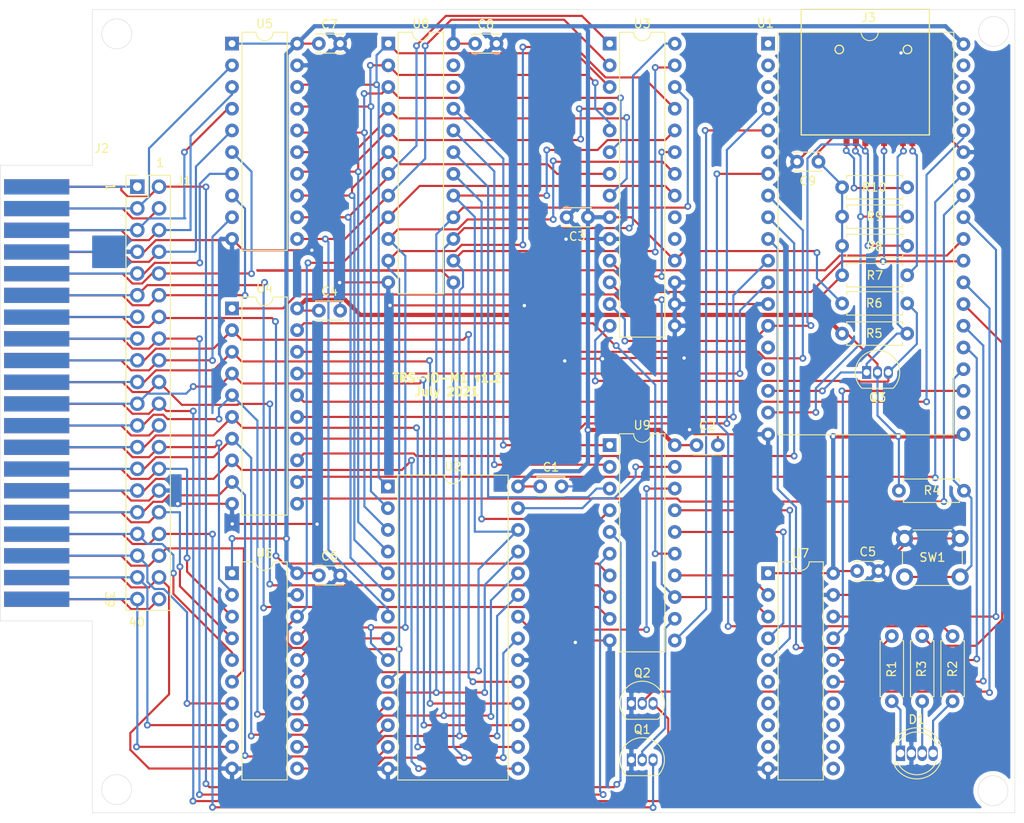
<source format=kicad_pcb>
(kicad_pcb (version 20171130) (host pcbnew "(5.1.9-0-10_14)")
  (layers (0 F.Cu signal) (31 B.Cu signal) (34 B.Paste user) (35 F.Paste user) (36 B.SilkS user) (37 F.SilkS user) (38 B.Mask user) (39 F.Mask user) (44 Edge.Cuts user))
  (net 0 "")
  (net 1 +5V)
  (net 2 GND)
  (net 3 +3V3)
  (net 4 RAS_N)
  (net 5 SYSRES_N)
  (net 6 CAS_N)
  (net 7 A10)
  (net 8 A12)
  (net 9 A13)
  (net 10 A15)
  (net 11 A11)
  (net 12 A14)
  (net 13 A8)
  (net 14 OUT_N)
  (net 15 WR_N)
  (net 16 INTACK_N)
  (net 17 RD_N)
  (net 18 MUX)
  (net 19 A9)
  (net 20 D4)
  (net 21 IN_N)
  (net 22 D7)
  (net 23 INT_N)
  (net 24 D1)
  (net 25 TEST_N)
  (net 26 D6)
  (net 27 A0)
  (net 28 D3)
  (net 29 A1)
  (net 30 D5)
  (net 31 D0)
  (net 32 A4)
  (net 33 D2)
  (net 34 WAIT_N)
  (net 35 A3)
  (net 36 A5)
  (net 37 A7)
  (net 38 A6)
  (net 39 5V)
  (net 40 A2)
  (net 41 WAIT)
  (net 42 ESP_INT)
  (net 43 "Net-(U1-Pad1)")
  (net 44 "Net-(U1-Pad2)")
  (net 45 "Net-(U1-Pad3)")
  (net 46 "Net-(U1-Pad21)")
  (net 47 ESP_READ_N)
  (net 48 "Net-(U1-Pad6)")
  (net 49 ESP_S0)
  (net 50 ESP_S1)
  (net 51 SCK)
  (net 52 CS23S17)
  (net 53 ESP_WAIT_RELEASE_N)
  (net 54 MOSI)
  (net 55 "Net-(U1-Pad15)")
  (net 56 "Net-(U1-Pad16)")
  (net 57 ESP_MISO)
  (net 58 "Net-(U1-Pad35)")
  (net 59 ESP3_SEL_N)
  (net 60 "Net-(U1-Pad36)")
  (net 61 "Net-(U1-Pad37)")
  (net 62 READ_N)
  (net 63 ESP_SEL_N)
  (net 64 "Net-(U3-Pad19)")
  (net 65 "Net-(U3-Pad20)")
  (net 66 MISO)
  (net 67 S0)
  (net 68 S1)
  (net 69 DD3)
  (net 70 DD4)
  (net 71 DD5)
  (net 72 DD6)
  (net 73 DD7)
  (net 74 DD2)
  (net 75 DD0)
  (net 76 DD1)
  (net 77 AA14)
  (net 78 AA12)
  (net 79 AA7)
  (net 80 AA6)
  (net 81 AA5)
  (net 82 AA4)
  (net 83 AA3)
  (net 84 AA10)
  (net 85 AA2)
  (net 86 SRAM_OE_N)
  (net 87 AA1)
  (net 88 AA11)
  (net 89 AA0)
  (net 90 AA9)
  (net 91 AA8)
  (net 92 AA13)
  (net 93 SRAM_WE_N)
  (net 94 AA15)
  (net 95 DBUS_SEL_N)
  (net 96 "Net-(U7-Pad9)")
  (net 97 "Net-(U7-Pad8)")
  (net 98 "Net-(U7-Pad7)")
  (net 99 "Net-(U7-Pad13)")
  (net 100 "Net-(U7-Pad12)")
  (net 101 "Net-(U7-Pad11)")
  (net 102 ADDR_TRS_IO)
  (net 103 ADDR_FREHD)
  (net 104 ADDR_0)
  (net 105 ADDR_1)
  (net 106 "Net-(U8-Pad23)")
  (net 107 BUTTON)
  (net 108 LED_GREEN)
  (net 109 LED_BLUE)
  (net 110 LED_RED)
  (net 111 "Net-(D1-Pad4)")
  (net 112 "Net-(D1-Pad3)")
  (net 113 "Net-(D1-Pad1)")
  (net 114 "Net-(U8-Pad22)")
  (net 115 "Net-(J3-Pad1)")
  (net 116 CS_SD_CARD)
  (net 117 "Net-(J3-Pad8)")
  (net 118 "Net-(J3-Pad9)")
  (net 119 "Net-(U7-Pad6)")
  (net 120 "Net-(U7-Pad14)")
  (module Package_DIP:DIP-20_W7.62mm (layer F.Cu) (at 174.117 99.0092)
    (fp_text reference U9 (at 3.81 -2.33) (layer F.SilkS))
    (fp_text value ATF16V8-PDIP)
    (pad 20 thru_hole oval (at 7.62 0) (size 1.6 1.6) (drill 0.8) (layers *.Cu *.Mask) (net 1 +5V))
    (pad 10 thru_hole oval (at 0 22.86) (size 1.6 1.6) (drill 0.8) (layers *.Cu *.Mask) (net 2 GND))
    (pad 19 thru_hole oval (at 7.62 2.54) (size 1.6 1.6) (drill 0.8) (layers *.Cu *.Mask) (net 93 SRAM_WE_N))
    (pad 9 thru_hole oval (at 0 20.32) (size 1.6 1.6) (drill 0.8) (layers *.Cu *.Mask) (net 14 OUT_N))
    (pad 18 thru_hole oval (at 7.62 5.08) (size 1.6 1.6) (drill 0.8) (layers *.Cu *.Mask) (net 86 SRAM_OE_N))
    (pad 8 thru_hole oval (at 0 17.78) (size 1.6 1.6) (drill 0.8) (layers *.Cu *.Mask) (net 21 IN_N))
    (pad 17 thru_hole oval (at 7.62 7.62) (size 1.6 1.6) (drill 0.8) (layers *.Cu *.Mask) (net 68 S1))
    (pad 7 thru_hole oval (at 0 15.24) (size 1.6 1.6) (drill 0.8) (layers *.Cu *.Mask) (net 15 WR_N))
    (pad 16 thru_hole oval (at 7.62 10.16) (size 1.6 1.6) (drill 0.8) (layers *.Cu *.Mask) (net 67 S0))
    (pad 6 thru_hole oval (at 0 12.7) (size 1.6 1.6) (drill 0.8) (layers *.Cu *.Mask) (net 17 RD_N))
    (pad 15 thru_hole oval (at 7.62 12.7) (size 1.6 1.6) (drill 0.8) (layers *.Cu *.Mask) (net 95 DBUS_SEL_N))
    (pad 5 thru_hole oval (at 0 10.16) (size 1.6 1.6) (drill 0.8) (layers *.Cu *.Mask) (net 4 RAS_N))
    (pad 14 thru_hole oval (at 7.62 15.24) (size 1.6 1.6) (drill 0.8) (layers *.Cu *.Mask) (net 63 ESP_SEL_N))
    (pad 4 thru_hole oval (at 0 7.62) (size 1.6 1.6) (drill 0.8) (layers *.Cu *.Mask) (net 105 ADDR_1))
    (pad 13 thru_hole oval (at 7.62 17.78) (size 1.6 1.6) (drill 0.8) (layers *.Cu *.Mask) (net 62 READ_N))
    (pad 3 thru_hole oval (at 0 5.08) (size 1.6 1.6) (drill 0.8) (layers *.Cu *.Mask) (net 104 ADDR_0))
    (pad 12 thru_hole oval (at 7.62 20.32) (size 1.6 1.6) (drill 0.8) (layers *.Cu *.Mask) (net 41 WAIT))
    (pad 2 thru_hole oval (at 0 2.54) (size 1.6 1.6) (drill 0.8) (layers *.Cu *.Mask) (net 103 ADDR_FREHD))
    (pad 11 thru_hole oval (at 7.62 22.86) (size 1.6 1.6) (drill 0.8) (layers *.Cu *.Mask) (net 53 ESP_WAIT_RELEASE_N))
    (pad 1 thru_hole rect (at 0 0) (size 1.6 1.6) (drill 0.8) (layers *.Cu *.Mask) (net 102 ADDR_TRS_IO))
  )
  (module Package_DIP:DIP-24_W7.62mm (layer F.Cu) (at 148.209 52.0192)
    (fp_text reference U8 (at 3.81 -2.33) (layer F.SilkS))
    (fp_text value ATF22V10-PDIP)
    (pad 24 thru_hole oval (at 7.62 0) (size 1.6 1.6) (drill 0.8) (layers *.Cu *.Mask) (net 1 +5V))
    (pad 12 thru_hole oval (at 0 27.94) (size 1.6 1.6) (drill 0.8) (layers *.Cu *.Mask) (net 2 GND))
    (pad 23 thru_hole oval (at 7.62 2.54) (size 1.6 1.6) (drill 0.8) (layers *.Cu *.Mask) (net 106 "Net-(U8-Pad23)"))
    (pad 11 thru_hole oval (at 0 25.4) (size 1.6 1.6) (drill 0.8) (layers *.Cu *.Mask) (net 82 AA4))
    (pad 22 thru_hole oval (at 7.62 5.08) (size 1.6 1.6) (drill 0.8) (layers *.Cu *.Mask) (net 114 "Net-(U8-Pad22)"))
    (pad 10 thru_hole oval (at 0 22.86) (size 1.6 1.6) (drill 0.8) (layers *.Cu *.Mask) (net 87 AA1))
    (pad 21 thru_hole oval (at 7.62 7.62) (size 1.6 1.6) (drill 0.8) (layers *.Cu *.Mask) (net 102 ADDR_TRS_IO))
    (pad 9 thru_hole oval (at 0 20.32) (size 1.6 1.6) (drill 0.8) (layers *.Cu *.Mask) (net 89 AA0))
    (pad 20 thru_hole oval (at 7.62 10.16) (size 1.6 1.6) (drill 0.8) (layers *.Cu *.Mask) (net 103 ADDR_FREHD))
    (pad 8 thru_hole oval (at 0 17.78) (size 1.6 1.6) (drill 0.8) (layers *.Cu *.Mask) (net 90 AA9))
    (pad 19 thru_hole oval (at 7.62 12.7) (size 1.6 1.6) (drill 0.8) (layers *.Cu *.Mask) (net 104 ADDR_0))
    (pad 7 thru_hole oval (at 0 15.24) (size 1.6 1.6) (drill 0.8) (layers *.Cu *.Mask) (net 91 AA8))
    (pad 18 thru_hole oval (at 7.62 15.24) (size 1.6 1.6) (drill 0.8) (layers *.Cu *.Mask) (net 105 ADDR_1))
    (pad 6 thru_hole oval (at 0 12.7) (size 1.6 1.6) (drill 0.8) (layers *.Cu *.Mask) (net 77 AA14))
    (pad 17 thru_hole oval (at 7.62 17.78) (size 1.6 1.6) (drill 0.8) (layers *.Cu *.Mask) (net 83 AA3))
    (pad 5 thru_hole oval (at 0 10.16) (size 1.6 1.6) (drill 0.8) (layers *.Cu *.Mask) (net 88 AA11))
    (pad 16 thru_hole oval (at 7.62 20.32) (size 1.6 1.6) (drill 0.8) (layers *.Cu *.Mask) (net 81 AA5))
    (pad 4 thru_hole oval (at 0 7.62) (size 1.6 1.6) (drill 0.8) (layers *.Cu *.Mask) (net 94 AA15))
    (pad 15 thru_hole oval (at 7.62 22.86) (size 1.6 1.6) (drill 0.8) (layers *.Cu *.Mask) (net 79 AA7))
    (pad 3 thru_hole oval (at 0 5.08) (size 1.6 1.6) (drill 0.8) (layers *.Cu *.Mask) (net 92 AA13))
    (pad 14 thru_hole oval (at 7.62 25.4) (size 1.6 1.6) (drill 0.8) (layers *.Cu *.Mask) (net 80 AA6))
    (pad 2 thru_hole oval (at 0 2.54) (size 1.6 1.6) (drill 0.8) (layers *.Cu *.Mask) (net 78 AA12))
    (pad 13 thru_hole oval (at 7.62 27.94) (size 1.6 1.6) (drill 0.8) (layers *.Cu *.Mask) (net 85 AA2))
    (pad 1 thru_hole rect (at 0 0) (size 1.6 1.6) (drill 0.8) (layers *.Cu *.Mask) (net 84 AA10))
  )
  (module Package_DIP:DIP-20_W7.62mm (layer F.Cu) (at 192.659 113.9952)
    (fp_text reference U7 (at 3.81 -2.33) (layer F.SilkS))
    (fp_text value 74LVC245)
    (pad 20 thru_hole oval (at 7.62 0) (size 1.6 1.6) (drill 0.8) (layers *.Cu *.Mask) (net 3 +3V3))
    (pad 10 thru_hole oval (at 0 22.86) (size 1.6 1.6) (drill 0.8) (layers *.Cu *.Mask) (net 2 GND))
    (pad 19 thru_hole oval (at 7.62 2.54) (size 1.6 1.6) (drill 0.8) (layers *.Cu *.Mask) (net 2 GND))
    (pad 9 thru_hole oval (at 0 20.32) (size 1.6 1.6) (drill 0.8) (layers *.Cu *.Mask) (net 96 "Net-(U7-Pad9)"))
    (pad 18 thru_hole oval (at 7.62 5.08) (size 1.6 1.6) (drill 0.8) (layers *.Cu *.Mask) (net 59 ESP3_SEL_N))
    (pad 8 thru_hole oval (at 0 17.78) (size 1.6 1.6) (drill 0.8) (layers *.Cu *.Mask) (net 97 "Net-(U7-Pad8)"))
    (pad 17 thru_hole oval (at 7.62 7.62) (size 1.6 1.6) (drill 0.8) (layers *.Cu *.Mask) (net 47 ESP_READ_N))
    (pad 7 thru_hole oval (at 0 15.24) (size 1.6 1.6) (drill 0.8) (layers *.Cu *.Mask) (net 98 "Net-(U7-Pad7)"))
    (pad 16 thru_hole oval (at 7.62 10.16) (size 1.6 1.6) (drill 0.8) (layers *.Cu *.Mask) (net 49 ESP_S0))
    (pad 6 thru_hole oval (at 0 12.7) (size 1.6 1.6) (drill 0.8) (layers *.Cu *.Mask) (net 119 "Net-(U7-Pad6)"))
    (pad 15 thru_hole oval (at 7.62 12.7) (size 1.6 1.6) (drill 0.8) (layers *.Cu *.Mask) (net 50 ESP_S1))
    (pad 5 thru_hole oval (at 0 10.16) (size 1.6 1.6) (drill 0.8) (layers *.Cu *.Mask) (net 68 S1))
    (pad 14 thru_hole oval (at 7.62 15.24) (size 1.6 1.6) (drill 0.8) (layers *.Cu *.Mask) (net 120 "Net-(U7-Pad14)"))
    (pad 4 thru_hole oval (at 0 7.62) (size 1.6 1.6) (drill 0.8) (layers *.Cu *.Mask) (net 67 S0))
    (pad 13 thru_hole oval (at 7.62 17.78) (size 1.6 1.6) (drill 0.8) (layers *.Cu *.Mask) (net 99 "Net-(U7-Pad13)"))
    (pad 3 thru_hole oval (at 0 5.08) (size 1.6 1.6) (drill 0.8) (layers *.Cu *.Mask) (net 62 READ_N))
    (pad 12 thru_hole oval (at 7.62 20.32) (size 1.6 1.6) (drill 0.8) (layers *.Cu *.Mask) (net 100 "Net-(U7-Pad12)"))
    (pad 2 thru_hole oval (at 0 2.54) (size 1.6 1.6) (drill 0.8) (layers *.Cu *.Mask) (net 63 ESP_SEL_N))
    (pad 11 thru_hole oval (at 7.62 22.86) (size 1.6 1.6) (drill 0.8) (layers *.Cu *.Mask) (net 101 "Net-(U7-Pad11)"))
    (pad 1 thru_hole rect (at 0 0) (size 1.6 1.6) (drill 0.8) (layers *.Cu *.Mask) (net 3 +3V3))
  )
  (module Package_DIP:DIP-20_W7.62mm (layer F.Cu) (at 129.921 113.9952)
    (fp_text reference U6 (at 3.81 -2.33) (layer F.SilkS))
    (fp_text value 74LVC245)
    (pad 20 thru_hole oval (at 7.62 0) (size 1.6 1.6) (drill 0.8) (layers *.Cu *.Mask) (net 1 +5V))
    (pad 10 thru_hole oval (at 0 22.86) (size 1.6 1.6) (drill 0.8) (layers *.Cu *.Mask) (net 2 GND))
    (pad 19 thru_hole oval (at 7.62 2.54) (size 1.6 1.6) (drill 0.8) (layers *.Cu *.Mask) (net 2 GND))
    (pad 9 thru_hole oval (at 0 20.32) (size 1.6 1.6) (drill 0.8) (layers *.Cu *.Mask) (net 40 A2))
    (pad 18 thru_hole oval (at 7.62 5.08) (size 1.6 1.6) (drill 0.8) (layers *.Cu *.Mask) (net 89 AA0))
    (pad 8 thru_hole oval (at 0 17.78) (size 1.6 1.6) (drill 0.8) (layers *.Cu *.Mask) (net 38 A6))
    (pad 17 thru_hole oval (at 7.62 7.62) (size 1.6 1.6) (drill 0.8) (layers *.Cu *.Mask) (net 87 AA1))
    (pad 7 thru_hole oval (at 0 15.24) (size 1.6 1.6) (drill 0.8) (layers *.Cu *.Mask) (net 37 A7))
    (pad 16 thru_hole oval (at 7.62 10.16) (size 1.6 1.6) (drill 0.8) (layers *.Cu *.Mask) (net 82 AA4))
    (pad 6 thru_hole oval (at 0 12.7) (size 1.6 1.6) (drill 0.8) (layers *.Cu *.Mask) (net 36 A5))
    (pad 15 thru_hole oval (at 7.62 12.7) (size 1.6 1.6) (drill 0.8) (layers *.Cu *.Mask) (net 83 AA3))
    (pad 5 thru_hole oval (at 0 10.16) (size 1.6 1.6) (drill 0.8) (layers *.Cu *.Mask) (net 35 A3))
    (pad 14 thru_hole oval (at 7.62 15.24) (size 1.6 1.6) (drill 0.8) (layers *.Cu *.Mask) (net 81 AA5))
    (pad 4 thru_hole oval (at 0 7.62) (size 1.6 1.6) (drill 0.8) (layers *.Cu *.Mask) (net 32 A4))
    (pad 13 thru_hole oval (at 7.62 17.78) (size 1.6 1.6) (drill 0.8) (layers *.Cu *.Mask) (net 79 AA7))
    (pad 3 thru_hole oval (at 0 5.08) (size 1.6 1.6) (drill 0.8) (layers *.Cu *.Mask) (net 29 A1))
    (pad 12 thru_hole oval (at 7.62 20.32) (size 1.6 1.6) (drill 0.8) (layers *.Cu *.Mask) (net 80 AA6))
    (pad 2 thru_hole oval (at 0 2.54) (size 1.6 1.6) (drill 0.8) (layers *.Cu *.Mask) (net 27 A0))
    (pad 11 thru_hole oval (at 7.62 22.86) (size 1.6 1.6) (drill 0.8) (layers *.Cu *.Mask) (net 85 AA2))
    (pad 1 thru_hole rect (at 0 0) (size 1.6 1.6) (drill 0.8) (layers *.Cu *.Mask) (net 1 +5V))
  )
  (module Package_DIP:DIP-20_W7.62mm (layer F.Cu) (at 129.921 52.0192)
    (fp_text reference U5 (at 3.81 -2.33) (layer F.SilkS))
    (fp_text value 74LVC245)
    (pad 20 thru_hole oval (at 7.62 0) (size 1.6 1.6) (drill 0.8) (layers *.Cu *.Mask) (net 1 +5V))
    (pad 10 thru_hole oval (at 0 22.86) (size 1.6 1.6) (drill 0.8) (layers *.Cu *.Mask) (net 2 GND))
    (pad 19 thru_hole oval (at 7.62 2.54) (size 1.6 1.6) (drill 0.8) (layers *.Cu *.Mask) (net 2 GND))
    (pad 9 thru_hole oval (at 0 20.32) (size 1.6 1.6) (drill 0.8) (layers *.Cu *.Mask) (net 19 A9))
    (pad 18 thru_hole oval (at 7.62 5.08) (size 1.6 1.6) (drill 0.8) (layers *.Cu *.Mask) (net 84 AA10))
    (pad 8 thru_hole oval (at 0 17.78) (size 1.6 1.6) (drill 0.8) (layers *.Cu *.Mask) (net 13 A8))
    (pad 17 thru_hole oval (at 7.62 7.62) (size 1.6 1.6) (drill 0.8) (layers *.Cu *.Mask) (net 78 AA12))
    (pad 7 thru_hole oval (at 0 15.24) (size 1.6 1.6) (drill 0.8) (layers *.Cu *.Mask) (net 12 A14))
    (pad 16 thru_hole oval (at 7.62 10.16) (size 1.6 1.6) (drill 0.8) (layers *.Cu *.Mask) (net 92 AA13))
    (pad 6 thru_hole oval (at 0 12.7) (size 1.6 1.6) (drill 0.8) (layers *.Cu *.Mask) (net 11 A11))
    (pad 15 thru_hole oval (at 7.62 12.7) (size 1.6 1.6) (drill 0.8) (layers *.Cu *.Mask) (net 94 AA15))
    (pad 5 thru_hole oval (at 0 10.16) (size 1.6 1.6) (drill 0.8) (layers *.Cu *.Mask) (net 10 A15))
    (pad 14 thru_hole oval (at 7.62 15.24) (size 1.6 1.6) (drill 0.8) (layers *.Cu *.Mask) (net 88 AA11))
    (pad 4 thru_hole oval (at 0 7.62) (size 1.6 1.6) (drill 0.8) (layers *.Cu *.Mask) (net 9 A13))
    (pad 13 thru_hole oval (at 7.62 17.78) (size 1.6 1.6) (drill 0.8) (layers *.Cu *.Mask) (net 77 AA14))
    (pad 3 thru_hole oval (at 0 5.08) (size 1.6 1.6) (drill 0.8) (layers *.Cu *.Mask) (net 8 A12))
    (pad 12 thru_hole oval (at 7.62 20.32) (size 1.6 1.6) (drill 0.8) (layers *.Cu *.Mask) (net 91 AA8))
    (pad 2 thru_hole oval (at 0 2.54) (size 1.6 1.6) (drill 0.8) (layers *.Cu *.Mask) (net 7 A10))
    (pad 11 thru_hole oval (at 7.62 22.86) (size 1.6 1.6) (drill 0.8) (layers *.Cu *.Mask) (net 90 AA9))
    (pad 1 thru_hole rect (at 0 0) (size 1.6 1.6) (drill 0.8) (layers *.Cu *.Mask) (net 1 +5V))
  )
  (module Package_DIP:DIP-20_W7.62mm (layer F.Cu) (at 129.921 83.0072)
    (fp_text reference U4 (at 3.81 -2.33) (layer F.SilkS))
    (fp_text value 74LVC245)
    (pad 20 thru_hole oval (at 7.62 0) (size 1.6 1.6) (drill 0.8) (layers *.Cu *.Mask) (net 3 +3V3))
    (pad 10 thru_hole oval (at 0 22.86) (size 1.6 1.6) (drill 0.8) (layers *.Cu *.Mask) (net 2 GND))
    (pad 19 thru_hole oval (at 7.62 2.54) (size 1.6 1.6) (drill 0.8) (layers *.Cu *.Mask) (net 95 DBUS_SEL_N))
    (pad 9 thru_hole oval (at 0 20.32) (size 1.6 1.6) (drill 0.8) (layers *.Cu *.Mask) (net 33 D2))
    (pad 18 thru_hole oval (at 7.62 5.08) (size 1.6 1.6) (drill 0.8) (layers *.Cu *.Mask) (net 70 DD4))
    (pad 8 thru_hole oval (at 0 17.78) (size 1.6 1.6) (drill 0.8) (layers *.Cu *.Mask) (net 31 D0))
    (pad 17 thru_hole oval (at 7.62 7.62) (size 1.6 1.6) (drill 0.8) (layers *.Cu *.Mask) (net 73 DD7))
    (pad 7 thru_hole oval (at 0 15.24) (size 1.6 1.6) (drill 0.8) (layers *.Cu *.Mask) (net 30 D5))
    (pad 16 thru_hole oval (at 7.62 10.16) (size 1.6 1.6) (drill 0.8) (layers *.Cu *.Mask) (net 76 DD1))
    (pad 6 thru_hole oval (at 0 12.7) (size 1.6 1.6) (drill 0.8) (layers *.Cu *.Mask) (net 28 D3))
    (pad 15 thru_hole oval (at 7.62 12.7) (size 1.6 1.6) (drill 0.8) (layers *.Cu *.Mask) (net 72 DD6))
    (pad 5 thru_hole oval (at 0 10.16) (size 1.6 1.6) (drill 0.8) (layers *.Cu *.Mask) (net 26 D6))
    (pad 14 thru_hole oval (at 7.62 15.24) (size 1.6 1.6) (drill 0.8) (layers *.Cu *.Mask) (net 69 DD3))
    (pad 4 thru_hole oval (at 0 7.62) (size 1.6 1.6) (drill 0.8) (layers *.Cu *.Mask) (net 24 D1))
    (pad 13 thru_hole oval (at 7.62 17.78) (size 1.6 1.6) (drill 0.8) (layers *.Cu *.Mask) (net 71 DD5))
    (pad 3 thru_hole oval (at 0 5.08) (size 1.6 1.6) (drill 0.8) (layers *.Cu *.Mask) (net 22 D7))
    (pad 12 thru_hole oval (at 7.62 20.32) (size 1.6 1.6) (drill 0.8) (layers *.Cu *.Mask) (net 75 DD0))
    (pad 2 thru_hole oval (at 0 2.54) (size 1.6 1.6) (drill 0.8) (layers *.Cu *.Mask) (net 20 D4))
    (pad 11 thru_hole oval (at 7.62 22.86) (size 1.6 1.6) (drill 0.8) (layers *.Cu *.Mask) (net 74 DD2))
    (pad 1 thru_hole rect (at 0 0) (size 1.6 1.6) (drill 0.8) (layers *.Cu *.Mask) (net 62 READ_N))
  )
  (module Package_DIP:DIP-28_W7.62mm (layer F.Cu) (at 174.117 52.0192)
    (fp_text reference U3 (at 3.81 -2.33) (layer F.SilkS))
    (fp_text value MCP23S17_SP)
    (pad 28 thru_hole oval (at 7.62 0) (size 1.6 1.6) (drill 0.8) (layers *.Cu *.Mask) (net 79 AA7))
    (pad 14 thru_hole oval (at 0 33.02) (size 1.6 1.6) (drill 0.8) (layers *.Cu *.Mask) (net 66 MISO))
    (pad 27 thru_hole oval (at 7.62 2.54) (size 1.6 1.6) (drill 0.8) (layers *.Cu *.Mask) (net 80 AA6))
    (pad 13 thru_hole oval (at 0 30.48) (size 1.6 1.6) (drill 0.8) (layers *.Cu *.Mask) (net 54 MOSI))
    (pad 26 thru_hole oval (at 7.62 5.08) (size 1.6 1.6) (drill 0.8) (layers *.Cu *.Mask) (net 81 AA5))
    (pad 12 thru_hole oval (at 0 27.94) (size 1.6 1.6) (drill 0.8) (layers *.Cu *.Mask) (net 51 SCK))
    (pad 25 thru_hole oval (at 7.62 7.62) (size 1.6 1.6) (drill 0.8) (layers *.Cu *.Mask) (net 82 AA4))
    (pad 11 thru_hole oval (at 0 25.4) (size 1.6 1.6) (drill 0.8) (layers *.Cu *.Mask) (net 52 CS23S17))
    (pad 24 thru_hole oval (at 7.62 10.16) (size 1.6 1.6) (drill 0.8) (layers *.Cu *.Mask) (net 83 AA3))
    (pad 10 thru_hole oval (at 0 22.86) (size 1.6 1.6) (drill 0.8) (layers *.Cu *.Mask) (net 2 GND))
    (pad 23 thru_hole oval (at 7.62 12.7) (size 1.6 1.6) (drill 0.8) (layers *.Cu *.Mask) (net 85 AA2))
    (pad 9 thru_hole oval (at 0 20.32) (size 1.6 1.6) (drill 0.8) (layers *.Cu *.Mask) (net 1 +5V))
    (pad 22 thru_hole oval (at 7.62 15.24) (size 1.6 1.6) (drill 0.8) (layers *.Cu *.Mask) (net 87 AA1))
    (pad 8 thru_hole oval (at 0 17.78) (size 1.6 1.6) (drill 0.8) (layers *.Cu *.Mask) (net 94 AA15))
    (pad 21 thru_hole oval (at 7.62 17.78) (size 1.6 1.6) (drill 0.8) (layers *.Cu *.Mask) (net 89 AA0))
    (pad 7 thru_hole oval (at 0 15.24) (size 1.6 1.6) (drill 0.8) (layers *.Cu *.Mask) (net 77 AA14))
    (pad 20 thru_hole oval (at 7.62 20.32) (size 1.6 1.6) (drill 0.8) (layers *.Cu *.Mask) (net 65 "Net-(U3-Pad20)"))
    (pad 6 thru_hole oval (at 0 12.7) (size 1.6 1.6) (drill 0.8) (layers *.Cu *.Mask) (net 92 AA13))
    (pad 19 thru_hole oval (at 7.62 22.86) (size 1.6 1.6) (drill 0.8) (layers *.Cu *.Mask) (net 64 "Net-(U3-Pad19)"))
    (pad 5 thru_hole oval (at 0 10.16) (size 1.6 1.6) (drill 0.8) (layers *.Cu *.Mask) (net 78 AA12))
    (pad 18 thru_hole oval (at 7.62 25.4) (size 1.6 1.6) (drill 0.8) (layers *.Cu *.Mask) (net 1 +5V))
    (pad 4 thru_hole oval (at 0 7.62) (size 1.6 1.6) (drill 0.8) (layers *.Cu *.Mask) (net 88 AA11))
    (pad 17 thru_hole oval (at 7.62 27.94) (size 1.6 1.6) (drill 0.8) (layers *.Cu *.Mask) (net 2 GND))
    (pad 3 thru_hole oval (at 0 5.08) (size 1.6 1.6) (drill 0.8) (layers *.Cu *.Mask) (net 84 AA10))
    (pad 16 thru_hole oval (at 7.62 30.48) (size 1.6 1.6) (drill 0.8) (layers *.Cu *.Mask) (net 2 GND))
    (pad 2 thru_hole oval (at 0 2.54) (size 1.6 1.6) (drill 0.8) (layers *.Cu *.Mask) (net 90 AA9))
    (pad 15 thru_hole oval (at 7.62 33.02) (size 1.6 1.6) (drill 0.8) (layers *.Cu *.Mask) (net 2 GND))
    (pad 1 thru_hole rect (at 0 0) (size 1.6 1.6) (drill 0.8) (layers *.Cu *.Mask) (net 91 AA8))
  )
  (module Package_DIP:DIP-28_W15.24mm (layer F.Cu) (at 148.159 103.8452)
    (fp_text reference U2 (at 7.62 -2.33) (layer F.SilkS))
    (fp_text value AS6C62256-PDIP)
    (pad 28 thru_hole oval (at 15.24 0) (size 1.6 1.6) (drill 0.8) (layers *.Cu *.Mask) (net 1 +5V))
    (pad 14 thru_hole oval (at 0 33.02) (size 1.6 1.6) (drill 0.8) (layers *.Cu *.Mask) (net 2 GND))
    (pad 27 thru_hole oval (at 15.24 2.54) (size 1.6 1.6) (drill 0.8) (layers *.Cu *.Mask) (net 93 SRAM_WE_N))
    (pad 13 thru_hole oval (at 0 30.48) (size 1.6 1.6) (drill 0.8) (layers *.Cu *.Mask) (net 33 D2))
    (pad 26 thru_hole oval (at 15.24 5.08) (size 1.6 1.6) (drill 0.8) (layers *.Cu *.Mask) (net 83 AA3))
    (pad 12 thru_hole oval (at 0 27.94) (size 1.6 1.6) (drill 0.8) (layers *.Cu *.Mask) (net 30 D5))
    (pad 25 thru_hole oval (at 15.24 7.62) (size 1.6 1.6) (drill 0.8) (layers *.Cu *.Mask) (net 81 AA5))
    (pad 11 thru_hole oval (at 0 25.4) (size 1.6 1.6) (drill 0.8) (layers *.Cu *.Mask) (net 26 D6))
    (pad 24 thru_hole oval (at 15.24 10.16) (size 1.6 1.6) (drill 0.8) (layers *.Cu *.Mask) (net 79 AA7))
    (pad 10 thru_hole oval (at 0 22.86) (size 1.6 1.6) (drill 0.8) (layers *.Cu *.Mask) (net 82 AA4))
    (pad 23 thru_hole oval (at 15.24 12.7) (size 1.6 1.6) (drill 0.8) (layers *.Cu *.Mask) (net 80 AA6))
    (pad 9 thru_hole oval (at 0 20.32) (size 1.6 1.6) (drill 0.8) (layers *.Cu *.Mask) (net 87 AA1))
    (pad 22 thru_hole oval (at 15.24 15.24) (size 1.6 1.6) (drill 0.8) (layers *.Cu *.Mask) (net 86 SRAM_OE_N))
    (pad 8 thru_hole oval (at 0 17.78) (size 1.6 1.6) (drill 0.8) (layers *.Cu *.Mask) (net 89 AA0))
    (pad 21 thru_hole oval (at 15.24 17.78) (size 1.6 1.6) (drill 0.8) (layers *.Cu *.Mask) (net 85 AA2))
    (pad 7 thru_hole oval (at 0 15.24) (size 1.6 1.6) (drill 0.8) (layers *.Cu *.Mask) (net 90 AA9))
    (pad 20 thru_hole oval (at 15.24 20.32) (size 1.6 1.6) (drill 0.8) (layers *.Cu *.Mask) (net 2 GND))
    (pad 6 thru_hole oval (at 0 12.7) (size 1.6 1.6) (drill 0.8) (layers *.Cu *.Mask) (net 91 AA8))
    (pad 19 thru_hole oval (at 15.24 22.86) (size 1.6 1.6) (drill 0.8) (layers *.Cu *.Mask) (net 20 D4))
    (pad 5 thru_hole oval (at 0 10.16) (size 1.6 1.6) (drill 0.8) (layers *.Cu *.Mask) (net 77 AA14))
    (pad 18 thru_hole oval (at 15.24 25.4) (size 1.6 1.6) (drill 0.8) (layers *.Cu *.Mask) (net 22 D7))
    (pad 4 thru_hole oval (at 0 7.62) (size 1.6 1.6) (drill 0.8) (layers *.Cu *.Mask) (net 88 AA11))
    (pad 17 thru_hole oval (at 15.24 27.94) (size 1.6 1.6) (drill 0.8) (layers *.Cu *.Mask) (net 24 D1))
    (pad 3 thru_hole oval (at 0 5.08) (size 1.6 1.6) (drill 0.8) (layers *.Cu *.Mask) (net 92 AA13))
    (pad 16 thru_hole oval (at 15.24 30.48) (size 1.6 1.6) (drill 0.8) (layers *.Cu *.Mask) (net 28 D3))
    (pad 2 thru_hole oval (at 0 2.54) (size 1.6 1.6) (drill 0.8) (layers *.Cu *.Mask) (net 78 AA12))
    (pad 15 thru_hole oval (at 15.24 33.02) (size 1.6 1.6) (drill 0.8) (layers *.Cu *.Mask) (net 31 D0))
    (pad 1 thru_hole rect (at 0 0) (size 1.6 1.6) (drill 0.8) (layers *.Cu *.Mask) (net 84 AA10))
  )
  (module TRS-IO-M1:DIP-38_W22.9mm (layer F.Cu) (at 192.659 52.0192)
    (fp_text reference U1 (at -0.3302 -2.3876) (layer F.SilkS))
    (fp_text value HiLetgo-ESP-32S)
    (pad 38 thru_hole oval (at 22.86 0.0635) (size 1.6 1.6) (drill 0.8) (layers *.Cu *.Mask) (net 1 +5V))
    (pad 37 thru_hole oval (at 22.86 2.54) (size 1.6 1.6) (drill 0.8) (layers *.Cu *.Mask) (net 61 "Net-(U1-Pad37)"))
    (pad 19 thru_hole oval (at 0 45.72) (size 1.6 1.6) (drill 0.8) (layers *.Cu *.Mask) (net 2 GND))
    (pad 36 thru_hole oval (at 22.86 5.08) (size 1.6 1.6) (drill 0.8) (layers *.Cu *.Mask) (net 60 "Net-(U1-Pad36)"))
    (pad 18 thru_hole oval (at 0 43.18) (size 1.6 1.6) (drill 0.8) (layers *.Cu *.Mask) (net 116 CS_SD_CARD))
    (pad 35 thru_hole oval (at 22.86 7.62) (size 1.6 1.6) (drill 0.8) (layers *.Cu *.Mask) (net 58 "Net-(U1-Pad35)"))
    (pad 17 thru_hole oval (at 0 40.64) (size 1.6 1.6) (drill 0.8) (layers *.Cu *.Mask) (net 57 ESP_MISO))
    (pad 34 thru_hole oval (at 22.86 10.16) (size 1.6 1.6) (drill 0.8) (layers *.Cu *.Mask) (net 76 DD1))
    (pad 16 thru_hole oval (at 0 38.1) (size 1.6 1.6) (drill 0.8) (layers *.Cu *.Mask) (net 56 "Net-(U1-Pad16)"))
    (pad 33 thru_hole oval (at 22.86 12.7) (size 1.6 1.6) (drill 0.8) (layers *.Cu *.Mask) (net 2 GND))
    (pad 15 thru_hole oval (at 0 35.56) (size 1.6 1.6) (drill 0.8) (layers *.Cu *.Mask) (net 55 "Net-(U1-Pad15)"))
    (pad 32 thru_hole oval (at 22.86 15.24) (size 1.6 1.6) (drill 0.8) (layers *.Cu *.Mask) (net 75 DD0))
    (pad 14 thru_hole oval (at 0 33.02) (size 1.6 1.6) (drill 0.8) (layers *.Cu *.Mask) (net 54 MOSI))
    (pad 31 thru_hole oval (at 22.86 17.78) (size 1.6 1.6) (drill 0.8) (layers *.Cu *.Mask) (net 74 DD2))
    (pad 13 thru_hole oval (at 0 30.48) (size 1.6 1.6) (drill 0.8) (layers *.Cu *.Mask) (net 2 GND))
    (pad 30 thru_hole oval (at 22.86 20.32) (size 1.6 1.6) (drill 0.8) (layers *.Cu *.Mask) (net 59 ESP3_SEL_N))
    (pad 12 thru_hole oval (at 0 27.94) (size 1.6 1.6) (drill 0.8) (layers *.Cu *.Mask) (net 73 DD7))
    (pad 29 thru_hole oval (at 22.86 22.86) (size 1.6 1.6) (drill 0.8) (layers *.Cu *.Mask) (net 52 CS23S17))
    (pad 11 thru_hole oval (at 0 25.4) (size 1.6 1.6) (drill 0.8) (layers *.Cu *.Mask) (net 72 DD6))
    (pad 28 thru_hole oval (at 22.86 25.4) (size 1.6 1.6) (drill 0.8) (layers *.Cu *.Mask) (net 51 SCK))
    (pad 10 thru_hole oval (at 0 22.86) (size 1.6 1.6) (drill 0.8) (layers *.Cu *.Mask) (net 110 LED_RED))
    (pad 27 thru_hole oval (at 22.86 27.94) (size 1.6 1.6) (drill 0.8) (layers *.Cu *.Mask) (net 42 ESP_INT))
    (pad 9 thru_hole oval (at 0 20.32) (size 1.6 1.6) (drill 0.8) (layers *.Cu *.Mask) (net 71 DD5))
    (pad 26 thru_hole oval (at 22.86 30.48) (size 1.6 1.6) (drill 0.8) (layers *.Cu *.Mask) (net 109 LED_BLUE))
    (pad 8 thru_hole oval (at 0 17.78) (size 1.6 1.6) (drill 0.8) (layers *.Cu *.Mask) (net 70 DD4))
    (pad 25 thru_hole oval (at 22.86 33.02) (size 1.6 1.6) (drill 0.8) (layers *.Cu *.Mask) (net 50 ESP_S1))
    (pad 7 thru_hole oval (at 0 15.24) (size 1.6 1.6) (drill 0.8) (layers *.Cu *.Mask) (net 108 LED_GREEN))
    (pad 24 thru_hole oval (at 22.86 35.56) (size 1.6 1.6) (drill 0.8) (layers *.Cu *.Mask) (net 49 ESP_S0))
    (pad 6 thru_hole oval (at 0 12.7) (size 1.6 1.6) (drill 0.8) (layers *.Cu *.Mask) (net 48 "Net-(U1-Pad6)"))
    (pad 23 thru_hole oval (at 22.86 38.1) (size 1.6 1.6) (drill 0.8) (layers *.Cu *.Mask) (net 107 BUTTON))
    (pad 5 thru_hole oval (at 0 10.16) (size 1.6 1.6) (drill 0.8) (layers *.Cu *.Mask) (net 53 ESP_WAIT_RELEASE_N))
    (pad 22 thru_hole oval (at 22.86 40.64) (size 1.6 1.6) (drill 0.8) (layers *.Cu *.Mask) (net 47 ESP_READ_N))
    (pad 4 thru_hole oval (at 0 7.62) (size 1.6 1.6) (drill 0.8) (layers *.Cu *.Mask) (net 69 DD3))
    (pad 21 thru_hole oval (at 22.86 43.18) (size 1.6 1.6) (drill 0.8) (layers *.Cu *.Mask) (net 46 "Net-(U1-Pad21)"))
    (pad 3 thru_hole oval (at 0 5.08) (size 1.6 1.6) (drill 0.8) (layers *.Cu *.Mask) (net 45 "Net-(U1-Pad3)"))
    (pad 20 thru_hole oval (at 22.86 45.72) (size 1.6 1.6) (drill 0.8) (layers *.Cu *.Mask) (net 3 +3V3))
    (pad 2 thru_hole oval (at 0 2.54) (size 1.6 1.6) (drill 0.8) (layers *.Cu *.Mask) (net 44 "Net-(U1-Pad2)"))
    (pad 1 thru_hole rect (at 0 0) (size 1.6 1.6) (drill 0.8) (layers *.Cu *.Mask) (net 43 "Net-(U1-Pad1)"))
  )
  (module Button_Switch_THT:SW_PUSH_6mm_H9.5mm (layer F.Cu) (at 208.6325 109.9312)
    (fp_text reference SW1 (at 3.2543 2.2098) (layer F.SilkS))
    (fp_text value SW_Push)
    (pad 1 thru_hole circle (at 6.5 0 90) (size 2 2) (drill 1.1) (layers *.Cu *.Mask) (net 2 GND))
    (pad 2 thru_hole circle (at 6.5 4.5 90) (size 2 2) (drill 1.1) (layers *.Cu *.Mask) (net 107 BUTTON))
    (pad 1 thru_hole circle (at 0 0 90) (size 2 2) (drill 1.1) (layers *.Cu *.Mask) (net 2 GND))
    (pad 2 thru_hole circle (at 0 4.5 90) (size 2 2) (drill 1.1) (layers *.Cu *.Mask) (net 107 BUTTON))
  )
  (module Resistor_THT:R_Axial_DIN0207_L6.3mm_D2.5mm_P7.62mm_Horizontal (layer F.Cu) (at 207.9625 104.3432)
    (fp_text reference R4 (at 3.8735 -0.0254) (layer F.SilkS))
    (fp_text value 4K7)
    (pad 2 thru_hole oval (at 7.62 0) (size 1.6 1.6) (drill 0.8) (layers *.Cu *.Mask) (net 107 BUTTON))
    (pad 1 thru_hole circle (at 0 0) (size 1.6 1.6) (drill 0.8) (layers *.Cu *.Mask) (net 3 +3V3))
  )
  (module Resistor_THT:R_Axial_DIN0207_L6.3mm_D2.5mm_P7.62mm_Horizontal (layer F.Cu) (at 210.693 121.3612 270)
    (fp_text reference R3 (at 3.8354 0.0762 90) (layer F.SilkS))
    (fp_text value 100)
    (pad 2 thru_hole oval (at 7.62 0 270) (size 1.6 1.6) (drill 0.8) (layers *.Cu *.Mask) (net 112 "Net-(D1-Pad3)"))
    (pad 1 thru_hole circle (at 0 0 270) (size 1.6 1.6) (drill 0.8) (layers *.Cu *.Mask) (net 109 LED_BLUE))
  )
  (module Resistor_THT:R_Axial_DIN0207_L6.3mm_D2.5mm_P7.62mm_Horizontal (layer F.Cu) (at 214.249 121.3612 270)
    (fp_text reference R2 (at 3.8354 0 90) (layer F.SilkS))
    (fp_text value 100)
    (pad 2 thru_hole oval (at 7.62 0 270) (size 1.6 1.6) (drill 0.8) (layers *.Cu *.Mask) (net 111 "Net-(D1-Pad4)"))
    (pad 1 thru_hole circle (at 0 0 270) (size 1.6 1.6) (drill 0.8) (layers *.Cu *.Mask) (net 108 LED_GREEN))
  )
  (module Resistor_THT:R_Axial_DIN0207_L6.3mm_D2.5mm_P7.62mm_Horizontal (layer F.Cu) (at 207.137 121.3612 270)
    (fp_text reference R1 (at 3.8608 0.0254 90) (layer F.SilkS))
    (fp_text value 100)
    (pad 2 thru_hole oval (at 7.62 0 270) (size 1.6 1.6) (drill 0.8) (layers *.Cu *.Mask) (net 113 "Net-(D1-Pad1)"))
    (pad 1 thru_hole circle (at 0 0 270) (size 1.6 1.6) (drill 0.8) (layers *.Cu *.Mask) (net 110 LED_RED))
  )
  (module Package_TO_SOT_THT:TO-92_Inline (layer F.Cu) (at 176.657 129.2352)
    (fp_text reference Q2 (at 1.27 -3.56) (layer F.SilkS))
    (fp_text value 2N7000)
    (pad 1 thru_hole rect (at 0 0) (size 1.05 1.5) (drill 0.75) (layers *.Cu *.Mask) (net 2 GND))
    (pad 3 thru_hole oval (at 2.54 0) (size 1.05 1.5) (drill 0.75) (layers *.Cu *.Mask) (net 23 INT_N))
    (pad 2 thru_hole oval (at 1.27 0) (size 1.05 1.5) (drill 0.75) (layers *.Cu *.Mask) (net 42 ESP_INT))
  )
  (module Package_TO_SOT_THT:TO-92_Inline (layer F.Cu) (at 176.657 135.8392)
    (fp_text reference Q1 (at 1.27 -3.56) (layer F.SilkS))
    (fp_text value 2N7000)
    (pad 1 thru_hole rect (at 0 0) (size 1.05 1.5) (drill 0.75) (layers *.Cu *.Mask) (net 2 GND))
    (pad 3 thru_hole oval (at 2.54 0) (size 1.05 1.5) (drill 0.75) (layers *.Cu *.Mask) (net 34 WAIT_N))
    (pad 2 thru_hole oval (at 1.27 0) (size 1.05 1.5) (drill 0.75) (layers *.Cu *.Mask) (net 41 WAIT))
  )
  (module TRS-IO-M1:TRSEDGE (layer F.Cu) (at 108.839 92.7862 90)
    (fp_text reference J2 (at 28.5115 5.842) (layer F.SilkS))
    (fp_text value Conn_02x20_Odd_Even)
    (pad 1 connect rect (at 24.003 -1.778 90) (size 1.778 7.62) (layers B.Cu B.Mask) (net 5 SYSRES_N))
    (pad 3 connect rect (at 21.463 -1.778 90) (size 1.778 7.62) (layers B.Cu B.Mask) (net 7 A10))
    (pad 5 connect rect (at 18.923 -1.778 90) (size 1.778 7.62) (layers B.Cu B.Mask) (net 9 A13))
    (pad 7 connect rect (at 16.383 -1.778 90) (size 1.778 7.62) (layers B.Cu B.Mask) (net 2 GND))
    (pad 9 connect rect (at 13.843 -1.778 90) (size 1.778 7.62) (layers B.Cu B.Mask) (net 12 A14))
    (pad 11 connect rect (at 11.303 -1.778 90) (size 1.778 7.62) (layers B.Cu B.Mask) (net 14 OUT_N))
    (pad 13 connect rect (at 8.763 -1.778 90) (size 1.778 7.62) (layers B.Cu B.Mask) (net 16 INTACK_N))
    (pad 15 connect rect (at 6.223 -1.778 90) (size 1.778 7.62) (layers B.Cu B.Mask) (net 18 MUX))
    (pad 17 connect rect (at 3.683 -1.778 90) (size 1.778 7.62) (layers B.Cu B.Mask) (net 20 D4))
    (pad 19 connect rect (at 1.143 -1.778 90) (size 1.778 7.62) (layers B.Cu B.Mask) (net 22 D7))
    (pad 21 connect rect (at -1.397 -1.778 90) (size 1.778 7.62) (layers B.Cu B.Mask) (net 24 D1))
    (pad 23 connect rect (at -3.937 -1.778 90) (size 1.778 7.62) (layers B.Cu B.Mask) (net 26 D6))
    (pad 25 connect rect (at -6.477 -1.778 90) (size 1.778 7.62) (layers B.Cu B.Mask) (net 28 D3))
    (pad 27 connect rect (at -9.017 -1.778 90) (size 1.778 7.62) (layers B.Cu B.Mask) (net 30 D5))
    (pad 29 connect rect (at -11.557 -1.778 90) (size 1.778 7.62) (layers B.Cu B.Mask) (net 31 D0))
    (pad 31 connect rect (at -14.097 -1.778 90) (size 1.778 7.62) (layers B.Cu B.Mask) (net 33 D2))
    (pad 33 connect rect (at -16.637 -1.778 90) (size 1.778 7.62) (layers B.Cu B.Mask) (net 35 A3))
    (pad 35 connect rect (at -19.177 -1.778 90) (size 1.778 7.62) (layers B.Cu B.Mask) (net 37 A7))
    (pad 37 connect rect (at -21.717 -1.778 90) (size 1.778 7.62) (layers B.Cu B.Mask) (net 38 A6))
    (pad 39 connect rect (at -24.257 -1.778 90) (size 1.778 7.62) (layers B.Cu B.Mask) (net 40 A2))
    (pad 2 connect rect (at 24.003 -1.778 90) (size 1.778 7.62) (layers F.Cu F.Mask) (net 4 RAS_N))
    (pad 4 connect rect (at 21.463 -1.778 90) (size 1.778 7.62) (layers F.Cu F.Mask) (net 6 CAS_N))
    (pad 6 connect rect (at 18.923 -1.778 90) (size 1.778 7.62) (layers F.Cu F.Mask) (net 8 A12))
    (pad 8 connect rect (at 16.383 -1.778 90) (size 1.778 7.62) (layers F.Cu F.Mask) (net 10 A15))
    (pad 10 connect rect (at 13.843 -1.778 90) (size 1.778 7.62) (layers F.Cu F.Mask) (net 11 A11))
    (pad 12 connect rect (at 11.303 -1.778 90) (size 1.778 7.62) (layers F.Cu F.Mask) (net 13 A8))
    (pad 14 connect rect (at 8.763 -1.778 90) (size 1.778 7.62) (layers F.Cu F.Mask) (net 15 WR_N))
    (pad 16 connect rect (at 6.223 -1.778 90) (size 1.778 7.62) (layers F.Cu F.Mask) (net 17 RD_N))
    (pad 18 connect rect (at 3.683 -1.778 90) (size 1.778 7.62) (layers F.Cu F.Mask) (net 19 A9))
    (pad 20 connect rect (at 1.143 -1.778 90) (size 1.778 7.62) (layers F.Cu F.Mask) (net 21 IN_N))
    (pad 22 connect rect (at -1.397 -1.778 90) (size 1.778 7.62) (layers F.Cu F.Mask) (net 23 INT_N))
    (pad 24 connect rect (at -3.937 -1.778 90) (size 1.778 7.62) (layers F.Cu F.Mask) (net 25 TEST_N))
    (pad 26 connect rect (at -6.477 -1.778 90) (size 1.778 7.62) (layers F.Cu F.Mask) (net 27 A0))
    (pad 28 connect rect (at -9.017 -1.778 90) (size 1.778 7.62) (layers F.Cu F.Mask) (net 29 A1))
    (pad 30 connect rect (at -11.557 -1.778 90) (size 1.778 7.62) (layers F.Cu F.Mask) (net 2 GND))
    (pad 32 connect rect (at -14.097 -1.778 90) (size 1.778 7.62) (layers F.Cu F.Mask) (net 32 A4))
    (pad 34 connect rect (at -16.637 -1.778 90) (size 1.778 7.62) (layers F.Cu F.Mask) (net 34 WAIT_N))
    (pad 36 connect rect (at -19.177 -1.778 90) (size 1.778 7.62) (layers F.Cu F.Mask) (net 36 A5))
    (pad 38 connect rect (at -21.717 -1.778 90) (size 1.778 7.62) (layers F.Cu F.Mask) (net 2 GND))
    (pad 40 connect rect (at -24.257 -1.778 90) (size 1.778 7.62) (layers F.Cu F.Mask) (net 39 5V))
  )
  (module Connector_PinHeader_2.54mm:PinHeader_2x20_P2.54mm_Vertical (layer F.Cu) (at 118.839 68.7592)
    (fp_text reference J1 (at 5.4686 -0.7126) (layer F.SilkS))
    (fp_text value Conn_02x20_Odd_Even)
    (pad 40 thru_hole oval (at 2.54 48.26) (size 1.7 1.7) (drill 1) (layers *.Cu *.Mask) (net 39 5V))
    (pad 39 thru_hole oval (at 0 48.26) (size 1.7 1.7) (drill 1) (layers *.Cu *.Mask) (net 40 A2))
    (pad 38 thru_hole oval (at 2.54 45.72) (size 1.7 1.7) (drill 1) (layers *.Cu *.Mask) (net 2 GND))
    (pad 37 thru_hole oval (at 0 45.72) (size 1.7 1.7) (drill 1) (layers *.Cu *.Mask) (net 38 A6))
    (pad 36 thru_hole oval (at 2.54 43.18) (size 1.7 1.7) (drill 1) (layers *.Cu *.Mask) (net 36 A5))
    (pad 35 thru_hole oval (at 0 43.18) (size 1.7 1.7) (drill 1) (layers *.Cu *.Mask) (net 37 A7))
    (pad 34 thru_hole oval (at 2.54 40.64) (size 1.7 1.7) (drill 1) (layers *.Cu *.Mask) (net 34 WAIT_N))
    (pad 33 thru_hole oval (at 0 40.64) (size 1.7 1.7) (drill 1) (layers *.Cu *.Mask) (net 35 A3))
    (pad 32 thru_hole oval (at 2.54 38.1) (size 1.7 1.7) (drill 1) (layers *.Cu *.Mask) (net 32 A4))
    (pad 31 thru_hole oval (at 0 38.1) (size 1.7 1.7) (drill 1) (layers *.Cu *.Mask) (net 33 D2))
    (pad 30 thru_hole oval (at 2.54 35.56) (size 1.7 1.7) (drill 1) (layers *.Cu *.Mask) (net 2 GND))
    (pad 29 thru_hole oval (at 0 35.56) (size 1.7 1.7) (drill 1) (layers *.Cu *.Mask) (net 31 D0))
    (pad 28 thru_hole oval (at 2.54 33.02) (size 1.7 1.7) (drill 1) (layers *.Cu *.Mask) (net 29 A1))
    (pad 27 thru_hole oval (at 0 33.02) (size 1.7 1.7) (drill 1) (layers *.Cu *.Mask) (net 30 D5))
    (pad 26 thru_hole oval (at 2.54 30.48) (size 1.7 1.7) (drill 1) (layers *.Cu *.Mask) (net 27 A0))
    (pad 25 thru_hole oval (at 0 30.48) (size 1.7 1.7) (drill 1) (layers *.Cu *.Mask) (net 28 D3))
    (pad 24 thru_hole oval (at 2.54 27.94) (size 1.7 1.7) (drill 1) (layers *.Cu *.Mask) (net 25 TEST_N))
    (pad 23 thru_hole oval (at 0 27.94) (size 1.7 1.7) (drill 1) (layers *.Cu *.Mask) (net 26 D6))
    (pad 22 thru_hole oval (at 2.54 25.4) (size 1.7 1.7) (drill 1) (layers *.Cu *.Mask) (net 23 INT_N))
    (pad 21 thru_hole oval (at 0 25.4) (size 1.7 1.7) (drill 1) (layers *.Cu *.Mask) (net 24 D1))
    (pad 20 thru_hole oval (at 2.54 22.86) (size 1.7 1.7) (drill 1) (layers *.Cu *.Mask) (net 21 IN_N))
    (pad 19 thru_hole oval (at 0 22.86) (size 1.7 1.7) (drill 1) (layers *.Cu *.Mask) (net 22 D7))
    (pad 18 thru_hole oval (at 2.54 20.32) (size 1.7 1.7) (drill 1) (layers *.Cu *.Mask) (net 19 A9))
    (pad 17 thru_hole oval (at 0 20.32) (size 1.7 1.7) (drill 1) (layers *.Cu *.Mask) (net 20 D4))
    (pad 16 thru_hole oval (at 2.54 17.78) (size 1.7 1.7) (drill 1) (layers *.Cu *.Mask) (net 17 RD_N))
    (pad 15 thru_hole oval (at 0 17.78) (size 1.7 1.7) (drill 1) (layers *.Cu *.Mask) (net 18 MUX))
    (pad 14 thru_hole oval (at 2.54 15.24) (size 1.7 1.7) (drill 1) (layers *.Cu *.Mask) (net 15 WR_N))
    (pad 13 thru_hole oval (at 0 15.24) (size 1.7 1.7) (drill 1) (layers *.Cu *.Mask) (net 16 INTACK_N))
    (pad 12 thru_hole oval (at 2.54 12.7) (size 1.7 1.7) (drill 1) (layers *.Cu *.Mask) (net 13 A8))
    (pad 11 thru_hole oval (at 0 12.7) (size 1.7 1.7) (drill 1) (layers *.Cu *.Mask) (net 14 OUT_N))
    (pad 10 thru_hole oval (at 2.54 10.16) (size 1.7 1.7) (drill 1) (layers *.Cu *.Mask) (net 11 A11))
    (pad 9 thru_hole oval (at 0 10.16) (size 1.7 1.7) (drill 1) (layers *.Cu *.Mask) (net 12 A14))
    (pad 8 thru_hole oval (at 2.54 7.62) (size 1.7 1.7) (drill 1) (layers *.Cu *.Mask) (net 10 A15))
    (pad 7 thru_hole oval (at 0 7.62) (size 1.7 1.7) (drill 1) (layers *.Cu *.Mask) (net 2 GND))
    (pad 6 thru_hole oval (at 2.54 5.08) (size 1.7 1.7) (drill 1) (layers *.Cu *.Mask) (net 8 A12))
    (pad 5 thru_hole oval (at 0 5.08) (size 1.7 1.7) (drill 1) (layers *.Cu *.Mask) (net 9 A13))
    (pad 4 thru_hole oval (at 2.54 2.54) (size 1.7 1.7) (drill 1) (layers *.Cu *.Mask) (net 6 CAS_N))
    (pad 3 thru_hole oval (at 0 2.54) (size 1.7 1.7) (drill 1) (layers *.Cu *.Mask) (net 7 A10))
    (pad 2 thru_hole oval (at 2.54 0) (size 1.7 1.7) (drill 1) (layers *.Cu *.Mask) (net 4 RAS_N))
    (pad 1 thru_hole rect (at 0 0) (size 1.7 1.7) (drill 1) (layers *.Cu *.Mask) (net 5 SYSRES_N))
  )
  (module LED_THT:LED_D5.0mm-4_RGB (layer F.Cu) (at 208.153 135.0772)
    (fp_text reference D1 (at 1.905 -3.96) (layer F.SilkS))
    (fp_text value LED_RCBG)
    (pad 4 thru_hole oval (at 3.81 0) (size 1.07 1.8) (drill 0.9) (layers *.Cu *.Mask) (net 111 "Net-(D1-Pad4)"))
    (pad 3 thru_hole oval (at 2.54 0) (size 1.07 1.8) (drill 0.9) (layers *.Cu *.Mask) (net 112 "Net-(D1-Pad3)"))
    (pad 2 thru_hole oval (at 1.27 0) (size 1.07 1.8) (drill 0.9) (layers *.Cu *.Mask) (net 2 GND))
    (pad 1 thru_hole rect (at 0 0) (size 1.07 1.8) (drill 0.9) (layers *.Cu *.Mask) (net 113 "Net-(D1-Pad1)"))
  )
  (module Capacitor_THT:C_Disc_D3.0mm_W2.0mm_P2.50mm (layer F.Cu) (at 158.369 52.0192)
    (fp_text reference C8 (at 1.25 -2.25) (layer F.SilkS))
    (fp_text value 0.1uF)
    (pad 2 thru_hole circle (at 2.5 0) (size 1.6 1.6) (drill 0.8) (layers *.Cu *.Mask) (net 2 GND))
    (pad 1 thru_hole circle (at 0 0) (size 1.6 1.6) (drill 0.8) (layers *.Cu *.Mask) (net 1 +5V))
  )
  (module Capacitor_THT:C_Disc_D3.0mm_W2.0mm_P2.50mm (layer F.Cu) (at 140.081 52.0192)
    (fp_text reference C7 (at 1.25 -2.25) (layer F.SilkS))
    (fp_text value 0.1uF)
    (pad 2 thru_hole circle (at 2.5 0) (size 1.6 1.6) (drill 0.8) (layers *.Cu *.Mask) (net 2 GND))
    (pad 1 thru_hole circle (at 0 0) (size 1.6 1.6) (drill 0.8) (layers *.Cu *.Mask) (net 1 +5V))
  )
  (module Capacitor_THT:C_Disc_D3.0mm_W2.0mm_P2.50mm (layer F.Cu) (at 140.081 114.2492)
    (fp_text reference C6 (at 1.25 -2.25) (layer F.SilkS))
    (fp_text value 0.1uF)
    (pad 2 thru_hole circle (at 2.5 0) (size 1.6 1.6) (drill 0.8) (layers *.Cu *.Mask) (net 2 GND))
    (pad 1 thru_hole circle (at 0 0) (size 1.6 1.6) (drill 0.8) (layers *.Cu *.Mask) (net 1 +5V))
  )
  (module Capacitor_THT:C_Disc_D3.0mm_W2.0mm_P2.50mm (layer F.Cu) (at 203.073 113.7412)
    (fp_text reference C5 (at 1.25 -2.25) (layer F.SilkS))
    (fp_text value 0.1uF)
    (pad 2 thru_hole circle (at 2.5 0) (size 1.6 1.6) (drill 0.8) (layers *.Cu *.Mask) (net 2 GND))
    (pad 1 thru_hole circle (at 0 0) (size 1.6 1.6) (drill 0.8) (layers *.Cu *.Mask) (net 3 +3V3))
  )
  (module Capacitor_THT:C_Disc_D3.0mm_W2.0mm_P2.50mm (layer F.Cu) (at 140.081 83.2612)
    (fp_text reference C4 (at 1.25 -2.25) (layer F.SilkS))
    (fp_text value 0.1uF)
    (pad 2 thru_hole circle (at 2.5 0) (size 1.6 1.6) (drill 0.8) (layers *.Cu *.Mask) (net 2 GND))
    (pad 1 thru_hole circle (at 0 0) (size 1.6 1.6) (drill 0.8) (layers *.Cu *.Mask) (net 3 +3V3))
  )
  (module Capacitor_THT:C_Disc_D3.0mm_W2.0mm_P2.50mm (layer F.Cu) (at 171.577 72.3392 180)
    (fp_text reference C3 (at 1.25 -2.25) (layer F.SilkS))
    (fp_text value 0.1uF)
    (pad 2 thru_hole circle (at 2.5 0 180) (size 1.6 1.6) (drill 0.8) (layers *.Cu *.Mask) (net 2 GND))
    (pad 1 thru_hole circle (at 0 0 180) (size 1.6 1.6) (drill 0.8) (layers *.Cu *.Mask) (net 1 +5V))
  )
  (module Capacitor_THT:C_Disc_D3.0mm_W2.0mm_P2.50mm (layer F.Cu) (at 184.277 99.0092)
    (fp_text reference C2 (at 1.25 -2.25) (layer F.SilkS))
    (fp_text value 0.1uF)
    (pad 2 thru_hole circle (at 2.5 0) (size 1.6 1.6) (drill 0.8) (layers *.Cu *.Mask) (net 2 GND))
    (pad 1 thru_hole circle (at 0 0) (size 1.6 1.6) (drill 0.8) (layers *.Cu *.Mask) (net 1 +5V))
  )
  (module Capacitor_THT:C_Disc_D3.0mm_W2.0mm_P2.50mm (layer F.Cu) (at 165.989 103.8352)
    (fp_text reference C1 (at 1.25 -2.25) (layer F.SilkS))
    (fp_text value 0.1uF)
    (pad 2 thru_hole circle (at 2.5 0) (size 1.6 1.6) (drill 0.8) (layers *.Cu *.Mask) (net 2 GND))
    (pad 1 thru_hole circle (at 0 0) (size 1.6 1.6) (drill 0.8) (layers *.Cu *.Mask) (net 1 +5V))
  )
  (module Capacitor_THT:C_Disc_D3.0mm_W2.0mm_P2.50mm (layer F.Cu) (at 198.5518 65.8368 180)
    (fp_text reference C9 (at 1.25 -2.25) (layer F.SilkS))
    (fp_text value 0.1uF)
    (pad 1 thru_hole circle (at 0 0 180) (size 1.6 1.6) (drill 0.8) (layers *.Cu *.Mask) (net 3 +3V3))
    (pad 2 thru_hole circle (at 2.5 0 180) (size 1.6 1.6) (drill 0.8) (layers *.Cu *.Mask) (net 2 GND))
  )
  (module TRS-IO-M1:TFP09-2-12B (layer F.Cu) (at 204.0382 52.705 180)
    (fp_text reference J3 (at -0.381 3.7338) (layer F.SilkS))
    (fp_text value SD_Card)
    (pad 1 smd rect (at 2.2 -10.5 180) (size 0.7 1.6) (layers F.Cu F.Paste F.Mask) (net 115 "Net-(J3-Pad1)"))
    (pad 2 smd rect (at 1.1 -10.5 180) (size 0.7 1.6) (layers F.Cu F.Paste F.Mask) (net 116 CS_SD_CARD))
    (pad 3 smd rect (at 0 -10.5 180) (size 0.7 1.6) (layers F.Cu F.Paste F.Mask) (net 54 MOSI))
    (pad 4 smd rect (at -1.1 -10.5 180) (size 0.7 1.6) (layers F.Cu F.Paste F.Mask) (net 3 +3V3))
    (pad 5 smd rect (at -2.2 -10.5 180) (size 0.7 1.6) (layers F.Cu F.Paste F.Mask) (net 51 SCK))
    (pad 6 smd rect (at -3.3 -10.5 180) (size 0.7 1.6) (layers F.Cu F.Paste F.Mask) (net 2 GND))
    (pad 7 smd rect (at -4.4 -10.5 180) (size 0.7 1.6) (layers F.Cu F.Paste F.Mask) (net 57 ESP_MISO))
    (pad 8 smd rect (at -5.5 -10.5 180) (size 0.7 1.6) (layers F.Cu F.Paste F.Mask) (net 117 "Net-(J3-Pad8)"))
    (pad 9 smd rect (at -6.6 -10.5 180) (size 0.7 1.6) (layers F.Cu F.Paste F.Mask) (net 118 "Net-(J3-Pad9)"))
    (pad 10 smd rect (at 6.85 -10 180) (size 1.6 1.4) (layers F.Cu F.Paste F.Mask) (net 2 GND))
    (pad 11 smd rect (at 7.75 -0.4 180) (size 1.2 2.2) (layers F.Cu F.Paste F.Mask) (net 2 GND))
    (pad 12 smd rect (at -7.75 -0.4 180) (size 1.2 2.2) (layers F.Cu F.Paste F.Mask) (net 2 GND))
    (pad 13 smd rect (at -7.75 -10 180) (size 1.2 1.4) (layers F.Cu F.Paste F.Mask) (net 2 GND))
  )
  (module Package_TO_SOT_THT:TO-92_Inline (layer F.Cu) (at 204.1906 90.5002)
    (fp_text reference Q3 (at 1.2954 2.921) (layer F.SilkS))
    (fp_text value 2N7000)
    (pad 2 thru_hole oval (at 1.27 0) (size 1.05 1.5) (drill 0.75) (layers *.Cu *.Mask) (net 3 +3V3))
    (pad 3 thru_hole oval (at 2.54 0) (size 1.05 1.5) (drill 0.75) (layers *.Cu *.Mask) (net 66 MISO))
    (pad 1 thru_hole rect (at 0 0) (size 1.05 1.5) (drill 0.75) (layers *.Cu *.Mask) (net 57 ESP_MISO))
  )
  (module Resistor_THT:R_Axial_DIN0207_L6.3mm_D2.5mm_P7.62mm_Horizontal (layer F.Cu) (at 201.3204 85.9536)
    (fp_text reference R5 (at 3.7592 -0.0254) (layer F.SilkS))
    (fp_text value 10K)
    (pad 2 thru_hole oval (at 7.62 0) (size 1.6 1.6) (drill 0.8) (layers *.Cu *.Mask) (net 57 ESP_MISO))
    (pad 1 thru_hole circle (at 0 0) (size 1.6 1.6) (drill 0.8) (layers *.Cu *.Mask) (net 3 +3V3))
  )
  (module Resistor_THT:R_Axial_DIN0207_L6.3mm_D2.5mm_P7.62mm_Horizontal (layer F.Cu) (at 201.3204 82.423)
    (fp_text reference R6 (at 3.7592 -0.0254) (layer F.SilkS))
    (fp_text value 10K)
    (pad 1 thru_hole circle (at 0 0) (size 1.6 1.6) (drill 0.8) (layers *.Cu *.Mask) (net 1 +5V))
    (pad 2 thru_hole oval (at 7.62 0) (size 1.6 1.6) (drill 0.8) (layers *.Cu *.Mask) (net 66 MISO))
  )
  (module Resistor_THT:R_Axial_DIN0207_L6.3mm_D2.5mm_P7.62mm_Horizontal (layer F.Cu) (at 201.3204 79.121)
    (fp_text reference R7 (at 3.8354 0.0254) (layer F.SilkS))
    (fp_text value 10K)
    (pad 1 thru_hole circle (at 0 0) (size 1.6 1.6) (drill 0.8) (layers *.Cu *.Mask) (net 3 +3V3))
    (pad 2 thru_hole oval (at 7.62 0) (size 1.6 1.6) (drill 0.8) (layers *.Cu *.Mask) (net 117 "Net-(J3-Pad8)"))
  )
  (module Resistor_THT:R_Axial_DIN0207_L6.3mm_D2.5mm_P7.62mm_Horizontal (layer F.Cu) (at 201.3204 75.692)
    (fp_text reference R8 (at 3.81 0.0762) (layer F.SilkS))
    (fp_text value 10K)
    (pad 2 thru_hole oval (at 7.62 0) (size 1.6 1.6) (drill 0.8) (layers *.Cu *.Mask) (net 54 MOSI))
    (pad 1 thru_hole circle (at 0 0) (size 1.6 1.6) (drill 0.8) (layers *.Cu *.Mask) (net 3 +3V3))
  )
  (module Resistor_THT:R_Axial_DIN0207_L6.3mm_D2.5mm_P7.62mm_Horizontal (layer F.Cu) (at 201.3204 72.263)
    (fp_text reference R9 (at 3.81 -0.0254) (layer F.SilkS))
    (fp_text value 10K)
    (pad 1 thru_hole circle (at 0 0) (size 1.6 1.6) (drill 0.8) (layers *.Cu *.Mask) (net 3 +3V3))
    (pad 2 thru_hole oval (at 7.62 0) (size 1.6 1.6) (drill 0.8) (layers *.Cu *.Mask) (net 116 CS_SD_CARD))
  )
  (module Resistor_THT:R_Axial_DIN0207_L6.3mm_D2.5mm_P7.62mm_Horizontal (layer F.Cu) (at 201.3204 68.834)
    (fp_text reference R10 (at 3.7592 0) (layer F.SilkS))
    (fp_text value 10K)
    (pad 2 thru_hole oval (at 7.62 0) (size 1.6 1.6) (drill 0.8) (layers *.Cu *.Mask) (net 115 "Net-(J3-Pad1)"))
    (pad 1 thru_hole circle (at 0 0) (size 1.6 1.6) (drill 0.8) (layers *.Cu *.Mask) (net 3 +3V3))
  )
  (gr_text 39 (at 115.5954 117.0432 -90) (layer F.SilkS) (effects (font (size 1 1))))
  (gr_text 1 (at 115.6462 68.7578 -90) (layer F.SilkS) (effects (font (size 1 1))))
  (gr_text 40 (at 118.7958 119.7356) (layer F.SilkS) (effects (font (size 1 1))))
  (gr_text 1 (at 121.5136 65.9638) (layer F.SilkS) (effects (font (size 1 1))))
  (gr_text "TRS-IO-M1 v1.2\nJuly 2021" (at 155.067 91.948) (layer F.SilkS) (effects (font (size 1 1) (thickness 0.25))))
  (gr_circle (center 116.435255 50.8762) (end 117.883055 51.8668) (layer Edge.Cuts) (width 0.05))
  (gr_circle (center 116.409855 139.319) (end 117.857655 140.3096) (layer Edge.Cuts) (width 0.05))
  (gr_circle (center 218.975055 139.446) (end 220.422855 140.4366) (layer Edge.Cuts) (width 0.05))
  (gr_circle (center 219.051255 50.5968) (end 220.499055 51.5874) (layer Edge.Cuts) (width 0.05))
  (gr_line (start 113.5888 142.0368) (end 221.5388 142.0368) (layer Edge.Cuts) (width 0.05))
  (gr_line (start 221.5388 48.0314) (end 221.5388 142.0368) (layer Edge.Cuts) (width 0.05))
  (gr_line (start 113.5888 48.0314) (end 221.5388 48.0314) (layer Edge.Cuts) (width 0.05))
  (gr_line (start 113.5888 66.2432) (end 113.5888 48.0314) (layer Edge.Cuts) (width 0.05))
  (gr_line (start 113.5888 119.5832) (end 113.5888 142.0368) (layer Edge.Cuts) (width 0.05))
  (gr_line (start 102.7938 119.5832) (end 113.5888 119.5832) (layer Edge.Cuts) (width 0.05))
  (gr_line (start 102.7938 66.2432) (end 113.5888 66.2432) (layer Edge.Cuts) (width 0.05))
  (gr_line (start 102.7938 119.5832) (end 102.7938 66.2432) (layer Edge.Cuts) (width 0.05))
  (segment (start 215.519 52.0827) (end 213.4235 49.9872) (width 0.50038) (layer B.Cu) (net 1))
  (segment (start 139.573 49.9872) (end 137.541 52.0192) (width 0.50038) (layer B.Cu) (net 1))
  (segment (start 155.829 50.2412) (end 156.083 49.9872) (width 0.50038) (layer B.Cu) (net 1))
  (segment (start 155.829 52.0192) (end 155.829 50.2412) (width 0.50038) (layer B.Cu) (net 1))
  (segment (start 156.083 49.9872) (end 139.573 49.9872) (width 0.50038) (layer B.Cu) (net 1))
  (segment (start 171.577 72.3392) (end 171.577 50.4952) (width 0.50038) (layer B.Cu) (net 1))
  (segment (start 171.577 50.4952) (end 171.069 49.9872) (width 0.50038) (layer B.Cu) (net 1))
  (segment (start 171.069 49.9872) (end 156.083 49.9872) (width 0.50038) (layer B.Cu) (net 1))
  (segment (start 213.4235 49.9872) (end 171.069 49.9872) (width 0.50038) (layer B.Cu) (net 1))
  (segment (start 171.577 72.3392) (end 174.117 72.3392) (width 0.50038) (layer B.Cu) (net 1))
  (segment (start 171.577 101.0412) (end 170.561 102.0572) (width 0.50038) (layer B.Cu) (net 1))
  (segment (start 165.187 102.0572) (end 163.399 103.8452) (width 0.50038) (layer B.Cu) (net 1))
  (segment (start 170.561 102.0572) (end 165.187 102.0572) (width 0.50038) (layer B.Cu) (net 1))
  (segment (start 171.577 97.2312) (end 171.577 101.0412) (width 0.50038) (layer B.Cu) (net 1))
  (segment (start 171.577 72.3392) (end 171.577 97.2312) (width 0.50038) (layer B.Cu) (net 1))
  (segment (start 136.290809 112.745009) (end 137.541 113.9952) (width 0.50038) (layer B.Cu) (net 1))
  (segment (start 137.541 52.0192) (end 136.290809 53.269391) (width 0.50038) (layer B.Cu) (net 1))
  (via (at 171.577 97.2312) (size 0.8) (drill 0.4) (layers F.Cu B.Cu) (net 1))
  (segment (start 179.959 97.2312) (end 171.577 97.2312) (width 0.50038) (layer F.Cu) (net 1))
  (segment (start 181.737 99.0092) (end 179.959 97.2312) (width 0.50038) (layer F.Cu) (net 1))
  (segment (start 137.541 52.0192) (end 129.921 52.0192) (width 0.25) (layer B.Cu) (net 1))
  (segment (start 176.657 72.3392) (end 181.737 77.4192) (width 0.25) (layer F.Cu) (net 1))
  (segment (start 174.117 72.3392) (end 176.657 72.3392) (width 0.25) (layer F.Cu) (net 1))
  (segment (start 181.737 99.0092) (end 184.277 99.0092) (width 0.25) (layer F.Cu) (net 1))
  (segment (start 165.979 103.8452) (end 165.989 103.8352) (width 0.25) (layer F.Cu) (net 1))
  (segment (start 163.399 103.8452) (end 165.979 103.8452) (width 0.25) (layer F.Cu) (net 1))
  (segment (start 139.827 113.9952) (end 140.081 114.2492) (width 0.25) (layer F.Cu) (net 1))
  (segment (start 137.541 113.9952) (end 139.827 113.9952) (width 0.25) (layer F.Cu) (net 1))
  (segment (start 158.369 52.0192) (end 155.829 52.0192) (width 0.25) (layer F.Cu) (net 1))
  (segment (start 140.081 52.0192) (end 137.541 52.0192) (width 0.25) (layer F.Cu) (net 1))
  (via (at 129.921 109.9312) (size 0.8) (drill 0.4) (layers F.Cu B.Cu) (net 1))
  (segment (start 129.921 113.9952) (end 129.921 109.9312) (width 0.25) (layer B.Cu) (net 1))
  (via (at 136.290809 109.951009) (size 0.8) (drill 0.4) (layers F.Cu B.Cu) (net 1))
  (segment (start 129.921 109.9312) (end 136.271 109.9312) (width 0.25) (layer F.Cu) (net 1))
  (segment (start 136.271 109.9312) (end 136.290809 109.951009) (width 0.25) (layer F.Cu) (net 1))
  (segment (start 136.290809 109.951009) (end 136.290809 112.745009) (width 0.50038) (layer B.Cu) (net 1))
  (segment (start 136.290809 53.269391) (end 136.290809 109.951009) (width 0.50038) (layer B.Cu) (net 1))
  (segment (start 182.862001 76.294199) (end 198.188799 76.294199) (width 0.25) (layer F.Cu) (net 1))
  (via (at 198.374 76.4794) (size 0.8) (drill 0.4) (layers F.Cu B.Cu) (net 1))
  (segment (start 198.188799 76.294199) (end 198.374 76.4794) (width 0.25) (layer F.Cu) (net 1))
  (segment (start 181.737 77.4192) (end 182.862001 76.294199) (width 0.25) (layer F.Cu) (net 1))
  (segment (start 198.374 79.4766) (end 201.3204 82.423) (width 0.25) (layer B.Cu) (net 1))
  (segment (start 198.374 76.4794) (end 198.374 79.4766) (width 0.25) (layer B.Cu) (net 1))
  (segment (start 107.085 76.3792) (end 107.061 76.4032) (width 0.25) (layer B.Cu) (net 2))
  (segment (start 118.839 76.3792) (end 107.085 76.3792) (width 0.25) (layer B.Cu) (net 2))
  (segment (start 107.061 114.5032) (end 116.967 114.5032) (width 0.25) (layer F.Cu) (net 2))
  (segment (start 120.203999 115.654201) (end 121.379 114.4792) (width 0.25) (layer F.Cu) (net 2))
  (segment (start 118.118001 115.654201) (end 120.203999 115.654201) (width 0.25) (layer F.Cu) (net 2))
  (segment (start 116.967 114.5032) (end 118.118001 115.654201) (width 0.25) (layer F.Cu) (net 2))
  (segment (start 107.061 104.3432) (end 116.967 104.3432) (width 0.25) (layer F.Cu) (net 2))
  (segment (start 120.203999 105.494201) (end 121.379 104.3192) (width 0.25) (layer F.Cu) (net 2))
  (segment (start 118.118001 105.494201) (end 120.203999 105.494201) (width 0.25) (layer F.Cu) (net 2))
  (segment (start 116.967 104.3432) (end 118.118001 105.494201) (width 0.25) (layer F.Cu) (net 2))
  (via (at 170.1038 122.0978) (size 0.8) (drill 0.4) (layers F.Cu B.Cu) (net 2))
  (segment (start 170.3324 121.8692) (end 170.1038 122.0978) (width 0.25) (layer F.Cu) (net 2))
  (segment (start 174.117 121.8692) (end 170.3324 121.8692) (width 0.25) (layer F.Cu) (net 2))
  (segment (start 215.1325 109.9312) (end 208.6325 109.9312) (width 0.25) (layer F.Cu) (net 2))
  (segment (start 208.6325 110.6817) (end 208.6325 109.9312) (width 0.25) (layer F.Cu) (net 2))
  (segment (start 205.573 113.7412) (end 208.6325 110.6817) (width 0.25) (layer F.Cu) (net 2))
  (segment (start 202.779 116.5352) (end 205.573 113.7412) (width 0.25) (layer F.Cu) (net 2))
  (segment (start 200.279 116.5352) (end 202.779 116.5352) (width 0.25) (layer F.Cu) (net 2))
  (via (at 182.8292 88.8122) (size 0.8) (drill 0.4) (layers F.Cu B.Cu) (net 2))
  (segment (start 182.843 88.7984) (end 182.8292 88.8122) (width 0.25) (layer F.Cu) (net 2))
  (segment (start 173.3666 88.8122) (end 173.2788 88.9) (width 0.25) (layer F.Cu) (net 2))
  (via (at 173.2788 88.9) (size 0.8) (drill 0.4) (layers F.Cu B.Cu) (net 2))
  (segment (start 182.8292 88.8122) (end 173.3666 88.8122) (width 0.25) (layer F.Cu) (net 2))
  (via (at 168.8592 89.154) (size 0.8) (drill 0.4) (layers F.Cu B.Cu) (net 2))
  (segment (start 169.1132 88.9) (end 168.8592 89.154) (width 0.25) (layer F.Cu) (net 2))
  (segment (start 173.2788 88.9) (end 169.1132 88.9) (width 0.25) (layer F.Cu) (net 2))
  (segment (start 168.489 103.8352) (end 170.7642 103.8352) (width 0.25) (layer B.Cu) (net 2))
  (via (at 148.4122 82.6516) (size 0.8) (drill 0.4) (layers F.Cu B.Cu) (net 2))
  (via (at 164.1348 82.677) (size 0.8) (drill 0.4) (layers F.Cu B.Cu) (net 2))
  (segment (start 164.1094 82.6516) (end 164.1348 82.677) (width 0.25) (layer F.Cu) (net 2))
  (segment (start 148.4122 82.6516) (end 164.1094 82.6516) (width 0.25) (layer F.Cu) (net 2))
  (via (at 142.5194 79.9846) (size 0.8) (drill 0.4) (layers F.Cu B.Cu) (net 2))
  (segment (start 142.5448 79.9592) (end 142.5194 79.9846) (width 0.25) (layer F.Cu) (net 2))
  (segment (start 148.209 79.9592) (end 142.5448 79.9592) (width 0.25) (layer F.Cu) (net 2))
  (via (at 139.2682 76.2) (size 0.8) (drill 0.4) (layers F.Cu B.Cu) (net 2))
  (segment (start 131.2418 76.2) (end 139.2682 76.2) (width 0.25) (layer F.Cu) (net 2))
  (segment (start 129.921 74.8792) (end 131.2418 76.2) (width 0.25) (layer F.Cu) (net 2))
  (segment (start 142.581 83.2612) (end 142.581 81.3454) (width 0.25) (layer B.Cu) (net 2))
  (via (at 129.9464 108.2294) (size 0.8) (drill 0.4) (layers F.Cu B.Cu) (net 2))
  (via (at 139.8778 108.2548) (size 0.8) (drill 0.4) (layers F.Cu B.Cu) (net 2))
  (segment (start 139.8524 108.2294) (end 139.8778 108.2548) (width 0.25) (layer F.Cu) (net 2))
  (segment (start 130.0226 108.2294) (end 139.8524 108.2294) (width 0.25) (layer F.Cu) (net 2))
  (via (at 123.571 105.8672) (size 0.8) (drill 0.4) (layers F.Cu B.Cu) (net 2))
  (segment (start 129.921 105.8672) (end 123.571 105.8672) (width 0.25) (layer F.Cu) (net 2))
  (segment (start 120.211998 136.8552) (end 129.921 136.8552) (width 0.25) (layer F.Cu) (net 2))
  (segment (start 118.019999 134.663201) (end 120.211998 136.8552) (width 0.25) (layer F.Cu) (net 2))
  (segment (start 118.019999 132.697199) (end 118.019999 134.663201) (width 0.25) (layer F.Cu) (net 2))
  (segment (start 122.554001 128.163197) (end 118.019999 132.697199) (width 0.25) (layer F.Cu) (net 2))
  (segment (start 122.554001 115.654201) (end 122.554001 128.163197) (width 0.25) (layer F.Cu) (net 2))
  (segment (start 121.379 114.4792) (end 122.554001 115.654201) (width 0.25) (layer F.Cu) (net 2))
  (via (at 183.4642 97.1942) (size 0.8) (drill 0.4) (layers F.Cu B.Cu) (net 2))
  (segment (start 184.0092 97.7392) (end 183.4642 97.1942) (width 0.25) (layer F.Cu) (net 2))
  (segment (start 129.785999 75.014201) (end 129.921 74.8792) (width 0.25) (layer F.Cu) (net 2))
  (segment (start 121.004997 75.014201) (end 129.785999 75.014201) (width 0.25) (layer F.Cu) (net 2))
  (segment (start 119.639998 76.3792) (end 121.004997 75.014201) (width 0.25) (layer F.Cu) (net 2))
  (segment (start 118.839 76.3792) (end 119.639998 76.3792) (width 0.25) (layer F.Cu) (net 2))
  (segment (start 181.737 82.4992) (end 192.659 82.4992) (width 0.25) (layer F.Cu) (net 2))
  (segment (start 211.7882 53.105) (end 208.2102 53.105) (width 0.25) (layer F.Cu) (net 2))
  (segment (start 211.7882 53.105) (end 211.7882 62.705) (width 0.25) (layer F.Cu) (net 2))
  (segment (start 213.5048 62.705) (end 215.519 64.7192) (width 0.25) (layer F.Cu) (net 2))
  (segment (start 211.7882 62.705) (end 213.5048 62.705) (width 0.25) (layer F.Cu) (net 2))
  (segment (start 197.1882 64.7004) (end 196.0518 65.8368) (width 0.25) (layer F.Cu) (net 2))
  (segment (start 197.1882 62.705) (end 197.1882 64.7004) (width 0.25) (layer F.Cu) (net 2))
  (segment (start 207.3382 62.155) (end 207.3382 63.205) (width 0.25) (layer F.Cu) (net 2))
  (segment (start 211.7882 62.619998) (end 211.248201 62.079999) (width 0.25) (layer F.Cu) (net 2))
  (segment (start 207.413201 62.079999) (end 207.3382 62.155) (width 0.25) (layer F.Cu) (net 2))
  (segment (start 211.248201 62.079999) (end 207.413201 62.079999) (width 0.25) (layer F.Cu) (net 2))
  (segment (start 211.7882 62.705) (end 211.7882 62.619998) (width 0.25) (layer F.Cu) (net 2))
  (segment (start 208.2102 53.105) (end 196.2882 53.105) (width 0.25) (layer F.Cu) (net 2))
  (via (at 208.2102 53.105) (size 0.8) (drill 0.4) (layers F.Cu B.Cu) (net 2))
  (segment (start 186.777 97.7754) (end 186.7408 97.7392) (width 0.25) (layer F.Cu) (net 2))
  (segment (start 186.777 99.0092) (end 186.777 97.7754) (width 0.25) (layer F.Cu) (net 2))
  (segment (start 186.7408 97.7392) (end 184.0092 97.7392) (width 0.25) (layer F.Cu) (net 2))
  (segment (start 192.659 97.7392) (end 186.7408 97.7392) (width 0.25) (layer F.Cu) (net 2))
  (segment (start 169.037 74.8792) (end 169.0116 74.9046) (width 0.25) (layer F.Cu) (net 2))
  (via (at 169.0116 74.9046) (size 0.8) (drill 0.4) (layers F.Cu B.Cu) (net 2))
  (segment (start 174.117 74.8792) (end 169.037 74.8792) (width 0.25) (layer F.Cu) (net 2))
  (via (at 200.279 97.9932) (size 0.8) (drill 0.4) (layers F.Cu B.Cu) (net 3))
  (segment (start 200.279 113.9952) (end 200.279 97.9932) (width 0.50038) (layer B.Cu) (net 3))
  (segment (start 215.265 97.9932) (end 215.519 97.7392) (width 0.50038) (layer F.Cu) (net 3))
  (segment (start 138.537191 82.011009) (end 143.181093 82.011009) (width 0.50038) (layer F.Cu) (net 3))
  (segment (start 143.181093 82.011009) (end 144.939284 83.7692) (width 0.50038) (layer F.Cu) (net 3))
  (segment (start 137.541 83.0072) (end 138.537191 82.011009) (width 0.50038) (layer F.Cu) (net 3))
  (segment (start 137.795 83.2612) (end 137.541 83.0072) (width 0.25) (layer F.Cu) (net 3))
  (segment (start 140.081 83.2612) (end 137.795 83.2612) (width 0.25) (layer F.Cu) (net 3))
  (segment (start 200.279 113.9952) (end 192.659 113.9952) (width 0.25) (layer F.Cu) (net 3))
  (segment (start 200.533 113.7412) (end 200.279 113.9952) (width 0.25) (layer F.Cu) (net 3))
  (segment (start 203.073 113.7412) (end 200.533 113.7412) (width 0.25) (layer F.Cu) (net 3))
  (via (at 207.899 97.9932) (size 0.8) (drill 0.4) (layers F.Cu B.Cu) (net 3))
  (segment (start 207.9625 98.0567) (end 207.899 97.9932) (width 0.25) (layer B.Cu) (net 3))
  (segment (start 207.899 97.9932) (end 215.265 97.9932) (width 0.50038) (layer F.Cu) (net 3))
  (segment (start 207.9625 104.3432) (end 207.9625 98.0567) (width 0.25) (layer B.Cu) (net 3))
  (segment (start 200.279 97.9932) (end 207.899 97.9932) (width 0.50038) (layer F.Cu) (net 3))
  (segment (start 201.3204 68.834) (end 201.3204 68.6816) (width 0.25) (layer F.Cu) (net 3))
  (segment (start 201.3204 68.834) (end 201.3204 72.263) (width 0.25) (layer B.Cu) (net 3))
  (segment (start 201.3204 72.263) (end 201.3204 75.692) (width 0.25) (layer B.Cu) (net 3))
  (segment (start 201.3204 75.692) (end 201.3204 79.121) (width 0.25) (layer B.Cu) (net 3))
  (segment (start 199.136 83.7692) (end 201.3204 85.9536) (width 0.50038) (layer F.Cu) (net 3))
  (segment (start 199.136 81.3054) (end 201.3204 79.121) (width 0.25) (layer F.Cu) (net 3))
  (segment (start 199.136 83.7692) (end 199.136 81.3054) (width 0.25) (layer F.Cu) (net 3))
  (segment (start 205.4606 95.5548) (end 207.899 97.9932) (width 0.25) (layer B.Cu) (net 3))
  (segment (start 205.4606 90.5002) (end 205.4606 95.5548) (width 0.25) (layer B.Cu) (net 3))
  (segment (start 201.914 85.9536) (end 201.3204 85.9536) (width 0.25) (layer F.Cu) (net 3))
  (segment (start 205.4606 89.5002) (end 201.914 85.9536) (width 0.25) (layer F.Cu) (net 3))
  (segment (start 205.4606 90.5002) (end 205.4606 89.5002) (width 0.25) (layer F.Cu) (net 3))
  (segment (start 205.1382 62.155) (end 205.1382 63.205) (width 0.25) (layer F.Cu) (net 3))
  (segment (start 205.063199 62.079999) (end 205.1382 62.155) (width 0.25) (layer F.Cu) (net 3))
  (segment (start 201.177231 62.079999) (end 205.063199 62.079999) (width 0.25) (layer F.Cu) (net 3))
  (segment (start 198.5518 64.70543) (end 201.177231 62.079999) (width 0.25) (layer F.Cu) (net 3))
  (segment (start 198.5518 65.8368) (end 198.5518 64.70543) (width 0.25) (layer F.Cu) (net 3))
  (segment (start 201.3204 68.6054) (end 201.3204 68.834) (width 0.25) (layer B.Cu) (net 3))
  (segment (start 198.5518 65.8368) (end 201.3204 68.6054) (width 0.25) (layer B.Cu) (net 3))
  (segment (start 144.939284 83.7692) (end 199.136 83.7692) (width 0.50038) (layer F.Cu) (net 3))
  (via (at 126.873 68.7832) (size 0.8) (drill 0.4) (layers F.Cu B.Cu) (net 4))
  (segment (start 126.849 68.7592) (end 126.873 68.7832) (width 0.25) (layer F.Cu) (net 4))
  (segment (start 121.379 68.7592) (end 126.849 68.7592) (width 0.25) (layer F.Cu) (net 4))
  (segment (start 126.873 68.7832) (end 126.873 138.6332) (width 0.25) (layer B.Cu) (net 4))
  (segment (start 126.873 138.6332) (end 126.945002 138.705202) (width 0.25) (layer B.Cu) (net 4))
  (segment (start 175.387 110.4392) (end 174.117 109.1692) (width 0.25) (layer B.Cu) (net 4))
  (segment (start 175.387 138.269204) (end 175.387 110.4392) (width 0.25) (layer B.Cu) (net 4))
  (segment (start 174.951002 138.705202) (end 174.951002 138.705202) (width 0.25) (layer B.Cu) (net 4))
  (segment (start 174.951002 138.705202) (end 175.387 138.269204) (width 0.25) (layer B.Cu) (net 4))
  (via (at 174.951002 138.705202) (size 0.8) (drill 0.4) (layers F.Cu B.Cu) (net 4))
  (segment (start 126.873 138.6332) (end 126.873 138.6332) (width 0.25) (layer B.Cu) (net 4))
  (via (at 126.873 138.6332) (size 0.8) (drill 0.4) (layers F.Cu B.Cu) (net 4))
  (segment (start 174.623005 139.033199) (end 174.951002 138.705202) (width 0.25) (layer F.Cu) (net 4))
  (segment (start 127.272999 139.033199) (end 174.623005 139.033199) (width 0.25) (layer F.Cu) (net 4))
  (segment (start 126.873 138.6332) (end 127.272999 139.033199) (width 0.25) (layer F.Cu) (net 4))
  (segment (start 107.061 68.7832) (end 116.967 68.7832) (width 0.25) (layer F.Cu) (net 4))
  (segment (start 120.203999 69.934201) (end 121.379 68.7592) (width 0.25) (layer F.Cu) (net 4))
  (segment (start 117.728999 69.934201) (end 120.203999 69.934201) (width 0.25) (layer F.Cu) (net 4))
  (segment (start 116.967 69.172202) (end 117.728999 69.934201) (width 0.25) (layer F.Cu) (net 4))
  (segment (start 116.967 68.7832) (end 116.967 69.172202) (width 0.25) (layer F.Cu) (net 4))
  (segment (start 107.085 68.7592) (end 107.061 68.7832) (width 0.25) (layer B.Cu) (net 5))
  (segment (start 118.839 68.7592) (end 107.085 68.7592) (width 0.25) (layer B.Cu) (net 5))
  (segment (start 120.203999 72.474201) (end 121.379 71.2992) (width 0.25) (layer F.Cu) (net 6))
  (segment (start 118.274999 72.474201) (end 120.203999 72.474201) (width 0.25) (layer F.Cu) (net 6))
  (segment (start 117.123998 71.3232) (end 118.274999 72.474201) (width 0.25) (layer F.Cu) (net 6))
  (segment (start 107.061 71.3232) (end 117.123998 71.3232) (width 0.25) (layer F.Cu) (net 6))
  (segment (start 107.085 71.2992) (end 107.061 71.3232) (width 0.25) (layer B.Cu) (net 7))
  (segment (start 118.839 71.2992) (end 107.085 71.2992) (width 0.25) (layer B.Cu) (net 7))
  (segment (start 120.203999 64.276201) (end 129.921 54.5592) (width 0.25) (layer B.Cu) (net 7))
  (segment (start 120.203999 69.934201) (end 120.203999 64.276201) (width 0.25) (layer B.Cu) (net 7))
  (segment (start 118.839 71.2992) (end 120.203999 69.934201) (width 0.25) (layer B.Cu) (net 7))
  (segment (start 107.061 73.8632) (end 116.967 73.8632) (width 0.25) (layer F.Cu) (net 8))
  (segment (start 120.203999 75.014201) (end 121.379 73.8392) (width 0.25) (layer F.Cu) (net 8))
  (segment (start 118.118001 75.014201) (end 120.203999 75.014201) (width 0.25) (layer F.Cu) (net 8))
  (segment (start 116.967 73.8632) (end 118.118001 75.014201) (width 0.25) (layer F.Cu) (net 8))
  (segment (start 121.379 73.8392) (end 125.071 73.8392) (width 0.25) (layer B.Cu) (net 8))
  (segment (start 129.921 57.974198) (end 129.921 57.0992) (width 0.25) (layer B.Cu) (net 8))
  (segment (start 125.071 62.824198) (end 129.921 57.974198) (width 0.25) (layer B.Cu) (net 8))
  (segment (start 125.071 73.8392) (end 125.071 62.824198) (width 0.25) (layer B.Cu) (net 8))
  (segment (start 107.085 73.8392) (end 107.061 73.8632) (width 0.25) (layer B.Cu) (net 9))
  (segment (start 118.839 73.8392) (end 107.085 73.8392) (width 0.25) (layer B.Cu) (net 9))
  (segment (start 120.203999 72.474201) (end 124.451999 72.474201) (width 0.25) (layer B.Cu) (net 9))
  (segment (start 118.839 73.8392) (end 120.203999 72.474201) (width 0.25) (layer B.Cu) (net 9))
  (via (at 124.346 64.7192) (size 0.8) (drill 0.4) (layers F.Cu B.Cu) (net 9))
  (segment (start 124.346 72.368202) (end 124.346 64.7192) (width 0.25) (layer B.Cu) (net 9))
  (segment (start 124.451999 72.474201) (end 124.346 72.368202) (width 0.25) (layer B.Cu) (net 9))
  (segment (start 129.426 59.6392) (end 129.921 59.6392) (width 0.25) (layer F.Cu) (net 9))
  (segment (start 124.346 64.7192) (end 129.426 59.6392) (width 0.25) (layer F.Cu) (net 9))
  (segment (start 107.061 76.4032) (end 116.967 76.4032) (width 0.25) (layer F.Cu) (net 10))
  (segment (start 120.203999 77.554201) (end 121.379 76.3792) (width 0.25) (layer F.Cu) (net 10))
  (segment (start 118.118001 77.554201) (end 120.203999 77.554201) (width 0.25) (layer F.Cu) (net 10))
  (segment (start 116.967 76.4032) (end 118.118001 77.554201) (width 0.25) (layer F.Cu) (net 10))
  (segment (start 121.379 76.3792) (end 125.579 76.3792) (width 0.25) (layer B.Cu) (net 10))
  (segment (start 125.697991 66.402209) (end 129.921 62.1792) (width 0.25) (layer B.Cu) (net 10))
  (segment (start 125.697991 76.26021) (end 125.697991 66.402209) (width 0.25) (layer B.Cu) (net 10))
  (segment (start 125.579 76.3792) (end 125.697991 76.26021) (width 0.25) (layer B.Cu) (net 10))
  (segment (start 119.403001 80.094201) (end 120.578002 78.9192) (width 0.25) (layer F.Cu) (net 11))
  (segment (start 118.274999 80.094201) (end 119.403001 80.094201) (width 0.25) (layer F.Cu) (net 11))
  (segment (start 120.578002 78.9192) (end 121.379 78.9192) (width 0.25) (layer F.Cu) (net 11))
  (segment (start 117.123998 78.9432) (end 118.274999 80.094201) (width 0.25) (layer F.Cu) (net 11))
  (segment (start 107.061 78.9432) (end 117.123998 78.9432) (width 0.25) (layer F.Cu) (net 11))
  (via (at 132.207 78.9432) (size 0.8) (drill 0.4) (layers F.Cu B.Cu) (net 11))
  (segment (start 132.183 78.9192) (end 132.207 78.9432) (width 0.25) (layer F.Cu) (net 11))
  (segment (start 121.379 78.9192) (end 132.183 78.9192) (width 0.25) (layer F.Cu) (net 11))
  (segment (start 132.207 67.0052) (end 129.921 64.7192) (width 0.25) (layer B.Cu) (net 11))
  (segment (start 132.207 78.9432) (end 132.207 67.0052) (width 0.25) (layer B.Cu) (net 11))
  (segment (start 107.085 78.9192) (end 107.061 78.9432) (width 0.25) (layer B.Cu) (net 12))
  (segment (start 118.839 78.9192) (end 107.085 78.9192) (width 0.25) (layer B.Cu) (net 12))
  (via (at 126.148 77.6732) (size 0.8) (drill 0.4) (layers F.Cu B.Cu) (net 12))
  (segment (start 120.885998 77.6732) (end 126.148 77.6732) (width 0.25) (layer F.Cu) (net 12))
  (segment (start 119.639998 78.9192) (end 120.885998 77.6732) (width 0.25) (layer F.Cu) (net 12))
  (segment (start 118.839 78.9192) (end 119.639998 78.9192) (width 0.25) (layer F.Cu) (net 12))
  (segment (start 127.323998 67.2592) (end 129.921 67.2592) (width 0.25) (layer B.Cu) (net 12))
  (segment (start 126.147999 68.435199) (end 127.323998 67.2592) (width 0.25) (layer B.Cu) (net 12))
  (segment (start 126.148 77.6732) (end 126.147999 68.435199) (width 0.25) (layer B.Cu) (net 12))
  (segment (start 120.203999 82.634201) (end 121.379 81.4592) (width 0.25) (layer F.Cu) (net 13))
  (segment (start 118.274999 82.634201) (end 120.203999 82.634201) (width 0.25) (layer F.Cu) (net 13))
  (segment (start 117.123998 81.4832) (end 118.274999 82.634201) (width 0.25) (layer F.Cu) (net 13))
  (segment (start 107.061 81.4832) (end 117.123998 81.4832) (width 0.25) (layer F.Cu) (net 13))
  (via (at 131.445 81.4832) (size 0.8) (drill 0.4) (layers F.Cu B.Cu) (net 13))
  (segment (start 131.421 81.4592) (end 131.445 81.4832) (width 0.25) (layer F.Cu) (net 13))
  (segment (start 121.379 81.4592) (end 131.421 81.4592) (width 0.25) (layer F.Cu) (net 13))
  (segment (start 131.445 71.3232) (end 129.921 69.7992) (width 0.25) (layer B.Cu) (net 13))
  (segment (start 131.445 81.4832) (end 131.445 71.3232) (width 0.25) (layer B.Cu) (net 13))
  (via (at 133.62 118.0592) (size 0.8) (drill 0.4) (layers F.Cu B.Cu) (net 14))
  (segment (start 133.729001 117.950199) (end 133.62 118.0592) (width 0.25) (layer F.Cu) (net 14))
  (segment (start 172.737999 117.950199) (end 133.729001 117.950199) (width 0.25) (layer F.Cu) (net 14))
  (segment (start 174.117 119.3292) (end 172.737999 117.950199) (width 0.25) (layer F.Cu) (net 14))
  (segment (start 133.62 80.0702) (end 133.731 79.9592) (width 0.25) (layer B.Cu) (net 14))
  (via (at 133.731 79.9592) (size 0.8) (drill 0.4) (layers F.Cu B.Cu) (net 14))
  (segment (start 133.62 118.0592) (end 133.62 80.0702) (width 0.25) (layer B.Cu) (net 14))
  (segment (start 120.014001 80.284199) (end 118.839 81.4592) (width 0.25) (layer F.Cu) (net 14))
  (segment (start 133.406001 80.284199) (end 120.014001 80.284199) (width 0.25) (layer F.Cu) (net 14))
  (segment (start 133.731 79.9592) (end 133.406001 80.284199) (width 0.25) (layer F.Cu) (net 14))
  (segment (start 107.085 81.4592) (end 107.061 81.4832) (width 0.25) (layer B.Cu) (net 14))
  (segment (start 118.839 81.4592) (end 107.085 81.4592) (width 0.25) (layer B.Cu) (net 14))
  (via (at 135.07 111.9632) (size 0.8) (drill 0.4) (layers F.Cu B.Cu) (net 15))
  (segment (start 135.976999 112.870199) (end 135.07 111.9632) (width 0.25) (layer F.Cu) (net 15))
  (segment (start 172.737999 112.870199) (end 135.976999 112.870199) (width 0.25) (layer F.Cu) (net 15))
  (segment (start 174.117 114.2492) (end 172.737999 112.870199) (width 0.25) (layer F.Cu) (net 15))
  (segment (start 135.07 84.6002) (end 135.001 84.5312) (width 0.25) (layer B.Cu) (net 15))
  (via (at 135.001 84.5312) (size 0.8) (drill 0.4) (layers F.Cu B.Cu) (net 15))
  (segment (start 135.07 111.9632) (end 135.07 84.6002) (width 0.25) (layer B.Cu) (net 15))
  (segment (start 121.512001 84.132201) (end 121.379 83.9992) (width 0.25) (layer F.Cu) (net 15))
  (segment (start 134.602001 84.132201) (end 121.512001 84.132201) (width 0.25) (layer F.Cu) (net 15))
  (segment (start 135.001 84.5312) (end 134.602001 84.132201) (width 0.25) (layer F.Cu) (net 15))
  (segment (start 120.203999 85.174201) (end 121.379 83.9992) (width 0.25) (layer F.Cu) (net 15))
  (segment (start 118.274999 85.174201) (end 120.203999 85.174201) (width 0.25) (layer F.Cu) (net 15))
  (segment (start 117.123998 84.0232) (end 118.274999 85.174201) (width 0.25) (layer F.Cu) (net 15))
  (segment (start 107.061 84.0232) (end 117.123998 84.0232) (width 0.25) (layer F.Cu) (net 15))
  (segment (start 107.085 83.9992) (end 107.061 84.0232) (width 0.25) (layer B.Cu) (net 16))
  (segment (start 118.839 83.9992) (end 107.085 83.9992) (width 0.25) (layer B.Cu) (net 16))
  (segment (start 126.087 86.5392) (end 126.111 86.5632) (width 0.25) (layer F.Cu) (net 17))
  (via (at 126.111 86.5632) (size 0.8) (drill 0.4) (layers F.Cu B.Cu) (net 17))
  (segment (start 121.379 86.5392) (end 126.087 86.5392) (width 0.25) (layer F.Cu) (net 17))
  (via (at 126.111 139.9032) (size 0.8) (drill 0.4) (layers F.Cu B.Cu) (net 17))
  (segment (start 126.111 86.5632) (end 126.111 139.9032) (width 0.25) (layer B.Cu) (net 17))
  (via (at 173.355 139.9032) (size 0.8) (drill 0.4) (layers F.Cu B.Cu) (net 17))
  (segment (start 126.111 139.9032) (end 173.355 139.9032) (width 0.25) (layer F.Cu) (net 17))
  (segment (start 172.991999 112.834201) (end 174.117 111.7092) (width 0.25) (layer B.Cu) (net 17))
  (segment (start 172.991999 139.540199) (end 172.991999 112.834201) (width 0.25) (layer B.Cu) (net 17))
  (segment (start 173.355 139.9032) (end 172.991999 139.540199) (width 0.25) (layer B.Cu) (net 17))
  (segment (start 120.203999 87.714201) (end 121.379 86.5392) (width 0.25) (layer F.Cu) (net 17))
  (segment (start 118.274999 87.714201) (end 120.203999 87.714201) (width 0.25) (layer F.Cu) (net 17))
  (segment (start 117.123998 86.5632) (end 118.274999 87.714201) (width 0.25) (layer F.Cu) (net 17))
  (segment (start 107.061 86.5632) (end 117.123998 86.5632) (width 0.25) (layer F.Cu) (net 17))
  (segment (start 107.085 86.5392) (end 107.061 86.5632) (width 0.25) (layer B.Cu) (net 18))
  (segment (start 118.839 86.5392) (end 107.085 86.5392) (width 0.25) (layer B.Cu) (net 18))
  (segment (start 107.061 89.1032) (end 116.967 89.1032) (width 0.25) (layer F.Cu) (net 19))
  (segment (start 120.203999 90.254201) (end 121.379 89.0792) (width 0.25) (layer F.Cu) (net 19))
  (segment (start 118.118001 90.254201) (end 120.203999 90.254201) (width 0.25) (layer F.Cu) (net 19))
  (segment (start 116.967 89.1032) (end 118.118001 90.254201) (width 0.25) (layer F.Cu) (net 19))
  (via (at 127.635 89.1032) (size 0.8) (drill 0.4) (layers F.Cu B.Cu) (net 19))
  (segment (start 127.611 89.0792) (end 127.635 89.1032) (width 0.25) (layer F.Cu) (net 19))
  (segment (start 121.379 89.0792) (end 127.611 89.0792) (width 0.25) (layer F.Cu) (net 19))
  (segment (start 127.635 74.6252) (end 129.921 72.3392) (width 0.25) (layer B.Cu) (net 19))
  (segment (start 127.635 89.1032) (end 127.635 74.6252) (width 0.25) (layer B.Cu) (net 19))
  (via (at 158.115 126.6952) (size 0.8) (drill 0.4) (layers F.Cu B.Cu) (net 20))
  (segment (start 158.125 126.7052) (end 158.115 126.6952) (width 0.25) (layer F.Cu) (net 20))
  (segment (start 163.399 126.7052) (end 158.125 126.7052) (width 0.25) (layer F.Cu) (net 20))
  (via (at 157.607 86.0552) (size 0.8) (drill 0.4) (layers F.Cu B.Cu) (net 20))
  (segment (start 157.607 126.1872) (end 157.607 86.0552) (width 0.25) (layer B.Cu) (net 20))
  (segment (start 158.115 126.6952) (end 157.607 126.1872) (width 0.25) (layer B.Cu) (net 20))
  (segment (start 131.046001 86.672201) (end 129.921 85.5472) (width 0.25) (layer F.Cu) (net 20))
  (segment (start 156.989999 86.672201) (end 131.046001 86.672201) (width 0.25) (layer F.Cu) (net 20))
  (segment (start 157.607 86.0552) (end 156.989999 86.672201) (width 0.25) (layer F.Cu) (net 20))
  (segment (start 107.085 89.0792) (end 107.061 89.1032) (width 0.25) (layer B.Cu) (net 20))
  (segment (start 118.839 89.0792) (end 107.085 89.0792) (width 0.25) (layer B.Cu) (net 20))
  (segment (start 127.753999 87.714201) (end 129.921 85.5472) (width 0.25) (layer F.Cu) (net 20))
  (segment (start 121.004997 87.714201) (end 127.753999 87.714201) (width 0.25) (layer F.Cu) (net 20))
  (segment (start 119.639998 89.0792) (end 121.004997 87.714201) (width 0.25) (layer F.Cu) (net 20))
  (segment (start 118.839 89.0792) (end 119.639998 89.0792) (width 0.25) (layer F.Cu) (net 20))
  (via (at 134.345 115.2652) (size 0.8) (drill 0.4) (layers F.Cu B.Cu) (net 21))
  (segment (start 134.489999 115.410199) (end 134.345 115.2652) (width 0.25) (layer F.Cu) (net 21))
  (segment (start 172.737999 115.410199) (end 134.489999 115.410199) (width 0.25) (layer F.Cu) (net 21))
  (segment (start 174.117 116.7892) (end 172.737999 115.410199) (width 0.25) (layer F.Cu) (net 21))
  (via (at 134.345 94.1832) (size 0.8) (drill 0.4) (layers F.Cu B.Cu) (net 21))
  (segment (start 134.345 115.2652) (end 134.345 94.1832) (width 0.25) (layer B.Cu) (net 21))
  (segment (start 124.052001 94.292201) (end 121.379 91.6192) (width 0.25) (layer F.Cu) (net 21))
  (segment (start 130.573999 94.292201) (end 124.052001 94.292201) (width 0.25) (layer F.Cu) (net 21))
  (segment (start 130.683 94.1832) (end 130.573999 94.292201) (width 0.25) (layer F.Cu) (net 21))
  (segment (start 134.345 94.1832) (end 130.683 94.1832) (width 0.25) (layer F.Cu) (net 21))
  (segment (start 120.203999 92.794201) (end 121.379 91.6192) (width 0.25) (layer F.Cu) (net 21))
  (segment (start 118.274999 92.794201) (end 120.203999 92.794201) (width 0.25) (layer F.Cu) (net 21))
  (segment (start 117.123998 91.6432) (end 118.274999 92.794201) (width 0.25) (layer F.Cu) (net 21))
  (segment (start 107.061 91.6432) (end 117.123998 91.6432) (width 0.25) (layer F.Cu) (net 21))
  (via (at 153.104 129.2352) (size 0.8) (drill 0.4) (layers F.Cu B.Cu) (net 22))
  (segment (start 153.114 129.2452) (end 153.104 129.2352) (width 0.25) (layer F.Cu) (net 22))
  (segment (start 163.399 129.2452) (end 153.114 129.2452) (width 0.25) (layer F.Cu) (net 22))
  (via (at 153.035 89.1032) (size 0.8) (drill 0.4) (layers F.Cu B.Cu) (net 22))
  (segment (start 153.104 89.1722) (end 153.035 89.1032) (width 0.25) (layer B.Cu) (net 22))
  (segment (start 153.104 129.2352) (end 153.104 89.1722) (width 0.25) (layer B.Cu) (net 22))
  (segment (start 131.046001 89.212201) (end 129.921 88.0872) (width 0.25) (layer F.Cu) (net 22))
  (segment (start 152.925999 89.212201) (end 131.046001 89.212201) (width 0.25) (layer F.Cu) (net 22))
  (segment (start 153.035 89.1032) (end 152.925999 89.212201) (width 0.25) (layer F.Cu) (net 22))
  (segment (start 107.085 91.6192) (end 107.061 91.6432) (width 0.25) (layer B.Cu) (net 22))
  (segment (start 118.839 91.6192) (end 107.085 91.6192) (width 0.25) (layer B.Cu) (net 22))
  (segment (start 121.004997 90.254201) (end 127.753999 90.254201) (width 0.25) (layer F.Cu) (net 22))
  (segment (start 127.753999 90.254201) (end 129.921 88.0872) (width 0.25) (layer F.Cu) (net 22))
  (segment (start 119.639998 91.6192) (end 121.004997 90.254201) (width 0.25) (layer F.Cu) (net 22))
  (segment (start 118.839 91.6192) (end 119.639998 91.6192) (width 0.25) (layer F.Cu) (net 22))
  (segment (start 120.203999 95.334201) (end 121.379 94.1592) (width 0.25) (layer F.Cu) (net 23))
  (segment (start 118.274999 95.334201) (end 120.203999 95.334201) (width 0.25) (layer F.Cu) (net 23))
  (segment (start 117.123998 94.1832) (end 118.274999 95.334201) (width 0.25) (layer F.Cu) (net 23))
  (segment (start 107.061 94.1832) (end 117.123998 94.1832) (width 0.25) (layer F.Cu) (net 23))
  (via (at 125.386 95.017201) (size 0.8) (drill 0.4) (layers F.Cu B.Cu) (net 23))
  (segment (start 122.237001 95.017201) (end 125.386 95.017201) (width 0.25) (layer F.Cu) (net 23))
  (segment (start 121.379 94.1592) (end 122.237001 95.017201) (width 0.25) (layer F.Cu) (net 23))
  (via (at 125.349 140.6652) (size 0.8) (drill 0.4) (layers F.Cu B.Cu) (net 23))
  (segment (start 125.386 140.6282) (end 125.349 140.6652) (width 0.25) (layer B.Cu) (net 23))
  (segment (start 125.386 95.017201) (end 125.386 140.6282) (width 0.25) (layer B.Cu) (net 23))
  (segment (start 180.975 131.0132) (end 179.197 129.2352) (width 0.25) (layer F.Cu) (net 23))
  (segment (start 180.975 140.6652) (end 180.975 131.0132) (width 0.25) (layer F.Cu) (net 23))
  (segment (start 125.349 140.6652) (end 180.975 140.6652) (width 0.25) (layer F.Cu) (net 23))
  (via (at 152.379 131.7752) (size 0.8) (drill 0.4) (layers F.Cu B.Cu) (net 24))
  (segment (start 152.389 131.7852) (end 152.379 131.7752) (width 0.25) (layer F.Cu) (net 24))
  (segment (start 163.399 131.7852) (end 152.389 131.7852) (width 0.25) (layer F.Cu) (net 24))
  (via (at 152.273 91.3892) (size 0.8) (drill 0.4) (layers F.Cu B.Cu) (net 24))
  (segment (start 152.379 91.4952) (end 152.273 91.3892) (width 0.25) (layer B.Cu) (net 24))
  (segment (start 152.379 131.7752) (end 152.379 91.4952) (width 0.25) (layer B.Cu) (net 24))
  (segment (start 131.082999 91.789199) (end 129.921 90.6272) (width 0.25) (layer F.Cu) (net 24))
  (segment (start 151.873001 91.789199) (end 131.082999 91.789199) (width 0.25) (layer F.Cu) (net 24))
  (segment (start 152.273 91.3892) (end 151.873001 91.789199) (width 0.25) (layer F.Cu) (net 24))
  (segment (start 107.085 94.1592) (end 107.061 94.1832) (width 0.25) (layer B.Cu) (net 24))
  (segment (start 118.839 94.1592) (end 107.085 94.1592) (width 0.25) (layer B.Cu) (net 24))
  (via (at 125.386 92.1512) (size 0.8) (drill 0.4) (layers F.Cu B.Cu) (net 24))
  (segment (start 128.397 92.1512) (end 125.386 92.1512) (width 0.25) (layer F.Cu) (net 24))
  (segment (start 129.921 90.6272) (end 128.397 92.1512) (width 0.25) (layer F.Cu) (net 24))
  (segment (start 120.014001 92.984199) (end 118.839 94.1592) (width 0.25) (layer B.Cu) (net 24))
  (segment (start 124.553001 92.984199) (end 120.014001 92.984199) (width 0.25) (layer B.Cu) (net 24))
  (segment (start 125.386 92.1512) (end 124.553001 92.984199) (width 0.25) (layer B.Cu) (net 24))
  (segment (start 107.061 96.7232) (end 116.967 96.7232) (width 0.25) (layer F.Cu) (net 25))
  (segment (start 120.203999 97.874201) (end 121.379 96.6992) (width 0.25) (layer F.Cu) (net 25))
  (segment (start 118.118001 97.874201) (end 120.203999 97.874201) (width 0.25) (layer F.Cu) (net 25))
  (segment (start 116.967 96.7232) (end 118.118001 97.874201) (width 0.25) (layer F.Cu) (net 25))
  (via (at 132.895 130.5052) (size 0.8) (drill 0.4) (layers F.Cu B.Cu) (net 26))
  (segment (start 146.899 130.5052) (end 132.895 130.5052) (width 0.25) (layer F.Cu) (net 26))
  (segment (start 148.159 129.2452) (end 146.899 130.5052) (width 0.25) (layer F.Cu) (net 26))
  (segment (start 132.895 96.1412) (end 129.921 93.1672) (width 0.25) (layer B.Cu) (net 26))
  (segment (start 132.895 130.5052) (end 132.895 96.1412) (width 0.25) (layer B.Cu) (net 26))
  (segment (start 107.085 96.6992) (end 107.061 96.7232) (width 0.25) (layer B.Cu) (net 26))
  (segment (start 118.839 96.6992) (end 107.085 96.6992) (width 0.25) (layer B.Cu) (net 26))
  (via (at 128.397 95.9612) (size 0.8) (drill 0.4) (layers F.Cu B.Cu) (net 26))
  (segment (start 128.397 94.6912) (end 128.397 95.9612) (width 0.25) (layer B.Cu) (net 26))
  (segment (start 129.921 93.1672) (end 128.397 94.6912) (width 0.25) (layer B.Cu) (net 26))
  (segment (start 121.872002 95.4532) (end 120.72141 95.4532) (width 0.25) (layer F.Cu) (net 26))
  (segment (start 120.72141 95.4532) (end 119.47541 96.6992) (width 0.25) (layer F.Cu) (net 26))
  (segment (start 122.380002 95.9612) (end 121.872002 95.4532) (width 0.25) (layer F.Cu) (net 26))
  (segment (start 119.47541 96.6992) (end 118.839 96.6992) (width 0.25) (layer F.Cu) (net 26))
  (segment (start 128.397 95.9612) (end 122.380002 95.9612) (width 0.25) (layer F.Cu) (net 26))
  (segment (start 120.203999 100.414201) (end 121.379 99.2392) (width 0.25) (layer F.Cu) (net 27))
  (segment (start 118.274999 100.414201) (end 120.203999 100.414201) (width 0.25) (layer F.Cu) (net 27))
  (segment (start 117.123998 99.2632) (end 118.274999 100.414201) (width 0.25) (layer F.Cu) (net 27))
  (segment (start 107.061 99.2632) (end 117.123998 99.2632) (width 0.25) (layer F.Cu) (net 27))
  (via (at 128.392347 98.750547) (size 0.8) (drill 0.4) (layers F.Cu B.Cu) (net 27))
  (segment (start 127.903694 99.2392) (end 128.392347 98.750547) (width 0.25) (layer F.Cu) (net 27))
  (segment (start 121.379 99.2392) (end 127.903694 99.2392) (width 0.25) (layer F.Cu) (net 27))
  (segment (start 129.921 116.180202) (end 129.921 116.5352) (width 0.25) (layer B.Cu) (net 27))
  (segment (start 128.392347 114.651549) (end 129.921 116.180202) (width 0.25) (layer B.Cu) (net 27))
  (segment (start 128.392347 98.750547) (end 128.392347 114.651549) (width 0.25) (layer B.Cu) (net 27))
  (via (at 151.654 134.3152) (size 0.8) (drill 0.4) (layers F.Cu B.Cu) (net 28))
  (segment (start 151.664 134.3252) (end 151.654 134.3152) (width 0.25) (layer F.Cu) (net 28))
  (segment (start 163.399 134.3252) (end 151.664 134.3252) (width 0.25) (layer F.Cu) (net 28))
  (via (at 151.511 96.9772) (size 0.8) (drill 0.4) (layers F.Cu B.Cu) (net 28))
  (segment (start 151.654 97.1202) (end 151.511 96.9772) (width 0.25) (layer B.Cu) (net 28))
  (segment (start 151.654 134.3152) (end 151.654 97.1202) (width 0.25) (layer B.Cu) (net 28))
  (segment (start 131.191 96.9772) (end 129.921 95.7072) (width 0.25) (layer F.Cu) (net 28))
  (segment (start 151.511 96.9772) (end 131.191 96.9772) (width 0.25) (layer F.Cu) (net 28))
  (segment (start 107.085 99.2392) (end 107.061 99.2632) (width 0.25) (layer B.Cu) (net 28))
  (segment (start 118.839 99.2392) (end 107.085 99.2392) (width 0.25) (layer B.Cu) (net 28))
  (segment (start 127.753999 97.874201) (end 129.921 95.7072) (width 0.25) (layer F.Cu) (net 28))
  (segment (start 121.004997 97.874201) (end 127.753999 97.874201) (width 0.25) (layer F.Cu) (net 28))
  (segment (start 119.639998 99.2392) (end 121.004997 97.874201) (width 0.25) (layer F.Cu) (net 28))
  (segment (start 118.839 99.2392) (end 119.639998 99.2392) (width 0.25) (layer F.Cu) (net 28))
  (segment (start 107.061 101.8032) (end 116.967 101.8032) (width 0.25) (layer F.Cu) (net 29))
  (segment (start 120.203999 102.954201) (end 121.379 101.7792) (width 0.25) (layer F.Cu) (net 29))
  (segment (start 118.118001 102.954201) (end 120.203999 102.954201) (width 0.25) (layer F.Cu) (net 29))
  (segment (start 116.967 101.8032) (end 118.118001 102.954201) (width 0.25) (layer F.Cu) (net 29))
  (segment (start 121.379 101.7792) (end 124.563 101.7792) (width 0.25) (layer B.Cu) (net 29))
  (via (at 124.661 112.2172) (size 0.8) (drill 0.4) (layers F.Cu B.Cu) (net 29))
  (segment (start 124.661 101.8772) (end 124.661 112.2172) (width 0.25) (layer B.Cu) (net 29))
  (segment (start 124.563 101.7792) (end 124.661 101.8772) (width 0.25) (layer B.Cu) (net 29))
  (segment (start 124.661 113.8152) (end 129.921 119.0752) (width 0.25) (layer F.Cu) (net 29))
  (segment (start 124.661 112.2172) (end 124.661 113.8152) (width 0.25) (layer F.Cu) (net 29))
  (via (at 132.17 133.0452) (size 0.8) (drill 0.4) (layers F.Cu B.Cu) (net 30))
  (segment (start 132.314999 132.900201) (end 132.17 133.0452) (width 0.25) (layer F.Cu) (net 30))
  (segment (start 147.043999 132.900201) (end 132.314999 132.900201) (width 0.25) (layer F.Cu) (net 30))
  (segment (start 148.159 131.7852) (end 147.043999 132.900201) (width 0.25) (layer F.Cu) (net 30))
  (segment (start 132.17 100.4962) (end 129.921 98.2472) (width 0.25) (layer B.Cu) (net 30))
  (segment (start 132.17 133.0452) (end 132.17 100.4962) (width 0.25) (layer B.Cu) (net 30))
  (segment (start 107.085 101.7792) (end 107.061 101.8032) (width 0.25) (layer B.Cu) (net 30))
  (segment (start 118.839 101.7792) (end 107.085 101.7792) (width 0.25) (layer B.Cu) (net 30))
  (segment (start 127.753999 100.414201) (end 129.921 98.2472) (width 0.25) (layer F.Cu) (net 30))
  (segment (start 121.004997 100.414201) (end 127.753999 100.414201) (width 0.25) (layer F.Cu) (net 30))
  (segment (start 119.639998 101.7792) (end 121.004997 100.414201) (width 0.25) (layer F.Cu) (net 30))
  (segment (start 118.839 101.7792) (end 119.639998 101.7792) (width 0.25) (layer F.Cu) (net 30))
  (via (at 151.765 136.8552) (size 0.8) (drill 0.4) (layers F.Cu B.Cu) (net 31))
  (segment (start 151.775 136.8652) (end 151.765 136.8552) (width 0.25) (layer F.Cu) (net 31))
  (segment (start 163.399 136.8652) (end 151.775 136.8652) (width 0.25) (layer F.Cu) (net 31))
  (via (at 150.929 100.7872) (size 0.8) (drill 0.4) (layers F.Cu B.Cu) (net 31))
  (segment (start 150.929 136.0192) (end 150.929 100.7872) (width 0.25) (layer B.Cu) (net 31))
  (segment (start 151.765 136.8552) (end 150.929 136.0192) (width 0.25) (layer B.Cu) (net 31))
  (segment (start 131.046001 101.912201) (end 129.921 100.7872) (width 0.25) (layer F.Cu) (net 31))
  (segment (start 149.803999 101.912201) (end 131.046001 101.912201) (width 0.25) (layer F.Cu) (net 31))
  (segment (start 150.929 100.7872) (end 149.803999 101.912201) (width 0.25) (layer F.Cu) (net 31))
  (segment (start 107.085 104.3192) (end 107.061 104.3432) (width 0.25) (layer B.Cu) (net 31))
  (segment (start 118.839 104.3192) (end 107.085 104.3192) (width 0.25) (layer B.Cu) (net 31))
  (segment (start 127.753999 102.954201) (end 129.921 100.7872) (width 0.25) (layer F.Cu) (net 31))
  (segment (start 121.004997 102.954201) (end 127.753999 102.954201) (width 0.25) (layer F.Cu) (net 31))
  (segment (start 119.639998 104.3192) (end 121.004997 102.954201) (width 0.25) (layer F.Cu) (net 31))
  (segment (start 118.839 104.3192) (end 119.639998 104.3192) (width 0.25) (layer F.Cu) (net 31))
  (segment (start 107.061 106.8832) (end 116.967 106.8832) (width 0.25) (layer F.Cu) (net 32))
  (segment (start 120.203999 108.034201) (end 121.379 106.8592) (width 0.25) (layer F.Cu) (net 32))
  (segment (start 118.118001 108.034201) (end 120.203999 108.034201) (width 0.25) (layer F.Cu) (net 32))
  (segment (start 116.967 106.8832) (end 118.118001 108.034201) (width 0.25) (layer F.Cu) (net 32))
  (segment (start 121.379 106.8592) (end 123.801 106.8592) (width 0.25) (layer B.Cu) (net 32))
  (via (at 123.825 113.2332) (size 0.8) (drill 0.4) (layers F.Cu B.Cu) (net 32))
  (segment (start 123.825 106.8832) (end 123.825 113.2332) (width 0.25) (layer B.Cu) (net 32))
  (segment (start 123.801 106.8592) (end 123.825 106.8832) (width 0.25) (layer B.Cu) (net 32))
  (segment (start 123.825 115.5192) (end 129.921 121.6152) (width 0.25) (layer F.Cu) (net 32))
  (segment (start 123.825 113.2332) (end 123.825 115.5192) (width 0.25) (layer F.Cu) (net 32))
  (segment (start 131.554001 135.440201) (end 131.445 135.3312) (width 0.25) (layer F.Cu) (net 33))
  (via (at 131.445 135.3312) (size 0.8) (drill 0.4) (layers F.Cu B.Cu) (net 33))
  (segment (start 147.043999 135.440201) (end 131.554001 135.440201) (width 0.25) (layer F.Cu) (net 33))
  (segment (start 148.159 134.3252) (end 147.043999 135.440201) (width 0.25) (layer F.Cu) (net 33))
  (segment (start 131.445 104.8512) (end 129.921 103.3272) (width 0.25) (layer B.Cu) (net 33))
  (segment (start 131.445 135.3312) (end 131.445 104.8512) (width 0.25) (layer B.Cu) (net 33))
  (segment (start 107.085 106.8592) (end 107.061 106.8832) (width 0.25) (layer B.Cu) (net 33))
  (segment (start 118.839 106.8592) (end 107.085 106.8592) (width 0.25) (layer B.Cu) (net 33))
  (segment (start 119.47541 106.8592) (end 118.839 106.8592) (width 0.25) (layer F.Cu) (net 33))
  (segment (start 120.69601 105.6386) (end 119.47541 106.8592) (width 0.25) (layer F.Cu) (net 33))
  (segment (start 121.798602 105.6386) (end 120.69601 105.6386) (width 0.25) (layer F.Cu) (net 33))
  (segment (start 122.554001 104.883201) (end 121.798602 105.6386) (width 0.25) (layer F.Cu) (net 33))
  (segment (start 128.364999 104.883201) (end 122.554001 104.883201) (width 0.25) (layer F.Cu) (net 33))
  (segment (start 129.921 103.3272) (end 128.364999 104.883201) (width 0.25) (layer F.Cu) (net 33))
  (segment (start 120.203999 110.574201) (end 121.379 109.3992) (width 0.25) (layer F.Cu) (net 34))
  (segment (start 118.274999 110.574201) (end 120.203999 110.574201) (width 0.25) (layer F.Cu) (net 34))
  (segment (start 117.123998 109.4232) (end 118.274999 110.574201) (width 0.25) (layer F.Cu) (net 34))
  (segment (start 107.061 109.4232) (end 117.123998 109.4232) (width 0.25) (layer F.Cu) (net 34))
  (via (at 127.635 109.4232) (size 0.8) (drill 0.4) (layers F.Cu B.Cu) (net 34))
  (segment (start 127.611 109.3992) (end 127.635 109.4232) (width 0.25) (layer F.Cu) (net 34))
  (segment (start 121.379 109.3992) (end 127.611 109.3992) (width 0.25) (layer F.Cu) (net 34))
  (via (at 127.635 141.3902) (size 0.8) (drill 0.4) (layers F.Cu B.Cu) (net 34))
  (segment (start 127.635 109.4232) (end 127.635 141.3902) (width 0.25) (layer B.Cu) (net 34))
  (via (at 179.197 141.4272) (size 0.8) (drill 0.4) (layers F.Cu B.Cu) (net 34))
  (segment (start 179.16 141.3902) (end 179.197 141.4272) (width 0.25) (layer F.Cu) (net 34))
  (segment (start 127.635 141.3902) (end 179.16 141.3902) (width 0.25) (layer F.Cu) (net 34))
  (segment (start 179.197 141.4272) (end 179.197 135.8392) (width 0.25) (layer B.Cu) (net 34))
  (segment (start 107.085 109.3992) (end 107.061 109.4232) (width 0.25) (layer B.Cu) (net 35))
  (segment (start 118.839 109.3992) (end 107.085 109.3992) (width 0.25) (layer B.Cu) (net 35))
  (via (at 123.063 113.9952) (size 0.8) (drill 0.4) (layers F.Cu B.Cu) (net 35))
  (segment (start 123.063 111.884198) (end 123.063 113.9952) (width 0.25) (layer B.Cu) (net 35))
  (segment (start 121.753003 110.574201) (end 123.063 111.884198) (width 0.25) (layer B.Cu) (net 35))
  (segment (start 120.014001 110.574201) (end 121.753003 110.574201) (width 0.25) (layer B.Cu) (net 35))
  (segment (start 118.839 109.3992) (end 120.014001 110.574201) (width 0.25) (layer B.Cu) (net 35))
  (segment (start 129.921 123.280202) (end 129.921 124.1552) (width 0.25) (layer F.Cu) (net 35))
  (segment (start 123.063 116.422202) (end 129.921 123.280202) (width 0.25) (layer F.Cu) (net 35))
  (segment (start 123.063 113.9952) (end 123.063 116.422202) (width 0.25) (layer F.Cu) (net 35))
  (segment (start 107.061 111.9632) (end 116.967 111.9632) (width 0.25) (layer F.Cu) (net 36))
  (segment (start 120.203999 113.114201) (end 121.379 111.9392) (width 0.25) (layer F.Cu) (net 36))
  (segment (start 118.118001 113.114201) (end 120.203999 113.114201) (width 0.25) (layer F.Cu) (net 36))
  (segment (start 116.967 111.9632) (end 118.118001 113.114201) (width 0.25) (layer F.Cu) (net 36))
  (segment (start 122.228999 111.089201) (end 131.302999 111.089201) (width 0.25) (layer F.Cu) (net 36))
  (segment (start 121.379 111.9392) (end 122.228999 111.089201) (width 0.25) (layer F.Cu) (net 36))
  (segment (start 131.302999 125.313201) (end 129.921 126.6952) (width 0.25) (layer F.Cu) (net 36))
  (segment (start 131.302999 111.089201) (end 131.302999 125.313201) (width 0.25) (layer F.Cu) (net 36))
  (segment (start 107.085 111.9392) (end 107.061 111.9632) (width 0.25) (layer B.Cu) (net 37))
  (segment (start 118.839 111.9392) (end 107.085 111.9392) (width 0.25) (layer B.Cu) (net 37))
  (via (at 124.661 129.2352) (size 0.8) (drill 0.4) (layers F.Cu B.Cu) (net 37))
  (segment (start 124.661 118.562198) (end 124.661 129.2352) (width 0.25) (layer B.Cu) (net 37))
  (segment (start 121.943001 115.844199) (end 124.661 118.562198) (width 0.25) (layer B.Cu) (net 37))
  (segment (start 120.840409 115.844199) (end 121.943001 115.844199) (width 0.25) (layer B.Cu) (net 37))
  (segment (start 120.014001 115.017791) (end 120.840409 115.844199) (width 0.25) (layer B.Cu) (net 37))
  (segment (start 120.014001 113.114201) (end 120.014001 115.017791) (width 0.25) (layer B.Cu) (net 37))
  (segment (start 118.839 111.9392) (end 120.014001 113.114201) (width 0.25) (layer B.Cu) (net 37))
  (segment (start 124.661 129.2352) (end 129.921 129.2352) (width 0.25) (layer F.Cu) (net 37))
  (segment (start 107.085 114.4792) (end 107.061 114.5032) (width 0.25) (layer B.Cu) (net 38))
  (segment (start 118.839 114.4792) (end 107.085 114.4792) (width 0.25) (layer B.Cu) (net 38))
  (via (at 120.015 131.7752) (size 0.8) (drill 0.4) (layers F.Cu B.Cu) (net 38))
  (segment (start 120.015 115.6552) (end 120.015 131.7752) (width 0.25) (layer B.Cu) (net 38))
  (segment (start 118.839 114.4792) (end 120.015 115.6552) (width 0.25) (layer B.Cu) (net 38))
  (segment (start 120.015 131.7752) (end 129.921 131.7752) (width 0.25) (layer F.Cu) (net 38))
  (segment (start 107.061 117.0432) (end 116.967 117.0432) (width 0.25) (layer F.Cu) (net 39))
  (segment (start 120.203999 118.194201) (end 121.379 117.0192) (width 0.25) (layer F.Cu) (net 39))
  (segment (start 118.118001 118.194201) (end 120.203999 118.194201) (width 0.25) (layer F.Cu) (net 39))
  (segment (start 116.967 117.0432) (end 118.118001 118.194201) (width 0.25) (layer F.Cu) (net 39))
  (segment (start 107.085 117.0192) (end 107.061 117.0432) (width 0.25) (layer B.Cu) (net 40))
  (segment (start 118.839 117.0192) (end 107.085 117.0192) (width 0.25) (layer B.Cu) (net 40))
  (via (at 118.745 134.3152) (size 0.8) (drill 0.4) (layers F.Cu B.Cu) (net 40))
  (segment (start 118.839 134.2212) (end 118.745 134.3152) (width 0.25) (layer B.Cu) (net 40))
  (segment (start 118.839 117.0192) (end 118.839 134.2212) (width 0.25) (layer B.Cu) (net 40))
  (segment (start 118.745 134.3152) (end 129.921 134.3152) (width 0.25) (layer F.Cu) (net 40))
  (segment (start 180.611999 120.454201) (end 181.737 119.3292) (width 0.25) (layer B.Cu) (net 41))
  (segment (start 180.611999 132.154201) (end 180.611999 120.454201) (width 0.25) (layer B.Cu) (net 41))
  (segment (start 177.927 134.8392) (end 180.611999 132.154201) (width 0.25) (layer B.Cu) (net 41))
  (segment (start 177.927 135.8392) (end 177.927 134.8392) (width 0.25) (layer B.Cu) (net 41))
  (segment (start 177.927 129.2352) (end 177.927 129.4892) (width 0.25) (layer F.Cu) (net 42))
  (segment (start 218.457999 127.856199) (end 218.567 127.9652) (width 0.25) (layer F.Cu) (net 42))
  (segment (start 179.148906 127.856199) (end 218.457999 127.856199) (width 0.25) (layer F.Cu) (net 42))
  (segment (start 177.927 129.078105) (end 179.148906 127.856199) (width 0.25) (layer F.Cu) (net 42))
  (via (at 218.567 127.9652) (size 0.8) (drill 0.4) (layers F.Cu B.Cu) (net 42))
  (segment (start 177.927 129.4892) (end 177.927 129.078105) (width 0.25) (layer F.Cu) (net 42))
  (segment (start 218.567 83.0072) (end 215.519 79.9592) (width 0.25) (layer B.Cu) (net 42))
  (segment (start 218.567 127.9652) (end 218.567 83.0072) (width 0.25) (layer B.Cu) (net 42))
  (via (at 201.295 92.6592) (size 0.8) (drill 0.4) (layers F.Cu B.Cu) (net 47))
  (segment (start 201.404001 92.768201) (end 201.295 92.6592) (width 0.25) (layer B.Cu) (net 47))
  (segment (start 201.404001 120.490199) (end 201.404001 92.768201) (width 0.25) (layer B.Cu) (net 47))
  (segment (start 200.279 121.6152) (end 201.404001 120.490199) (width 0.25) (layer B.Cu) (net 47))
  (segment (start 201.295 92.6592) (end 215.519 92.6592) (width 0.25) (layer F.Cu) (net 47))
  (via (at 217.08 124.0282) (size 0.8) (drill 0.4) (layers F.Cu B.Cu) (net 49))
  (segment (start 216.953 124.1552) (end 217.08 124.0282) (width 0.25) (layer F.Cu) (net 49))
  (segment (start 200.279 124.1552) (end 216.953 124.1552) (width 0.25) (layer F.Cu) (net 49))
  (segment (start 217.08 124.0282) (end 217.08 88.8354) (width 0.25) (layer B.Cu) (net 49))
  (segment (start 215.8238 87.5792) (end 215.519 87.5792) (width 0.25) (layer B.Cu) (net 49))
  (segment (start 217.08 88.8354) (end 215.8238 87.5792) (width 0.25) (layer B.Cu) (net 49))
  (via (at 217.842 126.619) (size 0.8) (drill 0.4) (layers F.Cu B.Cu) (net 50))
  (segment (start 217.7658 126.6952) (end 217.842 126.619) (width 0.25) (layer F.Cu) (net 50))
  (segment (start 200.279 126.6952) (end 217.7658 126.6952) (width 0.25) (layer F.Cu) (net 50))
  (segment (start 217.842 87.3622) (end 215.519 85.0392) (width 0.25) (layer B.Cu) (net 50))
  (segment (start 217.842 126.619) (end 217.842 87.3622) (width 0.25) (layer B.Cu) (net 50))
  (segment (start 206.2382 64.5766) (end 206.2226 64.5922) (width 0.25) (layer F.Cu) (net 51))
  (via (at 206.2226 64.5922) (size 0.8) (drill 0.4) (layers F.Cu B.Cu) (net 51))
  (segment (start 206.2382 63.205) (end 206.2382 64.5766) (width 0.25) (layer F.Cu) (net 51))
  (via (at 206.121 77.4954) (size 0.8) (drill 0.4) (layers F.Cu B.Cu) (net 51))
  (segment (start 206.2226 77.3938) (end 206.121 77.4954) (width 0.25) (layer B.Cu) (net 51))
  (segment (start 206.2226 64.5922) (end 206.2226 77.3938) (width 0.25) (layer B.Cu) (net 51))
  (segment (start 215.4428 77.4954) (end 215.519 77.4192) (width 0.25) (layer F.Cu) (net 51))
  (segment (start 206.121 77.4954) (end 215.4428 77.4954) (width 0.25) (layer F.Cu) (net 51))
  (segment (start 201.280998 77.4954) (end 206.121 77.4954) (width 0.25) (layer F.Cu) (net 51))
  (segment (start 197.692197 81.084201) (end 201.280998 77.4954) (width 0.25) (layer F.Cu) (net 51))
  (segment (start 175.242001 81.084201) (end 197.692197 81.084201) (width 0.25) (layer F.Cu) (net 51))
  (segment (start 174.117 79.9592) (end 175.242001 81.084201) (width 0.25) (layer F.Cu) (net 51))
  (segment (start 213.581199 76.817001) (end 215.519 74.8792) (width 0.25) (layer F.Cu) (net 52))
  (segment (start 208.400399 76.817001) (end 213.581199 76.817001) (width 0.25) (layer F.Cu) (net 52))
  (segment (start 208.353797 76.770399) (end 208.400399 76.817001) (width 0.25) (layer F.Cu) (net 52))
  (segment (start 201.058999 76.817001) (end 205.726397 76.817001) (width 0.25) (layer F.Cu) (net 52))
  (segment (start 205.726397 76.817001) (end 205.772999 76.770399) (width 0.25) (layer F.Cu) (net 52))
  (segment (start 199.331799 78.544201) (end 201.058999 76.817001) (width 0.25) (layer F.Cu) (net 52))
  (segment (start 175.242001 78.544201) (end 199.331799 78.544201) (width 0.25) (layer F.Cu) (net 52))
  (segment (start 205.772999 76.770399) (end 208.353797 76.770399) (width 0.25) (layer F.Cu) (net 52))
  (segment (start 174.117 77.4192) (end 175.242001 78.544201) (width 0.25) (layer F.Cu) (net 52))
  (via (at 185.293 62.1792) (size 0.8) (drill 0.4) (layers F.Cu B.Cu) (net 53))
  (segment (start 185.402001 62.288201) (end 185.293 62.1792) (width 0.25) (layer B.Cu) (net 53))
  (segment (start 185.402001 118.204199) (end 185.402001 62.288201) (width 0.25) (layer B.Cu) (net 53))
  (segment (start 181.737 121.8692) (end 185.402001 118.204199) (width 0.25) (layer B.Cu) (net 53))
  (segment (start 185.293 62.1792) (end 192.659 62.1792) (width 0.25) (layer F.Cu) (net 53))
  (via (at 175.895 86.8172) (size 0.8) (drill 0.4) (layers F.Cu B.Cu) (net 54))
  (segment (start 175.895 84.2772) (end 175.895 86.8172) (width 0.25) (layer B.Cu) (net 54))
  (segment (start 174.117 82.4992) (end 175.895 84.2772) (width 0.25) (layer B.Cu) (net 54))
  (segment (start 175.895 86.8172) (end 190.881 86.8172) (width 0.25) (layer F.Cu) (net 54))
  (via (at 204.0382 64.5922) (size 0.8) (drill 0.4) (layers F.Cu B.Cu) (net 54))
  (segment (start 204.0382 63.205) (end 204.0382 64.5922) (width 0.25) (layer F.Cu) (net 54))
  (via (at 204.343 75.6666) (size 0.8) (drill 0.4) (layers F.Cu B.Cu) (net 54))
  (segment (start 204.343 64.897) (end 204.343 75.6666) (width 0.25) (layer B.Cu) (net 54))
  (segment (start 204.0382 64.5922) (end 204.343 64.897) (width 0.25) (layer B.Cu) (net 54))
  (segment (start 208.915 75.6666) (end 208.9404 75.692) (width 0.25) (layer F.Cu) (net 54))
  (segment (start 204.343 75.6666) (end 208.915 75.6666) (width 0.25) (layer F.Cu) (net 54))
  (segment (start 190.881 86.8172) (end 192.5574 85.1408) (width 0.25) (layer F.Cu) (net 54))
  (segment (start 192.659 85.0392) (end 192.5574 85.1408) (width 0.25) (layer B.Cu) (net 54))
  (via (at 197.6628 85.0138) (size 0.8) (drill 0.4) (layers F.Cu B.Cu) (net 54))
  (segment (start 197.6374 85.0392) (end 197.6628 85.0138) (width 0.25) (layer F.Cu) (net 54))
  (segment (start 192.659 85.0392) (end 197.6374 85.0392) (width 0.25) (layer F.Cu) (net 54))
  (segment (start 203.262399 63.816399) (end 204.0382 64.5922) (width 0.25) (layer B.Cu) (net 54))
  (segment (start 197.262801 65.460797) (end 198.907199 63.816399) (width 0.25) (layer B.Cu) (net 54))
  (segment (start 198.907199 63.816399) (end 203.262399 63.816399) (width 0.25) (layer B.Cu) (net 54))
  (segment (start 197.262801 84.613801) (end 197.262801 65.460797) (width 0.25) (layer B.Cu) (net 54))
  (segment (start 197.6628 85.0138) (end 197.262801 84.613801) (width 0.25) (layer B.Cu) (net 54))
  (via (at 199.009 92.6592) (size 0.8) (drill 0.4) (layers F.Cu B.Cu) (net 57))
  (segment (start 199.009 92.6592) (end 192.659 92.6592) (width 0.25) (layer F.Cu) (net 57))
  (segment (start 207.7372 85.9536) (end 208.9404 85.9536) (width 0.25) (layer B.Cu) (net 57))
  (segment (start 204.1906 89.5002) (end 207.7372 85.9536) (width 0.25) (layer B.Cu) (net 57))
  (segment (start 204.1906 90.5002) (end 204.1906 89.5002) (width 0.25) (layer B.Cu) (net 57))
  (segment (start 201.168 90.5002) (end 199.009 92.6592) (width 0.25) (layer B.Cu) (net 57))
  (segment (start 204.1906 90.5002) (end 201.168 90.5002) (width 0.25) (layer B.Cu) (net 57))
  (segment (start 208.4382 64.5218) (end 208.5086 64.5922) (width 0.25) (layer F.Cu) (net 57))
  (via (at 208.5086 64.5922) (size 0.8) (drill 0.4) (layers F.Cu B.Cu) (net 57))
  (segment (start 208.4382 63.205) (end 208.4382 64.5218) (width 0.25) (layer F.Cu) (net 57))
  (segment (start 207.815399 84.828599) (end 208.9404 85.9536) (width 0.25) (layer B.Cu) (net 57))
  (segment (start 207.815399 65.285401) (end 207.815399 84.828599) (width 0.25) (layer B.Cu) (net 57))
  (segment (start 208.5086 64.5922) (end 207.815399 65.285401) (width 0.25) (layer B.Cu) (net 57))
  (via (at 219.329 119.0752) (size 0.8) (drill 0.4) (layers F.Cu B.Cu) (net 59))
  (segment (start 200.279 119.0752) (end 219.329 119.0752) (width 0.25) (layer F.Cu) (net 59))
  (segment (start 219.329 76.1492) (end 215.519 72.3392) (width 0.25) (layer B.Cu) (net 59))
  (segment (start 219.329 119.0752) (end 219.329 76.1492) (width 0.25) (layer B.Cu) (net 59))
  (segment (start 175.274002 81.9912) (end 180.213 81.9912) (width 0.25) (layer F.Cu) (net 62))
  (via (at 180.213 81.9912) (size 0.8) (drill 0.4) (layers F.Cu B.Cu) (net 62))
  (segment (start 174.657001 81.374199) (end 175.274002 81.9912) (width 0.25) (layer F.Cu) (net 62))
  (segment (start 137.508999 81.374199) (end 174.657001 81.374199) (width 0.25) (layer F.Cu) (net 62))
  (segment (start 135.875998 83.0072) (end 137.508999 81.374199) (width 0.25) (layer F.Cu) (net 62))
  (segment (start 129.921 83.0072) (end 135.875998 83.0072) (width 0.25) (layer F.Cu) (net 62))
  (segment (start 180.213 115.2652) (end 181.737 116.7892) (width 0.25) (layer B.Cu) (net 62))
  (segment (start 180.213 81.9912) (end 180.213 115.2652) (width 0.25) (layer B.Cu) (net 62))
  (segment (start 190.373 116.7892) (end 192.659 119.0752) (width 0.25) (layer F.Cu) (net 62))
  (segment (start 181.737 116.7892) (end 190.373 116.7892) (width 0.25) (layer F.Cu) (net 62))
  (segment (start 190.373 114.2492) (end 192.659 116.5352) (width 0.25) (layer F.Cu) (net 63))
  (segment (start 181.737 114.2492) (end 190.373 114.2492) (width 0.25) (layer F.Cu) (net 63))
  (segment (start 210.065401 83.548001) (end 208.9404 82.423) (width 0.25) (layer B.Cu) (net 66))
  (segment (start 210.065401 87.165399) (end 210.065401 83.548001) (width 0.25) (layer B.Cu) (net 66))
  (segment (start 206.7306 90.5002) (end 210.065401 87.165399) (width 0.25) (layer B.Cu) (net 66))
  (via (at 172.42719 91.4908) (size 0.8) (drill 0.4) (layers F.Cu B.Cu) (net 66))
  (segment (start 203.405599 91.575201) (end 203.321198 91.4908) (width 0.25) (layer F.Cu) (net 66))
  (segment (start 203.321198 91.4908) (end 172.42719 91.4908) (width 0.25) (layer F.Cu) (net 66))
  (segment (start 206.655599 91.575201) (end 203.405599 91.575201) (width 0.25) (layer F.Cu) (net 66))
  (segment (start 206.7306 91.5002) (end 206.655599 91.575201) (width 0.25) (layer F.Cu) (net 66))
  (segment (start 206.7306 90.5002) (end 206.7306 91.5002) (width 0.25) (layer F.Cu) (net 66))
  (segment (start 172.42719 86.72901) (end 174.117 85.0392) (width 0.25) (layer B.Cu) (net 66))
  (segment (start 172.42719 91.4908) (end 172.42719 86.72901) (width 0.25) (layer B.Cu) (net 66))
  (via (at 194.437 109.1692) (size 0.8) (drill 0.4) (layers F.Cu B.Cu) (net 67))
  (segment (start 181.737 109.1692) (end 194.437 109.1692) (width 0.25) (layer F.Cu) (net 67))
  (segment (start 194.437 119.8372) (end 192.659 121.6152) (width 0.25) (layer B.Cu) (net 67))
  (segment (start 194.437 109.1692) (end 194.437 119.8372) (width 0.25) (layer B.Cu) (net 67))
  (via (at 195.199 106.6292) (size 0.8) (drill 0.4) (layers F.Cu B.Cu) (net 68))
  (segment (start 181.737 106.6292) (end 195.199 106.6292) (width 0.25) (layer F.Cu) (net 68))
  (segment (start 195.199 121.6152) (end 192.659 124.1552) (width 0.25) (layer B.Cu) (net 68))
  (segment (start 195.199 106.6292) (end 195.199 121.6152) (width 0.25) (layer B.Cu) (net 68))
  (via (at 187.833 96.4692) (size 0.8) (drill 0.4) (layers F.Cu B.Cu) (net 69))
  (segment (start 171.265998 96.4692) (end 187.833 96.4692) (width 0.25) (layer F.Cu) (net 69))
  (segment (start 169.487998 98.2472) (end 171.265998 96.4692) (width 0.25) (layer F.Cu) (net 69))
  (segment (start 137.541 98.2472) (end 169.487998 98.2472) (width 0.25) (layer F.Cu) (net 69))
  (segment (start 187.833 64.4652) (end 192.659 59.6392) (width 0.25) (layer B.Cu) (net 69))
  (segment (start 187.833 96.4692) (end 187.833 64.4652) (width 0.25) (layer B.Cu) (net 69))
  (via (at 196.723 88.8492) (size 0.8) (drill 0.4) (layers F.Cu B.Cu) (net 70))
  (segment (start 192.295999 88.8492) (end 196.723 88.8492) (width 0.25) (layer F.Cu) (net 70))
  (segment (start 191.533999 88.0872) (end 192.295999 88.8492) (width 0.25) (layer F.Cu) (net 70))
  (segment (start 137.541 88.0872) (end 191.533999 88.0872) (width 0.25) (layer F.Cu) (net 70))
  (segment (start 196.723 73.8632) (end 192.659 69.7992) (width 0.25) (layer B.Cu) (net 70))
  (segment (start 196.723 88.8492) (end 196.723 73.8632) (width 0.25) (layer B.Cu) (net 70))
  (via (at 195.707 100.2792) (size 0.8) (drill 0.4) (layers F.Cu B.Cu) (net 71))
  (segment (start 151.494002 100.2792) (end 195.707 100.2792) (width 0.25) (layer F.Cu) (net 71))
  (segment (start 151.202003 99.987201) (end 151.494002 100.2792) (width 0.25) (layer F.Cu) (net 71))
  (segment (start 138.340999 99.987201) (end 151.202003 99.987201) (width 0.25) (layer F.Cu) (net 71))
  (segment (start 137.541 100.7872) (end 138.340999 99.987201) (width 0.25) (layer F.Cu) (net 71))
  (segment (start 195.707 75.3872) (end 192.659 72.3392) (width 0.25) (layer B.Cu) (net 71))
  (segment (start 195.707 100.2792) (end 195.707 75.3872) (width 0.25) (layer B.Cu) (net 71))
  (via (at 188.595 95.7072) (size 0.8) (drill 0.4) (layers F.Cu B.Cu) (net 72))
  (segment (start 137.541 95.7072) (end 188.595 95.7072) (width 0.25) (layer F.Cu) (net 72))
  (segment (start 188.595 81.4832) (end 192.659 77.4192) (width 0.25) (layer B.Cu) (net 72))
  (segment (start 188.595 95.7072) (end 188.595 81.4832) (width 0.25) (layer B.Cu) (net 72))
  (via (at 189.357 90.6272) (size 0.8) (drill 0.4) (layers F.Cu B.Cu) (net 73))
  (segment (start 137.541 90.6272) (end 189.357 90.6272) (width 0.25) (layer F.Cu) (net 73))
  (segment (start 189.357 83.2612) (end 192.659 79.9592) (width 0.25) (layer B.Cu) (net 73))
  (segment (start 189.357 90.6272) (end 189.357 83.2612) (width 0.25) (layer B.Cu) (net 73))
  (via (at 213.233 105.6132) (size 0.8) (drill 0.4) (layers F.Cu B.Cu) (net 74))
  (segment (start 182.386002 105.6132) (end 213.233 105.6132) (width 0.25) (layer F.Cu) (net 74))
  (segment (start 138.148001 105.260199) (end 182.033001 105.260199) (width 0.25) (layer F.Cu) (net 74))
  (segment (start 182.033001 105.260199) (end 182.386002 105.6132) (width 0.25) (layer F.Cu) (net 74))
  (segment (start 137.541 105.8672) (end 138.148001 105.260199) (width 0.25) (layer F.Cu) (net 74))
  (segment (start 213.233 72.0852) (end 215.519 69.7992) (width 0.25) (layer B.Cu) (net 74))
  (segment (start 213.233 105.6132) (end 213.233 72.0852) (width 0.25) (layer B.Cu) (net 74))
  (via (at 212.217 102.8192) (size 0.8) (drill 0.4) (layers F.Cu B.Cu) (net 75))
  (segment (start 212.107999 102.710199) (end 212.217 102.8192) (width 0.25) (layer F.Cu) (net 75))
  (segment (start 138.158001 102.710199) (end 212.107999 102.710199) (width 0.25) (layer F.Cu) (net 75))
  (segment (start 137.541 103.3272) (end 138.158001 102.710199) (width 0.25) (layer F.Cu) (net 75))
  (segment (start 212.217 70.5612) (end 215.519 67.2592) (width 0.25) (layer B.Cu) (net 75))
  (segment (start 212.217 102.8192) (end 212.217 70.5612) (width 0.25) (layer B.Cu) (net 75))
  (via (at 211.201 93.9292) (size 0.8) (drill 0.4) (layers F.Cu B.Cu) (net 76))
  (segment (start 138.303 93.9292) (end 211.201 93.9292) (width 0.25) (layer F.Cu) (net 76))
  (segment (start 137.541 93.1672) (end 138.303 93.9292) (width 0.25) (layer F.Cu) (net 76))
  (segment (start 215.519 63.054198) (end 215.519 62.1792) (width 0.25) (layer B.Cu) (net 76))
  (segment (start 211.201 67.372198) (end 215.519 63.054198) (width 0.25) (layer B.Cu) (net 76))
  (segment (start 211.201 93.9292) (end 211.201 67.372198) (width 0.25) (layer B.Cu) (net 76))
  (segment (start 144.23999 70.07419) (end 143.965 69.7992) (width 0.25) (layer B.Cu) (net 77))
  (segment (start 144.23999 110.08619) (end 144.23999 70.07419) (width 0.25) (layer B.Cu) (net 77))
  (via (at 143.965 69.7992) (size 0.8) (drill 0.4) (layers F.Cu B.Cu) (net 77))
  (segment (start 148.159 114.0052) (end 144.23999 110.08619) (width 0.25) (layer B.Cu) (net 77))
  (segment (start 143.965 69.7992) (end 137.541 69.7992) (width 0.25) (layer F.Cu) (net 77))
  (segment (start 143.965 68.9632) (end 148.209 64.7192) (width 0.25) (layer F.Cu) (net 77))
  (segment (start 143.965 69.7992) (end 143.965 68.9632) (width 0.25) (layer F.Cu) (net 77))
  (segment (start 167.963998 67.2592) (end 174.117 67.2592) (width 0.25) (layer F.Cu) (net 77))
  (segment (start 166.838997 66.134199) (end 167.963998 67.2592) (width 0.25) (layer F.Cu) (net 77))
  (segment (start 149.623999 66.134199) (end 166.838997 66.134199) (width 0.25) (layer F.Cu) (net 77))
  (segment (start 148.209 64.7192) (end 149.623999 66.134199) (width 0.25) (layer F.Cu) (net 77))
  (via (at 146.177 59.3852) (size 0.8) (drill 0.4) (layers F.Cu B.Cu) (net 78))
  (segment (start 146.177 104.4032) (end 146.177 59.3852) (width 0.25) (layer B.Cu) (net 78))
  (segment (start 148.159 106.3852) (end 146.177 104.4032) (width 0.25) (layer B.Cu) (net 78))
  (segment (start 137.795 59.3852) (end 137.541 59.6392) (width 0.25) (layer F.Cu) (net 78))
  (segment (start 146.177 59.3852) (end 137.795 59.3852) (width 0.25) (layer F.Cu) (net 78))
  (via (at 146.111185 54.5592) (size 0.8) (drill 0.4) (layers F.Cu B.Cu) (net 78))
  (segment (start 148.209 54.5592) (end 146.111185 54.5592) (width 0.25) (layer F.Cu) (net 78))
  (segment (start 146.111185 59.319385) (end 146.177 59.3852) (width 0.25) (layer B.Cu) (net 78))
  (segment (start 146.111185 54.5592) (end 146.111185 59.319385) (width 0.25) (layer B.Cu) (net 78))
  (via (at 172.42719 56.5912) (size 0.8) (drill 0.4) (layers F.Cu B.Cu) (net 78))
  (segment (start 171.520191 55.684201) (end 172.42719 56.5912) (width 0.25) (layer F.Cu) (net 78))
  (segment (start 149.334001 55.684201) (end 171.520191 55.684201) (width 0.25) (layer F.Cu) (net 78))
  (segment (start 148.209 54.5592) (end 149.334001 55.684201) (width 0.25) (layer F.Cu) (net 78))
  (segment (start 174.117 61.304202) (end 174.117 62.1792) (width 0.25) (layer B.Cu) (net 78))
  (segment (start 172.42719 59.614392) (end 174.117 61.304202) (width 0.25) (layer B.Cu) (net 78))
  (segment (start 172.42719 56.5912) (end 172.42719 59.614392) (width 0.25) (layer B.Cu) (net 78))
  (via (at 160.221 130.7592) (size 0.8) (drill 0.4) (layers F.Cu B.Cu) (net 79))
  (segment (start 160.121999 130.660199) (end 160.221 130.7592) (width 0.25) (layer F.Cu) (net 79))
  (segment (start 146.503998 131.7752) (end 147.618999 130.660199) (width 0.25) (layer F.Cu) (net 79))
  (segment (start 137.541 131.7752) (end 146.503998 131.7752) (width 0.25) (layer F.Cu) (net 79))
  (segment (start 160.221 117.1832) (end 163.399 114.0052) (width 0.25) (layer B.Cu) (net 79))
  (segment (start 160.221 130.7592) (end 160.221 117.1832) (width 0.25) (layer B.Cu) (net 79))
  (via (at 154.713999 130.660199) (size 0.8) (drill 0.4) (layers F.Cu B.Cu) (net 79))
  (segment (start 154.703999 76.004201) (end 154.703999 130.650199) (width 0.25) (layer B.Cu) (net 79))
  (segment (start 154.703999 130.650199) (end 154.713999 130.660199) (width 0.25) (layer B.Cu) (net 79))
  (segment (start 155.829 74.8792) (end 154.703999 76.004201) (width 0.25) (layer B.Cu) (net 79))
  (segment (start 154.713999 130.660199) (end 160.121999 130.660199) (width 0.25) (layer F.Cu) (net 79))
  (segment (start 147.618999 130.660199) (end 154.713999 130.660199) (width 0.25) (layer F.Cu) (net 79))
  (via (at 176.403 73.6092) (size 0.8) (drill 0.4) (layers F.Cu B.Cu) (net 79))
  (segment (start 157.099 73.6092) (end 176.403 73.6092) (width 0.25) (layer F.Cu) (net 79))
  (segment (start 155.829 74.8792) (end 157.099 73.6092) (width 0.25) (layer F.Cu) (net 79))
  (segment (start 176.837001 55.787829) (end 180.60563 52.0192) (width 0.25) (layer B.Cu) (net 79))
  (segment (start 180.60563 52.0192) (end 181.737 52.0192) (width 0.25) (layer B.Cu) (net 79))
  (segment (start 176.837001 73.175199) (end 176.837001 55.787829) (width 0.25) (layer B.Cu) (net 79))
  (segment (start 176.403 73.6092) (end 176.837001 73.175199) (width 0.25) (layer B.Cu) (net 79))
  (via (at 160.946 133.0452) (size 0.8) (drill 0.4) (layers F.Cu B.Cu) (net 80))
  (segment (start 147.773998 133.0452) (end 160.946 133.0452) (width 0.25) (layer F.Cu) (net 80))
  (segment (start 146.503998 134.3152) (end 147.773998 133.0452) (width 0.25) (layer F.Cu) (net 80))
  (segment (start 137.541 134.3152) (end 146.503998 134.3152) (width 0.25) (layer F.Cu) (net 80))
  (segment (start 160.946 118.9982) (end 163.399 116.5452) (width 0.25) (layer B.Cu) (net 80))
  (segment (start 160.946 133.0452) (end 160.946 118.9982) (width 0.25) (layer B.Cu) (net 80))
  (via (at 156.554 133.0452) (size 0.8) (drill 0.4) (layers F.Cu B.Cu) (net 80))
  (segment (start 156.554 80.899202) (end 156.554 133.0452) (width 0.25) (layer B.Cu) (net 80))
  (segment (start 156.954001 80.499201) (end 156.554 80.899202) (width 0.25) (layer B.Cu) (net 80))
  (segment (start 156.954001 78.544201) (end 156.954001 80.499201) (width 0.25) (layer B.Cu) (net 80))
  (segment (start 155.829 77.4192) (end 156.954001 78.544201) (width 0.25) (layer B.Cu) (net 80))
  (via (at 179.451 76.4032) (size 0.8) (drill 0.4) (layers F.Cu B.Cu) (net 80))
  (segment (start 156.954001 76.294199) (end 179.341999 76.294199) (width 0.25) (layer F.Cu) (net 80))
  (segment (start 179.341999 76.294199) (end 179.451 76.4032) (width 0.25) (layer F.Cu) (net 80))
  (segment (start 155.829 77.4192) (end 156.954001 76.294199) (width 0.25) (layer F.Cu) (net 80))
  (via (at 179.451 54.8132) (size 0.8) (drill 0.4) (layers F.Cu B.Cu) (net 80))
  (segment (start 179.451 76.4032) (end 179.451 54.8132) (width 0.25) (layer B.Cu) (net 80))
  (segment (start 181.483 54.8132) (end 181.737 54.5592) (width 0.25) (layer F.Cu) (net 80))
  (segment (start 179.451 54.8132) (end 181.483 54.8132) (width 0.25) (layer F.Cu) (net 80))
  (via (at 159.496 127.9652) (size 0.8) (drill 0.4) (layers F.Cu B.Cu) (net 81))
  (segment (start 138.811 127.9652) (end 159.496 127.9652) (width 0.25) (layer F.Cu) (net 81))
  (segment (start 137.541 129.2352) (end 138.811 127.9652) (width 0.25) (layer F.Cu) (net 81))
  (segment (start 159.496 115.3682) (end 163.399 111.4652) (width 0.25) (layer B.Cu) (net 81))
  (segment (start 159.496 127.9652) (end 159.496 115.3682) (width 0.25) (layer B.Cu) (net 81))
  (via (at 153.829 127.9652) (size 0.8) (drill 0.4) (layers F.Cu B.Cu) (net 81))
  (segment (start 153.829 74.3392) (end 153.829 127.9652) (width 0.25) (layer B.Cu) (net 81))
  (segment (start 155.829 72.3392) (end 153.829 74.3392) (width 0.25) (layer B.Cu) (net 81))
  (via (at 183.261 71.0692) (size 0.8) (drill 0.4) (layers F.Cu B.Cu) (net 81))
  (segment (start 183.116001 71.214199) (end 183.261 71.0692) (width 0.25) (layer F.Cu) (net 81))
  (segment (start 156.954001 71.214199) (end 183.116001 71.214199) (width 0.25) (layer F.Cu) (net 81))
  (segment (start 155.829 72.3392) (end 156.954001 71.214199) (width 0.25) (layer F.Cu) (net 81))
  (segment (start 183.261 58.6232) (end 181.737 57.0992) (width 0.25) (layer B.Cu) (net 81))
  (segment (start 183.261 71.0692) (end 183.261 58.6232) (width 0.25) (layer B.Cu) (net 81))
  (via (at 149.479 122.8852) (size 0.8) (drill 0.4) (layers F.Cu B.Cu) (net 82))
  (segment (start 138.811 122.8852) (end 149.479 122.8852) (width 0.25) (layer F.Cu) (net 82))
  (segment (start 137.541 124.1552) (end 138.811 122.8852) (width 0.25) (layer F.Cu) (net 82))
  (segment (start 148.209 78.294198) (end 148.209 77.4192) (width 0.25) (layer B.Cu) (net 82))
  (segment (start 149.479 79.564198) (end 148.209 78.294198) (width 0.25) (layer B.Cu) (net 82))
  (segment (start 149.479 122.8852) (end 149.479 79.564198) (width 0.25) (layer B.Cu) (net 82))
  (segment (start 149.479 125.3852) (end 148.159 126.7052) (width 0.25) (layer B.Cu) (net 82))
  (segment (start 149.479 122.8852) (end 149.479 125.3852) (width 0.25) (layer B.Cu) (net 82))
  (via (at 163.957 52.419201) (size 0.8) (drill 0.4) (layers F.Cu B.Cu) (net 82))
  (segment (start 170.073411 52.419201) (end 163.957 52.419201) (width 0.25) (layer F.Cu) (net 82))
  (segment (start 173.628409 55.974199) (end 170.073411 52.419201) (width 0.25) (layer F.Cu) (net 82))
  (segment (start 178.071999 55.974199) (end 173.628409 55.974199) (width 0.25) (layer F.Cu) (net 82))
  (segment (start 181.737 59.6392) (end 178.071999 55.974199) (width 0.25) (layer F.Cu) (net 82))
  (via (at 163.957 75.569199) (size 0.8) (drill 0.4) (layers F.Cu B.Cu) (net 82))
  (segment (start 163.957 52.419201) (end 163.957 75.569199) (width 0.25) (layer B.Cu) (net 82))
  (segment (start 149.334001 76.294199) (end 148.209 77.4192) (width 0.25) (layer F.Cu) (net 82))
  (segment (start 156.079003 76.294199) (end 149.334001 76.294199) (width 0.25) (layer F.Cu) (net 82))
  (segment (start 156.804003 75.569199) (end 156.079003 76.294199) (width 0.25) (layer F.Cu) (net 82))
  (segment (start 163.957 75.569199) (end 156.804003 75.569199) (width 0.25) (layer F.Cu) (net 82))
  (via (at 158.771 125.4252) (size 0.8) (drill 0.4) (layers F.Cu B.Cu) (net 83))
  (segment (start 138.656001 125.580199) (end 158.616001 125.580199) (width 0.25) (layer F.Cu) (net 83))
  (segment (start 158.616001 125.580199) (end 158.771 125.4252) (width 0.25) (layer F.Cu) (net 83))
  (segment (start 137.541 126.6952) (end 138.656001 125.580199) (width 0.25) (layer F.Cu) (net 83))
  (segment (start 158.771 113.5532) (end 163.399 108.9252) (width 0.25) (layer B.Cu) (net 83))
  (segment (start 158.771 125.4252) (end 158.771 113.5532) (width 0.25) (layer B.Cu) (net 83))
  (segment (start 158.332001 72.302201) (end 158.332001 109.132201) (width 0.25) (layer B.Cu) (net 83))
  (segment (start 155.829 69.7992) (end 158.332001 72.302201) (width 0.25) (layer B.Cu) (net 83))
  (via (at 166.751 69.7992) (size 0.8) (drill 0.4) (layers F.Cu B.Cu) (net 83))
  (segment (start 155.829 69.7992) (end 166.751 69.7992) (width 0.25) (layer F.Cu) (net 83))
  (via (at 166.751 64.4652) (size 0.8) (drill 0.4) (layers F.Cu B.Cu) (net 83))
  (segment (start 166.751 69.7992) (end 166.751 64.4652) (width 0.25) (layer B.Cu) (net 83))
  (segment (start 180.611999 63.304201) (end 181.737 62.1792) (width 0.25) (layer F.Cu) (net 83))
  (segment (start 173.866997 63.304201) (end 180.611999 63.304201) (width 0.25) (layer F.Cu) (net 83))
  (segment (start 172.705998 64.4652) (end 173.866997 63.304201) (width 0.25) (layer F.Cu) (net 83))
  (segment (start 166.751 64.4652) (end 172.705998 64.4652) (width 0.25) (layer F.Cu) (net 83))
  (segment (start 163.191999 109.132201) (end 163.399 108.9252) (width 0.25) (layer B.Cu) (net 83))
  (segment (start 158.332001 109.132201) (end 163.191999 109.132201) (width 0.25) (layer B.Cu) (net 83))
  (via (at 146.836185 56.824637) (size 0.8) (drill 0.4) (layers F.Cu B.Cu) (net 84))
  (segment (start 147.083999 57.072451) (end 146.836185 56.824637) (width 0.25) (layer B.Cu) (net 84))
  (segment (start 147.083999 102.770199) (end 147.083999 57.072451) (width 0.25) (layer B.Cu) (net 84))
  (segment (start 148.159 103.8452) (end 147.083999 102.770199) (width 0.25) (layer B.Cu) (net 84))
  (segment (start 137.815563 56.824637) (end 137.541 57.0992) (width 0.25) (layer F.Cu) (net 84))
  (segment (start 146.836185 56.824637) (end 137.815563 56.824637) (width 0.25) (layer F.Cu) (net 84))
  (segment (start 146.836185 53.392015) (end 148.209 52.0192) (width 0.25) (layer B.Cu) (net 84))
  (segment (start 146.836185 56.824637) (end 146.836185 53.392015) (width 0.25) (layer B.Cu) (net 84))
  (segment (start 170.162001 53.144201) (end 174.117 57.0992) (width 0.25) (layer F.Cu) (net 84))
  (segment (start 149.334001 53.144201) (end 170.162001 53.144201) (width 0.25) (layer F.Cu) (net 84))
  (segment (start 148.209 52.0192) (end 149.334001 53.144201) (width 0.25) (layer F.Cu) (net 84))
  (via (at 161.671 135.5852) (size 0.8) (drill 0.4) (layers F.Cu B.Cu) (net 85))
  (segment (start 146.503998 136.8552) (end 147.773998 135.5852) (width 0.25) (layer F.Cu) (net 85))
  (segment (start 137.541 136.8552) (end 146.503998 136.8552) (width 0.25) (layer F.Cu) (net 85))
  (segment (start 161.671 123.3532) (end 163.399 121.6252) (width 0.25) (layer B.Cu) (net 85))
  (segment (start 161.671 135.5852) (end 161.671 123.3532) (width 0.25) (layer B.Cu) (net 85))
  (via (at 157.099 135.5852) (size 0.8) (drill 0.4) (layers F.Cu B.Cu) (net 85))
  (segment (start 147.773998 135.5852) (end 157.099 135.5852) (width 0.25) (layer F.Cu) (net 85))
  (segment (start 157.099 135.5852) (end 161.671 135.5852) (width 0.25) (layer F.Cu) (net 85))
  (segment (start 155.829 134.3152) (end 155.829 79.9592) (width 0.25) (layer B.Cu) (net 85))
  (segment (start 157.099 135.5852) (end 155.829 134.3152) (width 0.25) (layer B.Cu) (net 85))
  (via (at 180.213 79.269201) (size 0.8) (drill 0.4) (layers F.Cu B.Cu) (net 85))
  (segment (start 175.330591 79.269201) (end 180.213 79.269201) (width 0.25) (layer F.Cu) (net 85))
  (segment (start 174.605591 78.544201) (end 175.330591 79.269201) (width 0.25) (layer F.Cu) (net 85))
  (segment (start 132.881003 78.544201) (end 174.605591 78.544201) (width 0.25) (layer F.Cu) (net 85))
  (segment (start 132.932001 78.595199) (end 132.881003 78.544201) (width 0.25) (layer F.Cu) (net 85))
  (segment (start 154.464999 78.595199) (end 132.932001 78.595199) (width 0.25) (layer F.Cu) (net 85))
  (segment (start 155.829 79.9592) (end 154.464999 78.595199) (width 0.25) (layer F.Cu) (net 85))
  (via (at 180.213 64.7192) (size 0.8) (drill 0.4) (layers F.Cu B.Cu) (net 85))
  (segment (start 180.213 79.269201) (end 180.213 64.7192) (width 0.25) (layer B.Cu) (net 85))
  (segment (start 180.213 64.7192) (end 181.737 64.7192) (width 0.25) (layer F.Cu) (net 85))
  (via (at 178.435 120.5992) (size 0.8) (drill 0.4) (layers F.Cu B.Cu) (net 86))
  (segment (start 164.913 120.5992) (end 178.435 120.5992) (width 0.25) (layer F.Cu) (net 86))
  (segment (start 163.399 119.0852) (end 164.913 120.5992) (width 0.25) (layer F.Cu) (net 86))
  (via (at 178.435 104.0892) (size 0.8) (drill 0.4) (layers F.Cu B.Cu) (net 86))
  (segment (start 178.435 120.5992) (end 178.435 104.0892) (width 0.25) (layer B.Cu) (net 86))
  (segment (start 178.435 104.0892) (end 181.737 104.0892) (width 0.25) (layer F.Cu) (net 86))
  (via (at 150.204 120.3452) (size 0.8) (drill 0.4) (layers F.Cu B.Cu) (net 87))
  (segment (start 137.541 121.6152) (end 138.811 120.3452) (width 0.25) (layer F.Cu) (net 87))
  (via (at 146.177 120.3452) (size 0.8) (drill 0.4) (layers F.Cu B.Cu) (net 87))
  (segment (start 146.177 122.1832) (end 146.177 120.3452) (width 0.25) (layer B.Cu) (net 87))
  (segment (start 148.159 124.1652) (end 146.177 122.1832) (width 0.25) (layer B.Cu) (net 87))
  (segment (start 146.177 120.3452) (end 150.204 120.3452) (width 0.25) (layer F.Cu) (net 87))
  (segment (start 138.811 120.3452) (end 146.177 120.3452) (width 0.25) (layer F.Cu) (net 87))
  (segment (start 150.204 76.8742) (end 148.209 74.8792) (width 0.25) (layer B.Cu) (net 87))
  (segment (start 150.204 120.3452) (end 150.204 76.8742) (width 0.25) (layer B.Cu) (net 87))
  (segment (start 157.47859 72.5932) (end 167.513 72.5932) (width 0.25) (layer F.Cu) (net 87))
  (segment (start 156.317591 73.754199) (end 157.47859 72.5932) (width 0.25) (layer F.Cu) (net 87))
  (segment (start 149.334001 73.754199) (end 156.317591 73.754199) (width 0.25) (layer F.Cu) (net 87))
  (via (at 167.513 72.5932) (size 0.8) (drill 0.4) (layers F.Cu B.Cu) (net 87))
  (segment (start 148.209 74.8792) (end 149.334001 73.754199) (width 0.25) (layer F.Cu) (net 87))
  (via (at 167.513 65.7352) (size 0.8) (drill 0.4) (layers F.Cu B.Cu) (net 87))
  (segment (start 167.513 72.5932) (end 167.513 65.7352) (width 0.25) (layer B.Cu) (net 87))
  (segment (start 180.322001 65.844201) (end 181.737 67.2592) (width 0.25) (layer F.Cu) (net 87))
  (segment (start 167.622001 65.844201) (end 180.322001 65.844201) (width 0.25) (layer F.Cu) (net 87))
  (segment (start 167.513 65.7352) (end 167.622001 65.844201) (width 0.25) (layer F.Cu) (net 87))
  (via (at 144.69 67.0052) (size 0.8) (drill 0.4) (layers F.Cu B.Cu) (net 88))
  (segment (start 144.69 107.9962) (end 144.69 67.0052) (width 0.25) (layer B.Cu) (net 88))
  (segment (start 148.159 111.4652) (end 144.69 107.9962) (width 0.25) (layer B.Cu) (net 88))
  (segment (start 137.795 67.0052) (end 137.541 67.2592) (width 0.25) (layer F.Cu) (net 88))
  (segment (start 144.69 67.0052) (end 137.795 67.0052) (width 0.25) (layer F.Cu) (net 88))
  (segment (start 144.69 65.6982) (end 148.209 62.1792) (width 0.25) (layer F.Cu) (net 88))
  (segment (start 144.69 67.0052) (end 144.69 65.6982) (width 0.25) (layer F.Cu) (net 88))
  (via (at 170.72681 63.1952) (size 0.8) (drill 0.4) (layers F.Cu B.Cu) (net 88))
  (segment (start 170.617809 63.304201) (end 170.72681 63.1952) (width 0.25) (layer F.Cu) (net 88))
  (segment (start 149.334001 63.304201) (end 170.617809 63.304201) (width 0.25) (layer F.Cu) (net 88))
  (segment (start 148.209 62.1792) (end 149.334001 63.304201) (width 0.25) (layer F.Cu) (net 88))
  (via (at 170.561 59.6392) (size 0.8) (drill 0.4) (layers F.Cu B.Cu) (net 88))
  (segment (start 170.72681 59.80501) (end 170.561 59.6392) (width 0.25) (layer B.Cu) (net 88))
  (segment (start 170.72681 63.1952) (end 170.72681 59.80501) (width 0.25) (layer B.Cu) (net 88))
  (segment (start 170.561 59.6392) (end 174.117 59.6392) (width 0.25) (layer F.Cu) (net 88))
  (segment (start 136.415999 120.200201) (end 137.541 119.0752) (width 0.25) (layer F.Cu) (net 89))
  (segment (start 136.415999 122.155201) (end 136.415999 120.200201) (width 0.25) (layer F.Cu) (net 89))
  (segment (start 137.000999 122.740201) (end 136.415999 122.155201) (width 0.25) (layer F.Cu) (net 89))
  (segment (start 138.081001 122.740201) (end 137.000999 122.740201) (width 0.25) (layer F.Cu) (net 89))
  (segment (start 139.196002 121.6252) (end 138.081001 122.740201) (width 0.25) (layer F.Cu) (net 89))
  (segment (start 148.159 121.6252) (end 139.196002 121.6252) (width 0.25) (layer F.Cu) (net 89))
  (via (at 138.811 77.6732) (size 0.8) (drill 0.4) (layers F.Cu B.Cu) (net 89))
  (segment (start 138.666001 77.818199) (end 138.811 77.6732) (width 0.25) (layer B.Cu) (net 89))
  (segment (start 138.666001 117.950199) (end 138.666001 77.818199) (width 0.25) (layer B.Cu) (net 89))
  (segment (start 137.541 119.0752) (end 138.666001 117.950199) (width 0.25) (layer B.Cu) (net 89))
  (segment (start 142.875 77.6732) (end 148.209 72.3392) (width 0.25) (layer F.Cu) (net 89))
  (segment (start 138.811 77.6732) (end 142.875 77.6732) (width 0.25) (layer F.Cu) (net 89))
  (segment (start 180.611999 68.674199) (end 181.737 69.7992) (width 0.25) (layer F.Cu) (net 89))
  (segment (start 151.874001 68.674199) (end 180.611999 68.674199) (width 0.25) (layer F.Cu) (net 89))
  (segment (start 148.209 72.3392) (end 151.874001 68.674199) (width 0.25) (layer F.Cu) (net 89))
  (via (at 140.843 74.8792) (size 0.8) (drill 0.4) (layers F.Cu B.Cu) (net 90))
  (segment (start 141.206001 111.257203) (end 141.206001 75.242201) (width 0.25) (layer B.Cu) (net 90))
  (segment (start 141.206001 75.242201) (end 140.843 74.8792) (width 0.25) (layer B.Cu) (net 90))
  (segment (start 148.159 118.210202) (end 141.206001 111.257203) (width 0.25) (layer B.Cu) (net 90))
  (segment (start 148.159 119.0852) (end 148.159 118.210202) (width 0.25) (layer B.Cu) (net 90))
  (segment (start 140.843 74.8792) (end 137.541 74.8792) (width 0.25) (layer F.Cu) (net 90))
  (segment (start 143.129 74.8792) (end 148.209 69.7992) (width 0.25) (layer F.Cu) (net 90))
  (segment (start 140.843 74.8792) (end 143.129 74.8792) (width 0.25) (layer F.Cu) (net 90))
  (segment (start 174.117 54.5592) (end 168.783 49.2252) (width 0.25) (layer F.Cu) (net 90))
  (via (at 152.527 52.2732) (size 0.8) (drill 0.4) (layers F.Cu B.Cu) (net 90))
  (segment (start 155.575 49.2252) (end 152.527 52.2732) (width 0.25) (layer F.Cu) (net 90))
  (segment (start 168.783 49.2252) (end 155.575 49.2252) (width 0.25) (layer F.Cu) (net 90))
  (segment (start 152.527 65.4812) (end 148.209 69.7992) (width 0.25) (layer B.Cu) (net 90))
  (segment (start 152.527 52.2732) (end 152.527 65.4812) (width 0.25) (layer B.Cu) (net 90))
  (via (at 143.51499 72.3392) (size 0.8) (drill 0.4) (layers F.Cu B.Cu) (net 91))
  (segment (start 143.78998 72.61419) (end 143.51499 72.3392) (width 0.25) (layer B.Cu) (net 91))
  (segment (start 143.78998 112.17618) (end 143.78998 72.61419) (width 0.25) (layer B.Cu) (net 91))
  (segment (start 148.159 116.5452) (end 143.78998 112.17618) (width 0.25) (layer B.Cu) (net 91))
  (segment (start 143.51499 72.3392) (end 137.541 72.3392) (width 0.25) (layer F.Cu) (net 91))
  (segment (start 148.209 67.64519) (end 148.209 67.2592) (width 0.25) (layer F.Cu) (net 91))
  (segment (start 143.51499 72.3392) (end 148.209 67.64519) (width 0.25) (layer F.Cu) (net 91))
  (via (at 151.511 52.2732) (size 0.8) (drill 0.4) (layers F.Cu B.Cu) (net 91))
  (segment (start 151.511 52.216198) (end 151.511 52.2732) (width 0.25) (layer F.Cu) (net 91))
  (segment (start 154.952008 48.77519) (end 151.511 52.216198) (width 0.25) (layer F.Cu) (net 91))
  (segment (start 170.87299 48.77519) (end 154.952008 48.77519) (width 0.25) (layer F.Cu) (net 91))
  (segment (start 174.117 52.0192) (end 170.87299 48.77519) (width 0.25) (layer F.Cu) (net 91))
  (segment (start 151.511 63.9572) (end 148.209 67.2592) (width 0.25) (layer B.Cu) (net 91))
  (segment (start 151.511 52.2732) (end 151.511 63.9572) (width 0.25) (layer B.Cu) (net 91))
  (via (at 145.415 62.4332) (size 0.8) (drill 0.4) (layers F.Cu B.Cu) (net 92))
  (segment (start 145.415 106.1812) (end 145.415 62.4332) (width 0.25) (layer B.Cu) (net 92))
  (segment (start 148.159 108.9252) (end 145.415 106.1812) (width 0.25) (layer B.Cu) (net 92))
  (segment (start 137.795 62.4332) (end 137.541 62.1792) (width 0.25) (layer F.Cu) (net 92))
  (segment (start 145.415 62.4332) (end 137.795 62.4332) (width 0.25) (layer F.Cu) (net 92))
  (via (at 145.386185 57.8612) (size 0.8) (drill 0.4) (layers F.Cu B.Cu) (net 92))
  (segment (start 147.447 57.8612) (end 145.386185 57.8612) (width 0.25) (layer F.Cu) (net 92))
  (segment (start 148.209 57.0992) (end 147.447 57.8612) (width 0.25) (layer F.Cu) (net 92))
  (segment (start 145.386185 62.404385) (end 145.415 62.4332) (width 0.25) (layer B.Cu) (net 92))
  (segment (start 145.386185 57.8612) (end 145.386185 62.404385) (width 0.25) (layer B.Cu) (net 92))
  (via (at 175.387 58.3692) (size 0.8) (drill 0.4) (layers F.Cu B.Cu) (net 92))
  (segment (start 149.479 58.3692) (end 175.387 58.3692) (width 0.25) (layer F.Cu) (net 92))
  (segment (start 148.209 57.0992) (end 149.479 58.3692) (width 0.25) (layer F.Cu) (net 92))
  (segment (start 175.387 63.4492) (end 174.117 64.7192) (width 0.25) (layer B.Cu) (net 92))
  (segment (start 175.387 58.3692) (end 175.387 63.4492) (width 0.25) (layer B.Cu) (net 92))
  (segment (start 177.165 102.706202) (end 177.165 101.5492) (width 0.25) (layer B.Cu) (net 93))
  (via (at 177.165 101.5492) (size 0.8) (drill 0.4) (layers F.Cu B.Cu) (net 93))
  (segment (start 174.657001 105.214201) (end 177.165 102.706202) (width 0.25) (layer B.Cu) (net 93))
  (segment (start 177.165 101.5492) (end 181.737 101.5492) (width 0.25) (layer F.Cu) (net 93))
  (segment (start 170.93341 106.3852) (end 163.399 106.3852) (width 0.25) (layer B.Cu) (net 93))
  (segment (start 172.104409 105.214201) (end 170.93341 106.3852) (width 0.25) (layer B.Cu) (net 93))
  (segment (start 174.657001 105.214201) (end 172.104409 105.214201) (width 0.25) (layer B.Cu) (net 93))
  (segment (start 147.083999 60.764201) (end 148.209 59.6392) (width 0.25) (layer F.Cu) (net 94))
  (segment (start 147.083999 61.837203) (end 147.083999 60.764201) (width 0.25) (layer F.Cu) (net 94))
  (segment (start 144.202002 64.7192) (end 147.083999 61.837203) (width 0.25) (layer F.Cu) (net 94))
  (segment (start 137.541 64.7192) (end 144.202002 64.7192) (width 0.25) (layer F.Cu) (net 94))
  (via (at 176.112 60.6552) (size 0.8) (drill 0.4) (layers F.Cu B.Cu) (net 94))
  (segment (start 176.002999 60.764201) (end 176.112 60.6552) (width 0.25) (layer F.Cu) (net 94))
  (segment (start 149.334001 60.764201) (end 176.002999 60.764201) (width 0.25) (layer F.Cu) (net 94))
  (segment (start 148.209 59.6392) (end 149.334001 60.764201) (width 0.25) (layer F.Cu) (net 94))
  (segment (start 176.112 67.8042) (end 174.117 69.7992) (width 0.25) (layer B.Cu) (net 94))
  (segment (start 176.112 60.6552) (end 176.112 67.8042) (width 0.25) (layer B.Cu) (net 94))
  (via (at 174.879 87.3622) (size 0.8) (drill 0.4) (layers F.Cu B.Cu) (net 95))
  (segment (start 174.774998 87.3622) (end 174.879 87.3622) (width 0.25) (layer F.Cu) (net 95))
  (segment (start 172.159999 84.747201) (end 174.774998 87.3622) (width 0.25) (layer F.Cu) (net 95))
  (segment (start 138.340999 84.747201) (end 172.159999 84.747201) (width 0.25) (layer F.Cu) (net 95))
  (segment (start 137.541 85.5472) (end 138.340999 84.747201) (width 0.25) (layer F.Cu) (net 95))
  (via (at 179.451 111.7092) (size 0.8) (drill 0.4) (layers F.Cu B.Cu) (net 95))
  (segment (start 179.451 91.9342) (end 179.451 111.7092) (width 0.25) (layer B.Cu) (net 95))
  (segment (start 174.879 87.3622) (end 179.451 91.9342) (width 0.25) (layer B.Cu) (net 95))
  (segment (start 179.451 111.7092) (end 181.737 111.7092) (width 0.25) (layer F.Cu) (net 95))
  (via (at 161.671 99.0092) (size 0.8) (drill 0.4) (layers F.Cu B.Cu) (net 102))
  (segment (start 161.671 65.4812) (end 161.671 99.0092) (width 0.25) (layer B.Cu) (net 102))
  (segment (start 155.829 59.6392) (end 161.671 65.4812) (width 0.25) (layer B.Cu) (net 102))
  (segment (start 161.671 99.0092) (end 174.117 99.0092) (width 0.25) (layer F.Cu) (net 102))
  (via (at 160.618 101.2952) (size 0.8) (drill 0.4) (layers F.Cu B.Cu) (net 103))
  (segment (start 160.618 66.9682) (end 160.618 101.2952) (width 0.25) (layer B.Cu) (net 103))
  (segment (start 155.829 62.1792) (end 160.618 66.9682) (width 0.25) (layer B.Cu) (net 103))
  (segment (start 173.863 101.2952) (end 174.117 101.5492) (width 0.25) (layer F.Cu) (net 103))
  (segment (start 160.618 101.2952) (end 173.863 101.2952) (width 0.25) (layer F.Cu) (net 103))
  (segment (start 172.593 104.0892) (end 174.117 104.0892) (width 0.25) (layer B.Cu) (net 104))
  (segment (start 171.577 105.1052) (end 172.593 104.0892) (width 0.25) (layer B.Cu) (net 104))
  (segment (start 159.893 105.1052) (end 171.577 105.1052) (width 0.25) (layer B.Cu) (net 104))
  (segment (start 159.893 68.7832) (end 159.893 105.1052) (width 0.25) (layer B.Cu) (net 104))
  (segment (start 155.829 64.7192) (end 159.893 68.7832) (width 0.25) (layer B.Cu) (net 104))
  (segment (start 159.131 70.5612) (end 159.131 107.6452) (width 0.25) (layer B.Cu) (net 105))
  (via (at 159.131 107.6452) (size 0.8) (drill 0.4) (layers F.Cu B.Cu) (net 105))
  (segment (start 155.829 67.2592) (end 159.131 70.5612) (width 0.25) (layer B.Cu) (net 105))
  (segment (start 173.101 107.6452) (end 174.117 106.6292) (width 0.25) (layer F.Cu) (net 105))
  (segment (start 159.131 107.6452) (end 173.101 107.6452) (width 0.25) (layer F.Cu) (net 105))
  (segment (start 216.457501 113.106199) (end 216.457501 105.218201) (width 0.25) (layer B.Cu) (net 107))
  (segment (start 216.457501 105.218201) (end 215.5825 104.3432) (width 0.25) (layer B.Cu) (net 107))
  (segment (start 215.1325 114.4312) (end 216.457501 113.106199) (width 0.25) (layer B.Cu) (net 107))
  (segment (start 214.393999 91.244201) (end 215.519 90.1192) (width 0.25) (layer B.Cu) (net 107))
  (segment (start 214.393999 103.154699) (end 214.393999 91.244201) (width 0.25) (layer B.Cu) (net 107))
  (segment (start 215.5825 104.3432) (end 214.393999 103.154699) (width 0.25) (layer B.Cu) (net 107))
  (segment (start 215.1325 114.4312) (end 208.6325 114.4312) (width 0.25) (layer F.Cu) (net 107))
  (via (at 187.9854 120.2182) (size 0.8) (drill 0.4) (layers F.Cu B.Cu) (net 108))
  (segment (start 213.088001 120.200201) (end 188.003399 120.200201) (width 0.25) (layer F.Cu) (net 108))
  (segment (start 188.003399 120.200201) (end 187.9854 120.2182) (width 0.25) (layer F.Cu) (net 108))
  (segment (start 214.249 121.3612) (end 213.088001 120.200201) (width 0.25) (layer F.Cu) (net 108))
  (via (at 186.6646 67.2592) (size 0.8) (drill 0.4) (layers F.Cu B.Cu) (net 108))
  (segment (start 186.6646 96.373802) (end 186.6646 67.2592) (width 0.25) (layer B.Cu) (net 108))
  (segment (start 187.9854 97.694602) (end 186.6646 96.373802) (width 0.25) (layer B.Cu) (net 108))
  (segment (start 187.9854 120.2182) (end 187.9854 97.694602) (width 0.25) (layer B.Cu) (net 108))
  (segment (start 186.6646 67.2592) (end 192.659 67.2592) (width 0.25) (layer F.Cu) (net 108))
  (segment (start 220.054001 87.034201) (end 215.519 82.4992) (width 0.25) (layer F.Cu) (net 109))
  (segment (start 220.054001 119.423201) (end 220.054001 87.034201) (width 0.25) (layer F.Cu) (net 109))
  (segment (start 216.991001 122.486201) (end 220.054001 119.423201) (width 0.25) (layer F.Cu) (net 109))
  (segment (start 211.818001 122.486201) (end 216.991001 122.486201) (width 0.25) (layer F.Cu) (net 109))
  (segment (start 210.693 121.3612) (end 211.818001 122.486201) (width 0.25) (layer F.Cu) (net 109))
  (via (at 195.924 122.6312) (size 0.8) (drill 0.4) (layers F.Cu B.Cu) (net 110))
  (segment (start 196.033001 122.740201) (end 195.924 122.6312) (width 0.25) (layer F.Cu) (net 110))
  (segment (start 205.757999 122.740201) (end 196.033001 122.740201) (width 0.25) (layer F.Cu) (net 110))
  (segment (start 207.137 121.3612) (end 205.757999 122.740201) (width 0.25) (layer F.Cu) (net 110))
  (segment (start 193.784001 76.004201) (end 192.659 74.8792) (width 0.25) (layer B.Cu) (net 110))
  (segment (start 193.784001 104.141199) (end 193.784001 76.004201) (width 0.25) (layer B.Cu) (net 110))
  (segment (start 195.924 106.281198) (end 193.784001 104.141199) (width 0.25) (layer B.Cu) (net 110))
  (segment (start 195.924 122.6312) (end 195.924 106.281198) (width 0.25) (layer B.Cu) (net 110))
  (segment (start 211.963 131.2672) (end 214.249 128.9812) (width 0.25) (layer B.Cu) (net 111))
  (segment (start 211.963 135.0772) (end 211.963 131.2672) (width 0.25) (layer B.Cu) (net 111))
  (segment (start 210.693 135.0772) (end 210.693 128.9812) (width 0.25) (layer B.Cu) (net 112))
  (segment (start 208.153 129.9972) (end 207.137 128.9812) (width 0.25) (layer B.Cu) (net 113))
  (segment (start 208.153 135.0772) (end 208.153 129.9972) (width 0.25) (layer B.Cu) (net 113))
  (via (at 201.803 64.5414) (size 0.8) (drill 0.4) (layers F.Cu B.Cu) (net 115))
  (segment (start 201.8382 64.5062) (end 201.803 64.5414) (width 0.25) (layer F.Cu) (net 115))
  (segment (start 201.8382 63.205) (end 201.8382 64.5062) (width 0.25) (layer F.Cu) (net 115))
  (via (at 202.717785 68.919554) (size 0.8) (drill 0.4) (layers F.Cu B.Cu) (net 115))
  (segment (start 202.717785 65.456185) (end 202.717785 68.919554) (width 0.25) (layer B.Cu) (net 115))
  (segment (start 201.803 64.5414) (end 202.717785 65.456185) (width 0.25) (layer B.Cu) (net 115))
  (segment (start 208.854846 68.919554) (end 208.9404 68.834) (width 0.25) (layer F.Cu) (net 115))
  (segment (start 202.717785 68.919554) (end 208.854846 68.919554) (width 0.25) (layer F.Cu) (net 115))
  (segment (start 202.9382 64.5238) (end 202.874453 64.587547) (width 0.25) (layer F.Cu) (net 116))
  (via (at 202.874453 64.587547) (size 0.8) (drill 0.4) (layers F.Cu B.Cu) (net 116))
  (segment (start 202.9382 63.205) (end 202.9382 64.5238) (width 0.25) (layer F.Cu) (net 116))
  (via (at 203.4794 72.263) (size 0.8) (drill 0.4) (layers F.Cu B.Cu) (net 116))
  (segment (start 203.4794 65.192494) (end 203.4794 72.263) (width 0.25) (layer B.Cu) (net 116))
  (segment (start 202.874453 64.587547) (end 203.4794 65.192494) (width 0.25) (layer B.Cu) (net 116))
  (segment (start 203.4794 72.263) (end 208.9404 72.263) (width 0.25) (layer F.Cu) (net 116))
  (segment (start 198.247 92.348198) (end 198.247 95.1738) (width 0.25) (layer B.Cu) (net 116))
  (via (at 198.247 95.1738) (size 0.8) (drill 0.4) (layers F.Cu B.Cu) (net 116))
  (segment (start 203.4794 87.115798) (end 198.247 92.348198) (width 0.25) (layer B.Cu) (net 116))
  (segment (start 203.4794 72.263) (end 203.4794 87.115798) (width 0.25) (layer B.Cu) (net 116))
  (segment (start 192.6844 95.1738) (end 192.659 95.1992) (width 0.25) (layer F.Cu) (net 116))
  (segment (start 198.247 95.1738) (end 192.6844 95.1738) (width 0.25) (layer F.Cu) (net 116))
  (via (at 209.5754 64.5922) (size 0.8) (drill 0.4) (layers F.Cu B.Cu) (net 117))
  (segment (start 209.5382 64.555) (end 209.5754 64.5922) (width 0.25) (layer F.Cu) (net 117))
  (segment (start 209.5382 63.205) (end 209.5382 64.555) (width 0.25) (layer F.Cu) (net 117))
  (segment (start 210.065401 65.082201) (end 210.065401 77.995999) (width 0.25) (layer B.Cu) (net 117))
  (segment (start 210.065401 77.995999) (end 208.9404 79.121) (width 0.25) (layer B.Cu) (net 117))
  (segment (start 209.5754 64.5922) (end 210.065401 65.082201) (width 0.25) (layer B.Cu) (net 117))
  (zone (net 2) (net_name GND) (layer B.Cu) (connect_pads (clearance 0.508)) (min_thickness 0.254) (fill yes (arc_segments 32) (thermal_gap 0.508) (thermal_bridge_width 0.508))
    (polygon (pts (xy 113.7158 46.9646) (xy 222.504 46.9646) (xy 222.631 143.2052) (xy 113.4618 143.2052) (xy 113.5888 46.9138)))
  )
)
</source>
